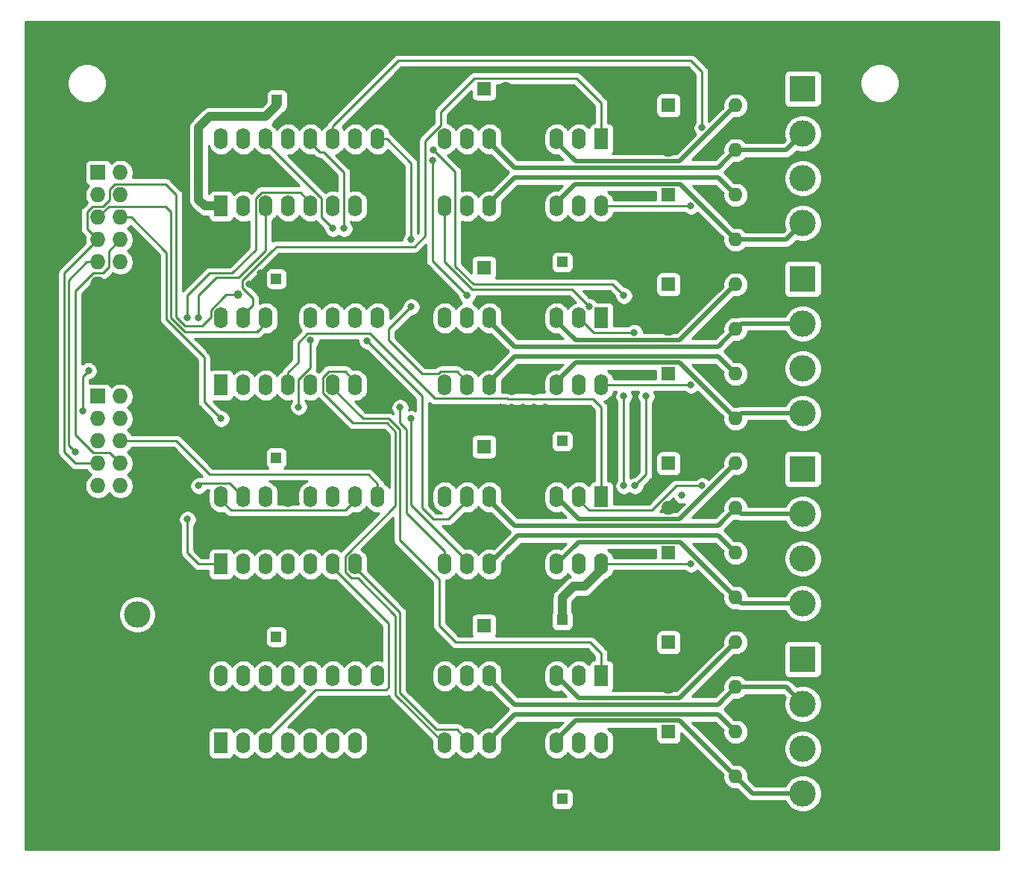
<source format=gbr>
G04 #@! TF.GenerationSoftware,KiCad,Pcbnew,(5.1.5)-3*
G04 #@! TF.CreationDate,2020-05-09T17:48:55+02:00*
G04 #@! TF.ProjectId,splitflap,73706c69-7466-46c6-9170-2e6b69636164,rev?*
G04 #@! TF.SameCoordinates,Original*
G04 #@! TF.FileFunction,Copper,L2,Bot*
G04 #@! TF.FilePolarity,Positive*
%FSLAX46Y46*%
G04 Gerber Fmt 4.6, Leading zero omitted, Abs format (unit mm)*
G04 Created by KiCad (PCBNEW (5.1.5)-3) date 2020-05-09 17:48:55*
%MOMM*%
%LPD*%
G04 APERTURE LIST*
%ADD10C,3.000000*%
%ADD11R,3.000000X3.000000*%
%ADD12O,1.727200X1.727200*%
%ADD13R,1.727200X1.727200*%
%ADD14O,1.600000X2.400000*%
%ADD15R,1.600000X2.400000*%
%ADD16C,1.200000*%
%ADD17R,1.200000X1.200000*%
%ADD18C,1.600000*%
%ADD19R,1.600000X1.600000*%
%ADD20O,1.600000X1.600000*%
%ADD21C,0.800000*%
%ADD22C,1.000000*%
%ADD23C,0.500000*%
%ADD24C,0.250000*%
%ADD25C,1.000000*%
%ADD26C,0.254000*%
G04 APERTURE END LIST*
D10*
X160655000Y-93345000D03*
D11*
X160655000Y-98425000D03*
D10*
X236220000Y-48895000D03*
D11*
X236220000Y-33655000D03*
D10*
X236220000Y-43815000D03*
X236220000Y-38735000D03*
D12*
X158750000Y-81280000D03*
X156210000Y-81280000D03*
X158750000Y-78740000D03*
X156210000Y-78740000D03*
X158750000Y-76200000D03*
X156210000Y-76200000D03*
X158750000Y-73660000D03*
X156210000Y-73660000D03*
X158750000Y-71120000D03*
X156210000Y-71120000D03*
X158750000Y-68580000D03*
D13*
X156210000Y-68580000D03*
X156210000Y-43180000D03*
D12*
X158750000Y-43180000D03*
X156210000Y-45720000D03*
X158750000Y-45720000D03*
X156210000Y-48260000D03*
X158750000Y-48260000D03*
X156210000Y-50800000D03*
X158750000Y-50800000D03*
X156210000Y-53340000D03*
X158750000Y-53340000D03*
X156210000Y-55880000D03*
X158750000Y-55880000D03*
D10*
X236220000Y-113665000D03*
D11*
X236220000Y-98425000D03*
D10*
X236220000Y-108585000D03*
X236220000Y-103505000D03*
X236220000Y-92075000D03*
D11*
X236220000Y-76835000D03*
D10*
X236220000Y-86995000D03*
X236220000Y-81915000D03*
X236220000Y-70485000D03*
D11*
X236220000Y-55245000D03*
D10*
X236220000Y-65405000D03*
X236220000Y-60325000D03*
D14*
X213360000Y-87630000D03*
X195580000Y-80010000D03*
X210820000Y-87630000D03*
X198120000Y-80010000D03*
X208280000Y-87630000D03*
X200660000Y-80010000D03*
X205740000Y-87630000D03*
X203200000Y-80010000D03*
X203200000Y-87630000D03*
X205740000Y-80010000D03*
X200660000Y-87630000D03*
X208280000Y-80010000D03*
X198120000Y-87630000D03*
X210820000Y-80010000D03*
X195580000Y-87630000D03*
D15*
X213360000Y-80010000D03*
D16*
X210915000Y-93980000D03*
D17*
X208915000Y-93980000D03*
D16*
X178530000Y-34925000D03*
D17*
X176530000Y-34925000D03*
D16*
X178435000Y-75565000D03*
D17*
X176435000Y-75565000D03*
D16*
X210915000Y-114300000D03*
D17*
X208915000Y-114300000D03*
D16*
X210915000Y-73660000D03*
D17*
X208915000Y-73660000D03*
D16*
X178435000Y-55245000D03*
D17*
X176435000Y-55245000D03*
D16*
X178435000Y-95885000D03*
D17*
X176435000Y-95885000D03*
D16*
X210915000Y-53340000D03*
D17*
X208915000Y-53340000D03*
D18*
X202525000Y-94615000D03*
D19*
X200025000Y-94615000D03*
D18*
X202525000Y-33655000D03*
D19*
X200025000Y-33655000D03*
D18*
X202525000Y-74295000D03*
D19*
X200025000Y-74295000D03*
D18*
X202525000Y-53975000D03*
D19*
X200025000Y-53975000D03*
D14*
X213360000Y-46990000D03*
X195580000Y-39370000D03*
X210820000Y-46990000D03*
X198120000Y-39370000D03*
X208280000Y-46990000D03*
X200660000Y-39370000D03*
X205740000Y-46990000D03*
X203200000Y-39370000D03*
X203200000Y-46990000D03*
X205740000Y-39370000D03*
X200660000Y-46990000D03*
X208280000Y-39370000D03*
X198120000Y-46990000D03*
X210820000Y-39370000D03*
X195580000Y-46990000D03*
D15*
X213360000Y-39370000D03*
D14*
X213360000Y-107950000D03*
X195580000Y-100330000D03*
X210820000Y-107950000D03*
X198120000Y-100330000D03*
X208280000Y-107950000D03*
X200660000Y-100330000D03*
X205740000Y-107950000D03*
X203200000Y-100330000D03*
X203200000Y-107950000D03*
X205740000Y-100330000D03*
X200660000Y-107950000D03*
X208280000Y-100330000D03*
X198120000Y-107950000D03*
X210820000Y-100330000D03*
X195580000Y-107950000D03*
D15*
X213360000Y-100330000D03*
D19*
X220980000Y-106680000D03*
D20*
X228600000Y-111760000D03*
X220980000Y-111760000D03*
X228600000Y-106680000D03*
D14*
X213360000Y-67310000D03*
X195580000Y-59690000D03*
X210820000Y-67310000D03*
X198120000Y-59690000D03*
X208280000Y-67310000D03*
X200660000Y-59690000D03*
X205740000Y-67310000D03*
X203200000Y-59690000D03*
X203200000Y-67310000D03*
X205740000Y-59690000D03*
X200660000Y-67310000D03*
X208280000Y-59690000D03*
X198120000Y-67310000D03*
X210820000Y-59690000D03*
X195580000Y-67310000D03*
D15*
X213360000Y-59690000D03*
D14*
X170180000Y-80010000D03*
X187960000Y-87630000D03*
X172720000Y-80010000D03*
X185420000Y-87630000D03*
X175260000Y-80010000D03*
X182880000Y-87630000D03*
X177800000Y-80010000D03*
X180340000Y-87630000D03*
X180340000Y-80010000D03*
X177800000Y-87630000D03*
X182880000Y-80010000D03*
X175260000Y-87630000D03*
X185420000Y-80010000D03*
X172720000Y-87630000D03*
X187960000Y-80010000D03*
D15*
X170180000Y-87630000D03*
D14*
X170180000Y-59690000D03*
X187960000Y-67310000D03*
X172720000Y-59690000D03*
X185420000Y-67310000D03*
X175260000Y-59690000D03*
X182880000Y-67310000D03*
X177800000Y-59690000D03*
X180340000Y-67310000D03*
X180340000Y-59690000D03*
X177800000Y-67310000D03*
X182880000Y-59690000D03*
X175260000Y-67310000D03*
X185420000Y-59690000D03*
X172720000Y-67310000D03*
X187960000Y-59690000D03*
D15*
X170180000Y-67310000D03*
D19*
X220980000Y-96520000D03*
D20*
X228600000Y-101600000D03*
X220980000Y-101600000D03*
X228600000Y-96520000D03*
D19*
X220980000Y-86360000D03*
D20*
X228600000Y-91440000D03*
X220980000Y-91440000D03*
X228600000Y-86360000D03*
D19*
X220980000Y-76200000D03*
D20*
X228600000Y-81280000D03*
X220980000Y-81280000D03*
X228600000Y-76200000D03*
D19*
X220980000Y-66040000D03*
D20*
X228600000Y-71120000D03*
X220980000Y-71120000D03*
X228600000Y-66040000D03*
D14*
X170180000Y-39370000D03*
X187960000Y-46990000D03*
X172720000Y-39370000D03*
X185420000Y-46990000D03*
X175260000Y-39370000D03*
X182880000Y-46990000D03*
X177800000Y-39370000D03*
X180340000Y-46990000D03*
X180340000Y-39370000D03*
X177800000Y-46990000D03*
X182880000Y-39370000D03*
X175260000Y-46990000D03*
X185420000Y-39370000D03*
X172720000Y-46990000D03*
X187960000Y-39370000D03*
D15*
X170180000Y-46990000D03*
D19*
X220980000Y-55880000D03*
D20*
X228600000Y-60960000D03*
X220980000Y-60960000D03*
X228600000Y-55880000D03*
D19*
X220980000Y-45720000D03*
D20*
X228600000Y-50800000D03*
X220980000Y-50800000D03*
X228600000Y-45720000D03*
D19*
X220980000Y-35560000D03*
D20*
X228600000Y-40640000D03*
X220980000Y-40640000D03*
X228600000Y-35560000D03*
D14*
X170180000Y-100330000D03*
X187960000Y-107950000D03*
X172720000Y-100330000D03*
X185420000Y-107950000D03*
X175260000Y-100330000D03*
X182880000Y-107950000D03*
X177800000Y-100330000D03*
X180340000Y-107950000D03*
X180340000Y-100330000D03*
X177800000Y-107950000D03*
X182880000Y-100330000D03*
X175260000Y-107950000D03*
X185420000Y-100330000D03*
X172720000Y-107950000D03*
X187960000Y-100330000D03*
D15*
X170180000Y-107950000D03*
D21*
X222480001Y-79779999D03*
X191770000Y-62230000D03*
X168910000Y-63500000D03*
X177800000Y-62230000D03*
X176530000Y-62230000D03*
X172720000Y-49530000D03*
X172720000Y-50800000D03*
X173355000Y-55880000D03*
X174625000Y-55880000D03*
X174625000Y-54610000D03*
X175260000Y-41910000D03*
X173990000Y-41910000D03*
X172720000Y-41910000D03*
X186690000Y-41910000D03*
X187960000Y-41910000D03*
X203200000Y-35560000D03*
X204470000Y-36830000D03*
X205740000Y-35560000D03*
X204470000Y-45720000D03*
X179070000Y-41910000D03*
X217170000Y-45720000D03*
X217170000Y-39370000D03*
X200660000Y-62230000D03*
X199390000Y-62230000D03*
X198120000Y-62230000D03*
X194310000Y-62230000D03*
X217170000Y-69850000D03*
X217170000Y-71120000D03*
X217170000Y-66040000D03*
X185420000Y-55880000D03*
X184150000Y-55880000D03*
X171450000Y-85090000D03*
X172720000Y-85090000D03*
X173990000Y-85090000D03*
X198120000Y-83820000D03*
X199390000Y-83820000D03*
X207010000Y-90170000D03*
X205740000Y-90170000D03*
X204470000Y-90170000D03*
X203200000Y-90170000D03*
X201930000Y-90170000D03*
X215900000Y-86360000D03*
X186690000Y-49530000D03*
X187960000Y-49530000D03*
X189230000Y-49530000D03*
X191770000Y-60960000D03*
X223520000Y-36830000D03*
X223520000Y-35560000D03*
X223520000Y-34290000D03*
X223520000Y-33020000D03*
X222250000Y-31750000D03*
X196850000Y-31750000D03*
X195580000Y-33020000D03*
X194310000Y-34290000D03*
X195580000Y-31750000D03*
X194310000Y-33020000D03*
X199390000Y-41910000D03*
X226060000Y-35560000D03*
X226060000Y-34290000D03*
X226060000Y-33020000D03*
X204470000Y-60960000D03*
X204470000Y-58420000D03*
X204470000Y-58420000D03*
X207010000Y-69850000D03*
X205740000Y-69850000D03*
X204470000Y-69850000D03*
X203200000Y-69850000D03*
X201930000Y-69850000D03*
X203200000Y-36830000D03*
X205740000Y-36830000D03*
X204470000Y-35560000D03*
X207010000Y-36830000D03*
X201930000Y-36830000D03*
X205740000Y-40640000D03*
X204470000Y-40640000D03*
X201930000Y-49530000D03*
X203200000Y-49530000D03*
X204470000Y-49530000D03*
X205740000Y-49530000D03*
X207010000Y-49530000D03*
X205740000Y-50800000D03*
X204470000Y-50800000D03*
X203200000Y-50800000D03*
X203200000Y-71120000D03*
X204470000Y-71120000D03*
X205740000Y-71120000D03*
X205740000Y-77470000D03*
X204470000Y-77470000D03*
X203200000Y-77470000D03*
X207010000Y-77470000D03*
X201930000Y-77470000D03*
X204470000Y-81280000D03*
X205740000Y-81280000D03*
X205740000Y-91440000D03*
X204470000Y-91440000D03*
X203200000Y-91440000D03*
X205740000Y-97790000D03*
X204470000Y-97790000D03*
X203200000Y-97790000D03*
X201930000Y-97790000D03*
X207010000Y-97790000D03*
X207010000Y-110490000D03*
X205740000Y-110490000D03*
X204470000Y-110490000D03*
X203200000Y-110490000D03*
X201930000Y-110490000D03*
X203200000Y-111760000D03*
X204470000Y-111760000D03*
X205740000Y-111760000D03*
X187960000Y-74930000D03*
X187960000Y-76200000D03*
D22*
X165100000Y-78740000D03*
X163830000Y-78740000D03*
X163830000Y-77470000D03*
X165100000Y-77470000D03*
X162560000Y-77470000D03*
X165100000Y-76200000D03*
X163830000Y-76200000D03*
X162560000Y-76200000D03*
X164465000Y-71755000D03*
X163195000Y-71755000D03*
X161925000Y-71755000D03*
X161925000Y-70485000D03*
X163195000Y-70485000D03*
X164465000Y-70485000D03*
X215900000Y-50800000D03*
X215900000Y-49530000D03*
X217170000Y-49530000D03*
X217170000Y-50800000D03*
D21*
X215900000Y-78740000D03*
X215900000Y-68580000D03*
X215900000Y-57150000D03*
X194310000Y-40640000D03*
X217091554Y-61330000D03*
X218440000Y-68580000D03*
X217170000Y-78740000D03*
X191770000Y-71120000D03*
X182880000Y-49530000D03*
X180340000Y-62230000D03*
X178992347Y-69772347D03*
X166370000Y-59690000D03*
X166370000Y-82550000D03*
X186767653Y-62307653D03*
X184150000Y-49530000D03*
X224790000Y-78740000D03*
X224790000Y-38100000D03*
X167640000Y-59690000D03*
X167640000Y-78740000D03*
X198120000Y-57150000D03*
X194157849Y-41757849D03*
X191770000Y-58420000D03*
X191770000Y-50800000D03*
X223520000Y-46990000D03*
X223520000Y-67310000D03*
X223520000Y-87630000D03*
X190500000Y-69850000D03*
X211966544Y-58401613D03*
X155118173Y-65679990D03*
X154445000Y-70230000D03*
X153670000Y-74930000D03*
D22*
X172085000Y-57050001D03*
D21*
X170180000Y-71120000D03*
D23*
X200660000Y-39770000D02*
X200660000Y-39370000D01*
X228600000Y-40640000D02*
X226629990Y-42610010D01*
X226629990Y-42610010D02*
X203500010Y-42610010D01*
X203500010Y-42610010D02*
X200660000Y-39770000D01*
X234315000Y-40640000D02*
X228600000Y-40640000D01*
X236220000Y-38735000D02*
X234315000Y-40640000D01*
X228600000Y-35560000D02*
X222250000Y-41910000D01*
X222250000Y-41910000D02*
X210420000Y-41910000D01*
X210420000Y-41910000D02*
X208280000Y-39770000D01*
X208280000Y-39770000D02*
X208280000Y-39370000D01*
X208280000Y-46590000D02*
X208280000Y-46990000D01*
X228600000Y-50800000D02*
X222269999Y-44469999D01*
X222269999Y-44469999D02*
X210400001Y-44469999D01*
X210400001Y-44469999D02*
X208280000Y-46590000D01*
X234315000Y-50800000D02*
X228600000Y-50800000D01*
X236220000Y-48895000D02*
X234315000Y-50800000D01*
X200660000Y-46590000D02*
X200660000Y-46990000D01*
X228600000Y-45720000D02*
X226649989Y-43769989D01*
X226649989Y-43769989D02*
X203480011Y-43769989D01*
X203480011Y-43769989D02*
X200660000Y-46590000D01*
X228600000Y-60960000D02*
X226629990Y-62930010D01*
X200660000Y-60090000D02*
X200660000Y-59690000D01*
X203500010Y-62930010D02*
X200660000Y-60090000D01*
X226629990Y-62930010D02*
X203500010Y-62930010D01*
X229235000Y-60325000D02*
X228600000Y-60960000D01*
X236220000Y-60325000D02*
X229235000Y-60325000D01*
X208280000Y-60090000D02*
X208280000Y-59690000D01*
X228600000Y-55880000D02*
X222250000Y-62230000D01*
X222250000Y-62230000D02*
X210420000Y-62230000D01*
X210420000Y-62230000D02*
X208280000Y-60090000D01*
X228600000Y-71120000D02*
X222250000Y-64770000D01*
X208280000Y-66910000D02*
X208280000Y-67310000D01*
X210420000Y-64770000D02*
X208280000Y-66910000D01*
X222250000Y-64770000D02*
X210420000Y-64770000D01*
X229235000Y-70485000D02*
X228600000Y-71120000D01*
X236220000Y-70485000D02*
X229235000Y-70485000D01*
X200660000Y-66910000D02*
X200660000Y-67310000D01*
X228600000Y-66040000D02*
X226629990Y-64069990D01*
X226629990Y-64069990D02*
X203500010Y-64069990D01*
X203500010Y-64069990D02*
X200660000Y-66910000D01*
X200660000Y-80410000D02*
X200660000Y-80010000D01*
X228600000Y-81280000D02*
X226629990Y-83250010D01*
X226629990Y-83250010D02*
X203500010Y-83250010D01*
X203500010Y-83250010D02*
X200660000Y-80410000D01*
X229235000Y-81915000D02*
X228600000Y-81280000D01*
X236220000Y-81915000D02*
X229235000Y-81915000D01*
X228600000Y-76200000D02*
X222250000Y-82550000D01*
X210820000Y-82550000D02*
X208280000Y-80010000D01*
X222250000Y-82550000D02*
X210820000Y-82550000D01*
X210800001Y-85109999D02*
X208280000Y-87630000D01*
X228600000Y-91440000D02*
X222269999Y-85109999D01*
X222269999Y-85109999D02*
X210800001Y-85109999D01*
X229235000Y-92075000D02*
X228600000Y-91440000D01*
X236220000Y-92075000D02*
X229235000Y-92075000D01*
X203880011Y-84409989D02*
X200660000Y-87630000D01*
X226649989Y-84409989D02*
X203880011Y-84409989D01*
X228600000Y-86360000D02*
X226649989Y-84409989D01*
X200660000Y-100730000D02*
X200660000Y-100330000D01*
X203500010Y-103570010D02*
X200660000Y-100730000D01*
X226629990Y-103570010D02*
X203500010Y-103570010D01*
X228600000Y-101600000D02*
X226629990Y-103570010D01*
X234315000Y-101600000D02*
X228600000Y-101600000D01*
X236220000Y-103505000D02*
X234315000Y-101600000D01*
X228600000Y-96520000D02*
X222250000Y-102870000D01*
X222250000Y-102870000D02*
X210820000Y-102870000D01*
X210820000Y-102870000D02*
X208280000Y-100330000D01*
X228600000Y-111760000D02*
X222250000Y-105410000D01*
X222250000Y-105410000D02*
X210420000Y-105410000D01*
X210420000Y-105410000D02*
X208280000Y-107550000D01*
X208280000Y-107550000D02*
X208280000Y-107950000D01*
X230505000Y-113665000D02*
X228600000Y-111760000D01*
X236220000Y-113665000D02*
X230505000Y-113665000D01*
X200660000Y-107550000D02*
X200660000Y-107950000D01*
X203500010Y-104709990D02*
X200660000Y-107550000D01*
X226629990Y-104709990D02*
X203500010Y-104709990D01*
X228600000Y-106680000D02*
X226629990Y-104709990D01*
D24*
X210820000Y-87630000D02*
X210820000Y-88030000D01*
X215900000Y-78740000D02*
X215900000Y-68580000D01*
X194709999Y-41039999D02*
X194310000Y-40640000D01*
X214630000Y-55880000D02*
X198827120Y-55880000D01*
X198827120Y-55880000D02*
X196755010Y-53807890D01*
X215900000Y-57150000D02*
X214630000Y-55880000D01*
X196755010Y-43085010D02*
X194709999Y-41039999D01*
X196755010Y-53807890D02*
X196755010Y-43085010D01*
X172720000Y-87630000D02*
X172720000Y-88030000D01*
X218440000Y-68580000D02*
X218440000Y-77470000D01*
X218440000Y-77470000D02*
X217170000Y-78740000D01*
X217091554Y-61330000D02*
X212460000Y-61330000D01*
X212460000Y-61330000D02*
X210820000Y-59690000D01*
X182880000Y-49530000D02*
X181610000Y-48260000D01*
X181610000Y-48260000D02*
X181610000Y-46120000D01*
X181610000Y-46120000D02*
X175260000Y-39770000D01*
X175260000Y-39770000D02*
X175260000Y-39370000D01*
X178992347Y-66666649D02*
X180340000Y-65318996D01*
X178992347Y-69772347D02*
X178992347Y-66666649D01*
X180340000Y-65318996D02*
X180340000Y-62230000D01*
X198120000Y-87230000D02*
X191770000Y-80880000D01*
X198120000Y-87630000D02*
X198120000Y-87230000D01*
X191770000Y-80880000D02*
X191770000Y-71120000D01*
X180340000Y-46590000D02*
X179164990Y-45414990D01*
X180340000Y-46990000D02*
X180340000Y-46590000D01*
X179164990Y-45414990D02*
X174773295Y-45414990D01*
X174773295Y-45414990D02*
X174084990Y-46103295D01*
X174084990Y-46103295D02*
X174084990Y-51975010D01*
X166370000Y-59690000D02*
X166370000Y-57150000D01*
X166370000Y-57150000D02*
X168910000Y-54610000D01*
X171450000Y-54610000D02*
X174084990Y-51975010D01*
X168910000Y-54610000D02*
X171450000Y-54610000D01*
X170180000Y-87630000D02*
X167640000Y-87630000D01*
X167640000Y-87630000D02*
X166370000Y-86360000D01*
X166370000Y-86360000D02*
X166370000Y-82550000D01*
X198120000Y-80010000D02*
X198120000Y-79610000D01*
X180340000Y-39770000D02*
X180340000Y-39370000D01*
X181390000Y-40820000D02*
X180340000Y-39770000D01*
X181790000Y-40820000D02*
X181390000Y-40820000D01*
X184150000Y-43180000D02*
X181790000Y-40820000D01*
X184150000Y-49530000D02*
X184150000Y-43180000D01*
X193040000Y-68580000D02*
X186767653Y-62307653D01*
X198120000Y-80410000D02*
X195980000Y-82550000D01*
X198120000Y-80010000D02*
X198120000Y-80410000D01*
X193040000Y-81280000D02*
X193040000Y-68580000D01*
X195980000Y-82550000D02*
X194310000Y-82550000D01*
X194310000Y-82550000D02*
X193040000Y-81280000D01*
X221854998Y-78740000D02*
X224790000Y-78740000D01*
X219059997Y-81535001D02*
X221854998Y-78740000D01*
X211945001Y-81535001D02*
X219059997Y-81535001D01*
X210820000Y-80010000D02*
X210820000Y-80410000D01*
X210820000Y-80410000D02*
X211945001Y-81535001D01*
X224790000Y-37534315D02*
X224790000Y-38100000D01*
X182880000Y-39370000D02*
X182880000Y-38970000D01*
X224790000Y-37094998D02*
X224790000Y-37534315D01*
X182880000Y-37920000D02*
X190320000Y-30480000D01*
X182880000Y-39370000D02*
X182880000Y-37920000D01*
X190320000Y-30480000D02*
X223520000Y-30480000D01*
X224790000Y-31750000D02*
X224790000Y-38100000D01*
X223520000Y-30480000D02*
X224790000Y-31750000D01*
X175260000Y-46990000D02*
X175260000Y-52070000D01*
X172720000Y-79610000D02*
X172720000Y-80010000D01*
X175260000Y-52070000D02*
X172219990Y-55110010D01*
X172219990Y-55110010D02*
X169679990Y-55110010D01*
X167640000Y-57150000D02*
X167640000Y-59690000D01*
X169679990Y-55110010D02*
X167640000Y-57150000D01*
X167945010Y-78434990D02*
X167640000Y-78740000D01*
X171144990Y-78434990D02*
X167945010Y-78434990D01*
X172720000Y-80010000D02*
X171144990Y-78434990D01*
X194157849Y-53187849D02*
X194157849Y-41757849D01*
X198120000Y-57150000D02*
X194157849Y-53187849D01*
X189010000Y-39370000D02*
X187960000Y-39370000D01*
X191770000Y-42130000D02*
X189010000Y-39370000D01*
X191770000Y-50800000D02*
X191770000Y-42130000D01*
X191770000Y-58420000D02*
X189230000Y-60960000D01*
X189230000Y-60960000D02*
X189230000Y-62230000D01*
X189230000Y-62230000D02*
X193040000Y-66040000D01*
X198120000Y-66910000D02*
X198120000Y-67310000D01*
X196994990Y-65784990D02*
X198120000Y-66910000D01*
X195114006Y-65784990D02*
X196994990Y-65784990D01*
X194858996Y-66040000D02*
X195114006Y-65784990D01*
X193040000Y-66040000D02*
X194858996Y-66040000D01*
X175260000Y-100330000D02*
X175260000Y-99930000D01*
X213360000Y-87630000D02*
X213360000Y-88030000D01*
X223520000Y-46990000D02*
X213360000Y-46990000D01*
X223520000Y-87630000D02*
X213360000Y-87630000D01*
X220064998Y-67310000D02*
X213360000Y-67310000D01*
X223520000Y-67310000D02*
X220064998Y-67310000D01*
X170180000Y-80410000D02*
X170180000Y-80010000D01*
X171305010Y-81535010D02*
X170180000Y-80410000D01*
X184294990Y-81535010D02*
X171305010Y-81535010D01*
X185420000Y-80410000D02*
X184294990Y-81535010D01*
X185420000Y-80010000D02*
X185420000Y-80410000D01*
X213360000Y-46990000D02*
X213360000Y-47390000D01*
D25*
X168380000Y-46990000D02*
X170180000Y-46990000D01*
X167640000Y-46250000D02*
X168380000Y-46990000D01*
X176530000Y-34925000D02*
X176530000Y-35560000D01*
X176530000Y-35560000D02*
X175260000Y-36830000D01*
X175260000Y-36830000D02*
X168910000Y-36830000D01*
X168910000Y-36830000D02*
X167640000Y-38100000D01*
X167640000Y-38100000D02*
X167640000Y-46250000D01*
X213360000Y-88265000D02*
X213360000Y-87630000D01*
X210185000Y-90170000D02*
X211455000Y-90170000D01*
X208915000Y-93980000D02*
X208915000Y-91440000D01*
X211455000Y-90170000D02*
X213360000Y-88265000D01*
X208915000Y-91440000D02*
X210185000Y-90170000D01*
D24*
X196944990Y-106374990D02*
X194615010Y-106374990D01*
X198120000Y-107950000D02*
X198120000Y-107550000D01*
X198120000Y-107550000D02*
X196944990Y-106374990D01*
X194615010Y-106374990D02*
X190500000Y-102259980D01*
X185420000Y-88030000D02*
X185420000Y-87630000D01*
X190500000Y-93110000D02*
X185420000Y-88030000D01*
X190500000Y-102259980D02*
X190500000Y-93110000D01*
X180904990Y-101905010D02*
X188924990Y-101905010D01*
X175260000Y-107950000D02*
X175260000Y-107550000D01*
X175260000Y-107550000D02*
X180904990Y-101905010D01*
X188924990Y-101905010D02*
X189230000Y-101600000D01*
X182880000Y-88030000D02*
X182880000Y-87630000D01*
X189230000Y-94380000D02*
X182880000Y-88030000D01*
X189230000Y-101600000D02*
X189230000Y-94380000D01*
X187960000Y-78560000D02*
X187960000Y-80010000D01*
X186870000Y-77470000D02*
X187960000Y-78560000D01*
X168910000Y-77470000D02*
X186870000Y-77470000D01*
X165100000Y-73660000D02*
X168910000Y-77470000D01*
X158750000Y-73660000D02*
X165100000Y-73660000D01*
X213360000Y-39370000D02*
X213360000Y-38970000D01*
X172720000Y-59290000D02*
X172720000Y-59690000D01*
X172579999Y-55457121D02*
X175895000Y-52142120D01*
X172579999Y-56252001D02*
X172579999Y-55457121D01*
X172720000Y-59290000D02*
X173770000Y-58240000D01*
X173770000Y-57442002D02*
X172579999Y-56252001D01*
X173770000Y-58240000D02*
X173770000Y-57442002D01*
X175895000Y-52142120D02*
X175895000Y-52070000D01*
X193382848Y-50334154D02*
X192142001Y-51575001D01*
X193382848Y-39576148D02*
X193382848Y-50334154D01*
X195114006Y-37844990D02*
X193382848Y-39576148D01*
X176462119Y-51575001D02*
X175895000Y-52142120D01*
X213360000Y-39370000D02*
X213360000Y-35291998D01*
X213360000Y-35291998D02*
X210548001Y-32479999D01*
X210548001Y-32479999D02*
X198924999Y-32479999D01*
X198924999Y-32479999D02*
X195114006Y-36290992D01*
X192142001Y-51575001D02*
X176462119Y-51575001D01*
X195114006Y-36290992D02*
X195114006Y-37844990D01*
X185420000Y-67310000D02*
X185420000Y-67710000D01*
X185420000Y-66910000D02*
X185420000Y-67310000D01*
X195580000Y-107950000D02*
X195482900Y-107950000D01*
X185128295Y-71620010D02*
X181704990Y-68196705D01*
X184244990Y-65734990D02*
X185420000Y-66910000D01*
X195482900Y-107950000D02*
X189999990Y-102467090D01*
X189999990Y-102467090D02*
X189999990Y-93479990D01*
X189999990Y-93479990D02*
X185725010Y-89205010D01*
X184933295Y-89205010D02*
X184244990Y-88516705D01*
X185725010Y-89205010D02*
X184933295Y-89205010D01*
X184244990Y-88516705D02*
X184244990Y-86743295D01*
X184244990Y-86743295D02*
X189999990Y-80988295D01*
X189999990Y-80988295D02*
X189999990Y-72597110D01*
X189999990Y-72597110D02*
X189022890Y-71620010D01*
X189022890Y-71620010D02*
X185128295Y-71620010D01*
X181704990Y-68196705D02*
X181704990Y-66423295D01*
X181704990Y-66423295D02*
X182393295Y-65734990D01*
X182393295Y-65734990D02*
X184244990Y-65734990D01*
X182880000Y-67710000D02*
X186290000Y-71120000D01*
X182880000Y-67310000D02*
X182880000Y-67710000D01*
X189230000Y-71120000D02*
X190500000Y-72390000D01*
X186290000Y-71120000D02*
X189230000Y-71120000D01*
X213360000Y-100330000D02*
X213360000Y-99930000D01*
X190500000Y-72390000D02*
X190500000Y-83820000D01*
X190500000Y-83820000D02*
X190500000Y-84611715D01*
X194945000Y-89353305D02*
X190500000Y-84908305D01*
X213360000Y-97790000D02*
X212090000Y-96520000D01*
X190500000Y-84908305D02*
X190500000Y-83820000D01*
X213360000Y-100330000D02*
X213360000Y-97790000D01*
X212090000Y-96520000D02*
X196850000Y-96520000D01*
X196850000Y-96520000D02*
X194945000Y-94615000D01*
X194945000Y-94615000D02*
X194945000Y-89353305D01*
X190500000Y-69850000D02*
X190500000Y-71620010D01*
X190500000Y-71620010D02*
X191269990Y-72390000D01*
X195580000Y-86180000D02*
X195580000Y-87630000D01*
X191269990Y-81869990D02*
X195580000Y-86180000D01*
X191269990Y-72390000D02*
X191269990Y-81869990D01*
X213360000Y-80010000D02*
X213360000Y-80410000D01*
X213360000Y-80010000D02*
X213360000Y-79610000D01*
X177800000Y-65860000D02*
X177800000Y-67310000D01*
X178925010Y-64734990D02*
X177800000Y-65860000D01*
X178925010Y-62497988D02*
X178925010Y-64734990D01*
X179967999Y-61454999D02*
X178925010Y-62497988D01*
X187062001Y-61454999D02*
X179967999Y-61454999D01*
X194442012Y-68835010D02*
X187062001Y-61454999D01*
X213360000Y-80010000D02*
X213360000Y-69850000D01*
X213360000Y-69850000D02*
X212395010Y-68885010D01*
X202713295Y-68885010D02*
X202663295Y-68835010D01*
X212395010Y-68885010D02*
X202713295Y-68885010D01*
X202663295Y-68835010D02*
X194442012Y-68835010D01*
X195580000Y-46990000D02*
X195580000Y-46590000D01*
X195580000Y-46990000D02*
X195580000Y-47390000D01*
X209989930Y-56424999D02*
X198664999Y-56424999D01*
X211966544Y-58401613D02*
X209989930Y-56424999D01*
X195580000Y-53340000D02*
X195580000Y-46990000D01*
X198664999Y-56424999D02*
X195580000Y-53340000D01*
X155118173Y-65679990D02*
X154445000Y-66353163D01*
X154445000Y-66353163D02*
X154445000Y-70230000D01*
X156210000Y-53340000D02*
X154940000Y-53340000D01*
X154940000Y-53340000D02*
X152900010Y-55379990D01*
X152900010Y-55379990D02*
X152900010Y-74160010D01*
X152900010Y-74160010D02*
X153670000Y-74930000D01*
X155646870Y-54610000D02*
X153670000Y-56586870D01*
X156773130Y-54610000D02*
X155646870Y-54610000D01*
X157448601Y-53934529D02*
X156773130Y-54610000D01*
X158750000Y-50800000D02*
X157448601Y-52101399D01*
X157448601Y-52101399D02*
X157448601Y-53934529D01*
X157886401Y-75336401D02*
X158750000Y-76200000D01*
X155678269Y-74961399D02*
X157511399Y-74961399D01*
X157511399Y-74961399D02*
X157886401Y-75336401D01*
X153670000Y-72953130D02*
X155678269Y-74961399D01*
X153670000Y-56586870D02*
X153670000Y-72953130D01*
X153670000Y-76200000D02*
X156210000Y-76200000D01*
X152400000Y-74930000D02*
X153670000Y-76200000D01*
X152400000Y-54610000D02*
X152400000Y-74930000D01*
X156210000Y-50800000D02*
X152400000Y-54610000D01*
X168023295Y-60576705D02*
X166130945Y-60576705D01*
X169004990Y-59595010D02*
X168023295Y-60576705D01*
X169004990Y-58803295D02*
X169004990Y-59595010D01*
X166109703Y-60576705D02*
X168023295Y-60576705D01*
X156741481Y-47021399D02*
X157511399Y-46251481D01*
X165100000Y-45720000D02*
X165100000Y-59567002D01*
X154971399Y-47665471D02*
X155615471Y-47021399D01*
X165100000Y-59567002D02*
X166109703Y-60576705D01*
X155615471Y-47021399D02*
X156741481Y-47021399D01*
X156210000Y-50800000D02*
X154971399Y-49561399D01*
X157511399Y-46251481D02*
X157511399Y-45125471D01*
X157511399Y-45125471D02*
X158155471Y-44481399D01*
X158155471Y-44481399D02*
X163861399Y-44481399D01*
X154971399Y-49561399D02*
X154971399Y-47665471D01*
X163861399Y-44481399D02*
X165100000Y-45720000D01*
X172085000Y-57050001D02*
X170758283Y-57050001D01*
X170758283Y-57050001D02*
X170419142Y-57389142D01*
X169004990Y-58803295D02*
X170419142Y-57389142D01*
X170419142Y-57389142D02*
X170658285Y-57150000D01*
X163964990Y-59846232D02*
X168253758Y-64135000D01*
X158750000Y-48260000D02*
X159971314Y-48260000D01*
X163964990Y-52253676D02*
X163964990Y-59846232D01*
X159971314Y-48260000D02*
X163964990Y-52253676D01*
X168253758Y-69193758D02*
X170180000Y-71120000D01*
X168253758Y-64135000D02*
X168253758Y-69193758D01*
X174084990Y-61265010D02*
X166112130Y-61265010D01*
X175260000Y-59690000D02*
X175260000Y-60090000D01*
X174319990Y-61265010D02*
X174625000Y-60960000D01*
X164465000Y-59639122D02*
X166090888Y-61265010D01*
X174625000Y-60960000D02*
X174084990Y-61265010D01*
X157448601Y-47021399D02*
X163861399Y-47021399D01*
X164465000Y-47625000D02*
X164465000Y-59639122D01*
X175260000Y-60090000D02*
X174625000Y-60960000D01*
X166090888Y-61265010D02*
X174319990Y-61265010D01*
X163861399Y-47021399D02*
X164465000Y-47625000D01*
X156210000Y-48260000D02*
X157448601Y-47021399D01*
D26*
G36*
X258420001Y-39337572D02*
G01*
X258420000Y-39337582D01*
X258420001Y-119990000D01*
X147980000Y-119990000D01*
X147980000Y-113700000D01*
X207676928Y-113700000D01*
X207676928Y-114900000D01*
X207689188Y-115024482D01*
X207725498Y-115144180D01*
X207784463Y-115254494D01*
X207863815Y-115351185D01*
X207960506Y-115430537D01*
X208070820Y-115489502D01*
X208190518Y-115525812D01*
X208315000Y-115538072D01*
X209515000Y-115538072D01*
X209639482Y-115525812D01*
X209759180Y-115489502D01*
X209869494Y-115430537D01*
X209966185Y-115351185D01*
X210045537Y-115254494D01*
X210104502Y-115144180D01*
X210140812Y-115024482D01*
X210153072Y-114900000D01*
X210153072Y-113700000D01*
X210140812Y-113575518D01*
X210104502Y-113455820D01*
X210045537Y-113345506D01*
X209966185Y-113248815D01*
X209869494Y-113169463D01*
X209759180Y-113110498D01*
X209639482Y-113074188D01*
X209515000Y-113061928D01*
X208315000Y-113061928D01*
X208190518Y-113074188D01*
X208070820Y-113110498D01*
X207960506Y-113169463D01*
X207863815Y-113248815D01*
X207784463Y-113345506D01*
X207725498Y-113455820D01*
X207689188Y-113575518D01*
X207676928Y-113700000D01*
X147980000Y-113700000D01*
X147980000Y-93134721D01*
X158520000Y-93134721D01*
X158520000Y-93555279D01*
X158602047Y-93967756D01*
X158762988Y-94356302D01*
X158996637Y-94705983D01*
X159294017Y-95003363D01*
X159643698Y-95237012D01*
X160032244Y-95397953D01*
X160444721Y-95480000D01*
X160865279Y-95480000D01*
X161277756Y-95397953D01*
X161550448Y-95285000D01*
X175196928Y-95285000D01*
X175196928Y-96485000D01*
X175209188Y-96609482D01*
X175245498Y-96729180D01*
X175304463Y-96839494D01*
X175383815Y-96936185D01*
X175480506Y-97015537D01*
X175590820Y-97074502D01*
X175710518Y-97110812D01*
X175835000Y-97123072D01*
X177035000Y-97123072D01*
X177159482Y-97110812D01*
X177279180Y-97074502D01*
X177389494Y-97015537D01*
X177486185Y-96936185D01*
X177565537Y-96839494D01*
X177624502Y-96729180D01*
X177660812Y-96609482D01*
X177673072Y-96485000D01*
X177673072Y-95285000D01*
X177660812Y-95160518D01*
X177624502Y-95040820D01*
X177565537Y-94930506D01*
X177486185Y-94833815D01*
X177389494Y-94754463D01*
X177279180Y-94695498D01*
X177159482Y-94659188D01*
X177035000Y-94646928D01*
X175835000Y-94646928D01*
X175710518Y-94659188D01*
X175590820Y-94695498D01*
X175480506Y-94754463D01*
X175383815Y-94833815D01*
X175304463Y-94930506D01*
X175245498Y-95040820D01*
X175209188Y-95160518D01*
X175196928Y-95285000D01*
X161550448Y-95285000D01*
X161666302Y-95237012D01*
X162015983Y-95003363D01*
X162313363Y-94705983D01*
X162547012Y-94356302D01*
X162707953Y-93967756D01*
X162790000Y-93555279D01*
X162790000Y-93134721D01*
X162707953Y-92722244D01*
X162547012Y-92333698D01*
X162313363Y-91984017D01*
X162015983Y-91686637D01*
X161666302Y-91452988D01*
X161277756Y-91292047D01*
X160865279Y-91210000D01*
X160444721Y-91210000D01*
X160032244Y-91292047D01*
X159643698Y-91452988D01*
X159294017Y-91686637D01*
X158996637Y-91984017D01*
X158762988Y-92333698D01*
X158602047Y-92722244D01*
X158520000Y-93134721D01*
X147980000Y-93134721D01*
X147980000Y-54610000D01*
X151636324Y-54610000D01*
X151640000Y-54647322D01*
X151640001Y-74892667D01*
X151636324Y-74930000D01*
X151640001Y-74967333D01*
X151650998Y-75078986D01*
X151654588Y-75090820D01*
X151694454Y-75222246D01*
X151765026Y-75354276D01*
X151819175Y-75420256D01*
X151860000Y-75470001D01*
X151888998Y-75493799D01*
X153106201Y-76711003D01*
X153129999Y-76740001D01*
X153245724Y-76834974D01*
X153377753Y-76905546D01*
X153521014Y-76949003D01*
X153632667Y-76960000D01*
X153632676Y-76960000D01*
X153669999Y-76963676D01*
X153707322Y-76960000D01*
X154915465Y-76960000D01*
X155045961Y-77155302D01*
X155254698Y-77364039D01*
X155413281Y-77470000D01*
X155254698Y-77575961D01*
X155045961Y-77784698D01*
X154881958Y-78030147D01*
X154768990Y-78302875D01*
X154711400Y-78592401D01*
X154711400Y-78887599D01*
X154768990Y-79177125D01*
X154881958Y-79449853D01*
X155045961Y-79695302D01*
X155254698Y-79904039D01*
X155500147Y-80068042D01*
X155772875Y-80181010D01*
X156062401Y-80238600D01*
X156357599Y-80238600D01*
X156647125Y-80181010D01*
X156919853Y-80068042D01*
X157165302Y-79904039D01*
X157374039Y-79695302D01*
X157480000Y-79536719D01*
X157585961Y-79695302D01*
X157794698Y-79904039D01*
X158040147Y-80068042D01*
X158312875Y-80181010D01*
X158602401Y-80238600D01*
X158897599Y-80238600D01*
X159187125Y-80181010D01*
X159459853Y-80068042D01*
X159705302Y-79904039D01*
X159914039Y-79695302D01*
X160078042Y-79449853D01*
X160191010Y-79177125D01*
X160248600Y-78887599D01*
X160248600Y-78592401D01*
X160191010Y-78302875D01*
X160078042Y-78030147D01*
X159914039Y-77784698D01*
X159705302Y-77575961D01*
X159546719Y-77470000D01*
X159705302Y-77364039D01*
X159914039Y-77155302D01*
X160078042Y-76909853D01*
X160191010Y-76637125D01*
X160248600Y-76347599D01*
X160248600Y-76052401D01*
X160191010Y-75762875D01*
X160078042Y-75490147D01*
X159914039Y-75244698D01*
X159705302Y-75035961D01*
X159546719Y-74930000D01*
X159705302Y-74824039D01*
X159914039Y-74615302D01*
X160044535Y-74420000D01*
X164785199Y-74420000D01*
X168040188Y-77674990D01*
X167982332Y-77674990D01*
X167945009Y-77671314D01*
X167907686Y-77674990D01*
X167907677Y-77674990D01*
X167796024Y-77685987D01*
X167733345Y-77705000D01*
X167538061Y-77705000D01*
X167338102Y-77744774D01*
X167149744Y-77822795D01*
X166980226Y-77936063D01*
X166836063Y-78080226D01*
X166722795Y-78249744D01*
X166644774Y-78438102D01*
X166605000Y-78638061D01*
X166605000Y-78841939D01*
X166644774Y-79041898D01*
X166722795Y-79230256D01*
X166836063Y-79399774D01*
X166980226Y-79543937D01*
X167149744Y-79657205D01*
X167338102Y-79735226D01*
X167538061Y-79775000D01*
X167741939Y-79775000D01*
X167941898Y-79735226D01*
X168130256Y-79657205D01*
X168299774Y-79543937D01*
X168443937Y-79399774D01*
X168557205Y-79230256D01*
X168571813Y-79194990D01*
X168806322Y-79194990D01*
X168765764Y-79328692D01*
X168745000Y-79539509D01*
X168745000Y-80480492D01*
X168765764Y-80691309D01*
X168847818Y-80961808D01*
X168981068Y-81211101D01*
X169160393Y-81429608D01*
X169378900Y-81608932D01*
X169628193Y-81742182D01*
X169898692Y-81824236D01*
X170180000Y-81851943D01*
X170461309Y-81824236D01*
X170505905Y-81810708D01*
X170741215Y-82046018D01*
X170765009Y-82075011D01*
X170794002Y-82098805D01*
X170794006Y-82098809D01*
X170864695Y-82156821D01*
X170880734Y-82169984D01*
X171012763Y-82240556D01*
X171156024Y-82284013D01*
X171267677Y-82295010D01*
X171267686Y-82295010D01*
X171305009Y-82298686D01*
X171342332Y-82295010D01*
X184257668Y-82295010D01*
X184294990Y-82298686D01*
X184332312Y-82295010D01*
X184332323Y-82295010D01*
X184443976Y-82284013D01*
X184587237Y-82240556D01*
X184719266Y-82169984D01*
X184834991Y-82075011D01*
X184858793Y-82046008D01*
X185094094Y-81810708D01*
X185138692Y-81824236D01*
X185420000Y-81851943D01*
X185701309Y-81824236D01*
X185971808Y-81742182D01*
X186221101Y-81608932D01*
X186439608Y-81429608D01*
X186618932Y-81211101D01*
X186690000Y-81078142D01*
X186761068Y-81211101D01*
X186940393Y-81429608D01*
X187158900Y-81608932D01*
X187408193Y-81742182D01*
X187678692Y-81824236D01*
X187960000Y-81851943D01*
X188072634Y-81840849D01*
X183791672Y-86121812D01*
X183681100Y-86031068D01*
X183431807Y-85897818D01*
X183161308Y-85815764D01*
X182880000Y-85788057D01*
X182598691Y-85815764D01*
X182328192Y-85897818D01*
X182078899Y-86031068D01*
X181860392Y-86210393D01*
X181681068Y-86428900D01*
X181610000Y-86561858D01*
X181538932Y-86428899D01*
X181359607Y-86210392D01*
X181141100Y-86031068D01*
X180891807Y-85897818D01*
X180621308Y-85815764D01*
X180340000Y-85788057D01*
X180058691Y-85815764D01*
X179788192Y-85897818D01*
X179538899Y-86031068D01*
X179320392Y-86210393D01*
X179141068Y-86428900D01*
X179070000Y-86561858D01*
X178998932Y-86428899D01*
X178819607Y-86210392D01*
X178601100Y-86031068D01*
X178351807Y-85897818D01*
X178081308Y-85815764D01*
X177800000Y-85788057D01*
X177518691Y-85815764D01*
X177248192Y-85897818D01*
X176998899Y-86031068D01*
X176780392Y-86210393D01*
X176601068Y-86428900D01*
X176530000Y-86561858D01*
X176458932Y-86428899D01*
X176279607Y-86210392D01*
X176061100Y-86031068D01*
X175811807Y-85897818D01*
X175541308Y-85815764D01*
X175260000Y-85788057D01*
X174978691Y-85815764D01*
X174708192Y-85897818D01*
X174458899Y-86031068D01*
X174240392Y-86210393D01*
X174061068Y-86428900D01*
X173990000Y-86561858D01*
X173918932Y-86428899D01*
X173739607Y-86210392D01*
X173521100Y-86031068D01*
X173271807Y-85897818D01*
X173001308Y-85815764D01*
X172720000Y-85788057D01*
X172438691Y-85815764D01*
X172168192Y-85897818D01*
X171918899Y-86031068D01*
X171700392Y-86210393D01*
X171607581Y-86323483D01*
X171605812Y-86305518D01*
X171569502Y-86185820D01*
X171510537Y-86075506D01*
X171431185Y-85978815D01*
X171334494Y-85899463D01*
X171224180Y-85840498D01*
X171104482Y-85804188D01*
X170980000Y-85791928D01*
X169380000Y-85791928D01*
X169255518Y-85804188D01*
X169135820Y-85840498D01*
X169025506Y-85899463D01*
X168928815Y-85978815D01*
X168849463Y-86075506D01*
X168790498Y-86185820D01*
X168754188Y-86305518D01*
X168741928Y-86430000D01*
X168741928Y-86870000D01*
X167954802Y-86870000D01*
X167130000Y-86045199D01*
X167130000Y-83253711D01*
X167173937Y-83209774D01*
X167287205Y-83040256D01*
X167365226Y-82851898D01*
X167405000Y-82651939D01*
X167405000Y-82448061D01*
X167365226Y-82248102D01*
X167287205Y-82059744D01*
X167173937Y-81890226D01*
X167029774Y-81746063D01*
X166860256Y-81632795D01*
X166671898Y-81554774D01*
X166471939Y-81515000D01*
X166268061Y-81515000D01*
X166068102Y-81554774D01*
X165879744Y-81632795D01*
X165710226Y-81746063D01*
X165566063Y-81890226D01*
X165452795Y-82059744D01*
X165374774Y-82248102D01*
X165335000Y-82448061D01*
X165335000Y-82651939D01*
X165374774Y-82851898D01*
X165452795Y-83040256D01*
X165566063Y-83209774D01*
X165610001Y-83253712D01*
X165610000Y-86322677D01*
X165606324Y-86360000D01*
X165610000Y-86397322D01*
X165610000Y-86397332D01*
X165620997Y-86508985D01*
X165646880Y-86594310D01*
X165664454Y-86652246D01*
X165735026Y-86784276D01*
X165767259Y-86823551D01*
X165829999Y-86900001D01*
X165859003Y-86923804D01*
X167076201Y-88141003D01*
X167099999Y-88170001D01*
X167215724Y-88264974D01*
X167347753Y-88335546D01*
X167491014Y-88379003D01*
X167602667Y-88390000D01*
X167602676Y-88390000D01*
X167639999Y-88393676D01*
X167677322Y-88390000D01*
X168741928Y-88390000D01*
X168741928Y-88830000D01*
X168754188Y-88954482D01*
X168790498Y-89074180D01*
X168849463Y-89184494D01*
X168928815Y-89281185D01*
X169025506Y-89360537D01*
X169135820Y-89419502D01*
X169255518Y-89455812D01*
X169380000Y-89468072D01*
X170980000Y-89468072D01*
X171104482Y-89455812D01*
X171224180Y-89419502D01*
X171334494Y-89360537D01*
X171431185Y-89281185D01*
X171510537Y-89184494D01*
X171569502Y-89074180D01*
X171605812Y-88954482D01*
X171607581Y-88936517D01*
X171700393Y-89049608D01*
X171918900Y-89228932D01*
X172168193Y-89362182D01*
X172438692Y-89444236D01*
X172720000Y-89471943D01*
X173001309Y-89444236D01*
X173271808Y-89362182D01*
X173521101Y-89228932D01*
X173739608Y-89049608D01*
X173918932Y-88831101D01*
X173990000Y-88698142D01*
X174061068Y-88831101D01*
X174240393Y-89049608D01*
X174458900Y-89228932D01*
X174708193Y-89362182D01*
X174978692Y-89444236D01*
X175260000Y-89471943D01*
X175541309Y-89444236D01*
X175811808Y-89362182D01*
X176061101Y-89228932D01*
X176279608Y-89049608D01*
X176458932Y-88831101D01*
X176530000Y-88698142D01*
X176601068Y-88831101D01*
X176780393Y-89049608D01*
X176998900Y-89228932D01*
X177248193Y-89362182D01*
X177518692Y-89444236D01*
X177800000Y-89471943D01*
X178081309Y-89444236D01*
X178351808Y-89362182D01*
X178601101Y-89228932D01*
X178819608Y-89049608D01*
X178998932Y-88831101D01*
X179070000Y-88698142D01*
X179141068Y-88831101D01*
X179320393Y-89049608D01*
X179538900Y-89228932D01*
X179788193Y-89362182D01*
X180058692Y-89444236D01*
X180340000Y-89471943D01*
X180621309Y-89444236D01*
X180891808Y-89362182D01*
X181141101Y-89228932D01*
X181359608Y-89049608D01*
X181538932Y-88831101D01*
X181610000Y-88698142D01*
X181681068Y-88831101D01*
X181860393Y-89049608D01*
X182078900Y-89228932D01*
X182328193Y-89362182D01*
X182598692Y-89444236D01*
X182880000Y-89471943D01*
X183161309Y-89444236D01*
X183205907Y-89430708D01*
X188470001Y-94694803D01*
X188470000Y-98585136D01*
X188241308Y-98515764D01*
X187960000Y-98488057D01*
X187678691Y-98515764D01*
X187408192Y-98597818D01*
X187158899Y-98731068D01*
X186940392Y-98910393D01*
X186761068Y-99128900D01*
X186690000Y-99261858D01*
X186618932Y-99128899D01*
X186439607Y-98910392D01*
X186221100Y-98731068D01*
X185971807Y-98597818D01*
X185701308Y-98515764D01*
X185420000Y-98488057D01*
X185138691Y-98515764D01*
X184868192Y-98597818D01*
X184618899Y-98731068D01*
X184400392Y-98910393D01*
X184221068Y-99128900D01*
X184150000Y-99261858D01*
X184078932Y-99128899D01*
X183899607Y-98910392D01*
X183681100Y-98731068D01*
X183431807Y-98597818D01*
X183161308Y-98515764D01*
X182880000Y-98488057D01*
X182598691Y-98515764D01*
X182328192Y-98597818D01*
X182078899Y-98731068D01*
X181860392Y-98910393D01*
X181681068Y-99128900D01*
X181610000Y-99261858D01*
X181538932Y-99128899D01*
X181359607Y-98910392D01*
X181141100Y-98731068D01*
X180891807Y-98597818D01*
X180621308Y-98515764D01*
X180340000Y-98488057D01*
X180058691Y-98515764D01*
X179788192Y-98597818D01*
X179538899Y-98731068D01*
X179320392Y-98910393D01*
X179141068Y-99128900D01*
X179070000Y-99261858D01*
X178998932Y-99128899D01*
X178819607Y-98910392D01*
X178601100Y-98731068D01*
X178351807Y-98597818D01*
X178081308Y-98515764D01*
X177800000Y-98488057D01*
X177518691Y-98515764D01*
X177248192Y-98597818D01*
X176998899Y-98731068D01*
X176780392Y-98910393D01*
X176601068Y-99128900D01*
X176530000Y-99261858D01*
X176458932Y-99128899D01*
X176279607Y-98910392D01*
X176061100Y-98731068D01*
X175811807Y-98597818D01*
X175541308Y-98515764D01*
X175260000Y-98488057D01*
X174978691Y-98515764D01*
X174708192Y-98597818D01*
X174458899Y-98731068D01*
X174240392Y-98910393D01*
X174061068Y-99128900D01*
X173990000Y-99261858D01*
X173918932Y-99128899D01*
X173739607Y-98910392D01*
X173521100Y-98731068D01*
X173271807Y-98597818D01*
X173001308Y-98515764D01*
X172720000Y-98488057D01*
X172438691Y-98515764D01*
X172168192Y-98597818D01*
X171918899Y-98731068D01*
X171700392Y-98910393D01*
X171521068Y-99128900D01*
X171450000Y-99261858D01*
X171378932Y-99128899D01*
X171199607Y-98910392D01*
X170981100Y-98731068D01*
X170731807Y-98597818D01*
X170461308Y-98515764D01*
X170180000Y-98488057D01*
X169898691Y-98515764D01*
X169628192Y-98597818D01*
X169378899Y-98731068D01*
X169160392Y-98910393D01*
X168981068Y-99128900D01*
X168847818Y-99378193D01*
X168765764Y-99648692D01*
X168745000Y-99859509D01*
X168745000Y-100800492D01*
X168765764Y-101011309D01*
X168847818Y-101281808D01*
X168981068Y-101531101D01*
X169160393Y-101749608D01*
X169378900Y-101928932D01*
X169628193Y-102062182D01*
X169898692Y-102144236D01*
X170180000Y-102171943D01*
X170461309Y-102144236D01*
X170731808Y-102062182D01*
X170981101Y-101928932D01*
X171199608Y-101749608D01*
X171378932Y-101531101D01*
X171450000Y-101398142D01*
X171521068Y-101531101D01*
X171700393Y-101749608D01*
X171918900Y-101928932D01*
X172168193Y-102062182D01*
X172438692Y-102144236D01*
X172720000Y-102171943D01*
X173001309Y-102144236D01*
X173271808Y-102062182D01*
X173521101Y-101928932D01*
X173739608Y-101749608D01*
X173918932Y-101531101D01*
X173990000Y-101398142D01*
X174061068Y-101531101D01*
X174240393Y-101749608D01*
X174458900Y-101928932D01*
X174708193Y-102062182D01*
X174978692Y-102144236D01*
X175260000Y-102171943D01*
X175541309Y-102144236D01*
X175811808Y-102062182D01*
X176061101Y-101928932D01*
X176279608Y-101749608D01*
X176458932Y-101531101D01*
X176530000Y-101398142D01*
X176601068Y-101531101D01*
X176780393Y-101749608D01*
X176998900Y-101928932D01*
X177248193Y-102062182D01*
X177518692Y-102144236D01*
X177800000Y-102171943D01*
X178081309Y-102144236D01*
X178351808Y-102062182D01*
X178601101Y-101928932D01*
X178819608Y-101749608D01*
X178998932Y-101531101D01*
X179070000Y-101398142D01*
X179141068Y-101531101D01*
X179320393Y-101749608D01*
X179538900Y-101928932D01*
X179713135Y-102022062D01*
X175585906Y-106149293D01*
X175541308Y-106135764D01*
X175260000Y-106108057D01*
X174978691Y-106135764D01*
X174708192Y-106217818D01*
X174458899Y-106351068D01*
X174240392Y-106530393D01*
X174061068Y-106748900D01*
X173990000Y-106881858D01*
X173918932Y-106748899D01*
X173739607Y-106530392D01*
X173521100Y-106351068D01*
X173271807Y-106217818D01*
X173001308Y-106135764D01*
X172720000Y-106108057D01*
X172438691Y-106135764D01*
X172168192Y-106217818D01*
X171918899Y-106351068D01*
X171700392Y-106530393D01*
X171607581Y-106643483D01*
X171605812Y-106625518D01*
X171569502Y-106505820D01*
X171510537Y-106395506D01*
X171431185Y-106298815D01*
X171334494Y-106219463D01*
X171224180Y-106160498D01*
X171104482Y-106124188D01*
X170980000Y-106111928D01*
X169380000Y-106111928D01*
X169255518Y-106124188D01*
X169135820Y-106160498D01*
X169025506Y-106219463D01*
X168928815Y-106298815D01*
X168849463Y-106395506D01*
X168790498Y-106505820D01*
X168754188Y-106625518D01*
X168741928Y-106750000D01*
X168741928Y-109150000D01*
X168754188Y-109274482D01*
X168790498Y-109394180D01*
X168849463Y-109504494D01*
X168928815Y-109601185D01*
X169025506Y-109680537D01*
X169135820Y-109739502D01*
X169255518Y-109775812D01*
X169380000Y-109788072D01*
X170980000Y-109788072D01*
X171104482Y-109775812D01*
X171224180Y-109739502D01*
X171334494Y-109680537D01*
X171431185Y-109601185D01*
X171510537Y-109504494D01*
X171569502Y-109394180D01*
X171605812Y-109274482D01*
X171607581Y-109256517D01*
X171700393Y-109369608D01*
X171918900Y-109548932D01*
X172168193Y-109682182D01*
X172438692Y-109764236D01*
X172720000Y-109791943D01*
X173001309Y-109764236D01*
X173271808Y-109682182D01*
X173521101Y-109548932D01*
X173739608Y-109369608D01*
X173918932Y-109151101D01*
X173990000Y-109018142D01*
X174061068Y-109151101D01*
X174240393Y-109369608D01*
X174458900Y-109548932D01*
X174708193Y-109682182D01*
X174978692Y-109764236D01*
X175260000Y-109791943D01*
X175541309Y-109764236D01*
X175811808Y-109682182D01*
X176061101Y-109548932D01*
X176279608Y-109369608D01*
X176458932Y-109151101D01*
X176530000Y-109018142D01*
X176601068Y-109151101D01*
X176780393Y-109369608D01*
X176998900Y-109548932D01*
X177248193Y-109682182D01*
X177518692Y-109764236D01*
X177800000Y-109791943D01*
X178081309Y-109764236D01*
X178351808Y-109682182D01*
X178601101Y-109548932D01*
X178819608Y-109369608D01*
X178998932Y-109151101D01*
X179070000Y-109018142D01*
X179141068Y-109151101D01*
X179320393Y-109369608D01*
X179538900Y-109548932D01*
X179788193Y-109682182D01*
X180058692Y-109764236D01*
X180340000Y-109791943D01*
X180621309Y-109764236D01*
X180891808Y-109682182D01*
X181141101Y-109548932D01*
X181359608Y-109369608D01*
X181538932Y-109151101D01*
X181610000Y-109018142D01*
X181681068Y-109151101D01*
X181860393Y-109369608D01*
X182078900Y-109548932D01*
X182328193Y-109682182D01*
X182598692Y-109764236D01*
X182880000Y-109791943D01*
X183161309Y-109764236D01*
X183431808Y-109682182D01*
X183681101Y-109548932D01*
X183899608Y-109369608D01*
X184078932Y-109151101D01*
X184150000Y-109018142D01*
X184221068Y-109151101D01*
X184400393Y-109369608D01*
X184618900Y-109548932D01*
X184868193Y-109682182D01*
X185138692Y-109764236D01*
X185420000Y-109791943D01*
X185701309Y-109764236D01*
X185971808Y-109682182D01*
X186221101Y-109548932D01*
X186439608Y-109369608D01*
X186618932Y-109151101D01*
X186752182Y-108901808D01*
X186834236Y-108631309D01*
X186855000Y-108420491D01*
X186855000Y-107479508D01*
X186834236Y-107268691D01*
X186752182Y-106998192D01*
X186618932Y-106748899D01*
X186439607Y-106530392D01*
X186221100Y-106351068D01*
X185971807Y-106217818D01*
X185701308Y-106135764D01*
X185420000Y-106108057D01*
X185138691Y-106135764D01*
X184868192Y-106217818D01*
X184618899Y-106351068D01*
X184400392Y-106530393D01*
X184221068Y-106748900D01*
X184150000Y-106881858D01*
X184078932Y-106748899D01*
X183899607Y-106530392D01*
X183681100Y-106351068D01*
X183431807Y-106217818D01*
X183161308Y-106135764D01*
X182880000Y-106108057D01*
X182598691Y-106135764D01*
X182328192Y-106217818D01*
X182078899Y-106351068D01*
X181860392Y-106530393D01*
X181681068Y-106748900D01*
X181610000Y-106881858D01*
X181538932Y-106748899D01*
X181359607Y-106530392D01*
X181141100Y-106351068D01*
X180891807Y-106217818D01*
X180621308Y-106135764D01*
X180340000Y-106108057D01*
X180058691Y-106135764D01*
X179788192Y-106217818D01*
X179538899Y-106351068D01*
X179320392Y-106530393D01*
X179141068Y-106748900D01*
X179070000Y-106881858D01*
X178998932Y-106748899D01*
X178819607Y-106530392D01*
X178601100Y-106351068D01*
X178351807Y-106217818D01*
X178081308Y-106135764D01*
X177800000Y-106108057D01*
X177774204Y-106110598D01*
X181219793Y-102665010D01*
X188887668Y-102665010D01*
X188924990Y-102668686D01*
X188962312Y-102665010D01*
X188962323Y-102665010D01*
X189073976Y-102654013D01*
X189217237Y-102610556D01*
X189248783Y-102593694D01*
X189250987Y-102616075D01*
X189280885Y-102714637D01*
X189294444Y-102759336D01*
X189365016Y-102891366D01*
X189404861Y-102939916D01*
X189459989Y-103007091D01*
X189488993Y-103030894D01*
X194145000Y-107686902D01*
X194145000Y-108420491D01*
X194165764Y-108631308D01*
X194247818Y-108901807D01*
X194381068Y-109151100D01*
X194560392Y-109369607D01*
X194778899Y-109548932D01*
X195028192Y-109682182D01*
X195298691Y-109764236D01*
X195580000Y-109791943D01*
X195861308Y-109764236D01*
X196131807Y-109682182D01*
X196381100Y-109548932D01*
X196599607Y-109369608D01*
X196778932Y-109151101D01*
X196850000Y-109018142D01*
X196921068Y-109151100D01*
X197100392Y-109369607D01*
X197318899Y-109548932D01*
X197568192Y-109682182D01*
X197838691Y-109764236D01*
X198120000Y-109791943D01*
X198401308Y-109764236D01*
X198671807Y-109682182D01*
X198921100Y-109548932D01*
X199139607Y-109369608D01*
X199318932Y-109151101D01*
X199390000Y-109018142D01*
X199461068Y-109151100D01*
X199640392Y-109369607D01*
X199858899Y-109548932D01*
X200108192Y-109682182D01*
X200378691Y-109764236D01*
X200660000Y-109791943D01*
X200941308Y-109764236D01*
X201211807Y-109682182D01*
X201461100Y-109548932D01*
X201679607Y-109369608D01*
X201858932Y-109151101D01*
X201992182Y-108901808D01*
X202074236Y-108631309D01*
X202095000Y-108420492D01*
X202095000Y-107479509D01*
X202084874Y-107376704D01*
X203866589Y-105594990D01*
X208983431Y-105594990D01*
X208453296Y-106125125D01*
X208280000Y-106108057D01*
X207998692Y-106135764D01*
X207728193Y-106217818D01*
X207478900Y-106351068D01*
X207260393Y-106530392D01*
X207081068Y-106748899D01*
X206947818Y-106998192D01*
X206865764Y-107268691D01*
X206845000Y-107479508D01*
X206845000Y-108420491D01*
X206865764Y-108631308D01*
X206947818Y-108901807D01*
X207081068Y-109151100D01*
X207260392Y-109369607D01*
X207478899Y-109548932D01*
X207728192Y-109682182D01*
X207998691Y-109764236D01*
X208280000Y-109791943D01*
X208561308Y-109764236D01*
X208831807Y-109682182D01*
X209081100Y-109548932D01*
X209299607Y-109369608D01*
X209478932Y-109151101D01*
X209550000Y-109018142D01*
X209621068Y-109151100D01*
X209800392Y-109369607D01*
X210018899Y-109548932D01*
X210268192Y-109682182D01*
X210538691Y-109764236D01*
X210820000Y-109791943D01*
X211101308Y-109764236D01*
X211371807Y-109682182D01*
X211621100Y-109548932D01*
X211839607Y-109369608D01*
X212018932Y-109151101D01*
X212090000Y-109018142D01*
X212161068Y-109151100D01*
X212340392Y-109369607D01*
X212558899Y-109548932D01*
X212808192Y-109682182D01*
X213078691Y-109764236D01*
X213360000Y-109791943D01*
X213641308Y-109764236D01*
X213911807Y-109682182D01*
X214161100Y-109548932D01*
X214379607Y-109369608D01*
X214558932Y-109151101D01*
X214692182Y-108901808D01*
X214774236Y-108631309D01*
X214795000Y-108420492D01*
X214795000Y-107479509D01*
X214774236Y-107268691D01*
X214692182Y-106998192D01*
X214558932Y-106748899D01*
X214379608Y-106530392D01*
X214161101Y-106351068D01*
X214056205Y-106295000D01*
X219541928Y-106295000D01*
X219541928Y-107480000D01*
X219554188Y-107604482D01*
X219590498Y-107724180D01*
X219649463Y-107834494D01*
X219728815Y-107931185D01*
X219825506Y-108010537D01*
X219935820Y-108069502D01*
X220055518Y-108105812D01*
X220180000Y-108118072D01*
X221780000Y-108118072D01*
X221904482Y-108105812D01*
X222024180Y-108069502D01*
X222134494Y-108010537D01*
X222231185Y-107931185D01*
X222310537Y-107834494D01*
X222369502Y-107724180D01*
X222405812Y-107604482D01*
X222418072Y-107480000D01*
X222418072Y-106829650D01*
X227171983Y-111583561D01*
X227165000Y-111618665D01*
X227165000Y-111901335D01*
X227220147Y-112178574D01*
X227328320Y-112439727D01*
X227485363Y-112674759D01*
X227685241Y-112874637D01*
X227920273Y-113031680D01*
X228181426Y-113139853D01*
X228458665Y-113195000D01*
X228741335Y-113195000D01*
X228776439Y-113188017D01*
X229848470Y-114260049D01*
X229876183Y-114293817D01*
X229909951Y-114321530D01*
X229909953Y-114321532D01*
X230010941Y-114404411D01*
X230164687Y-114486589D01*
X230331510Y-114537195D01*
X230461523Y-114550000D01*
X230461531Y-114550000D01*
X230505000Y-114554281D01*
X230548469Y-114550000D01*
X234275672Y-114550000D01*
X234327988Y-114676302D01*
X234561637Y-115025983D01*
X234859017Y-115323363D01*
X235208698Y-115557012D01*
X235597244Y-115717953D01*
X236009721Y-115800000D01*
X236430279Y-115800000D01*
X236842756Y-115717953D01*
X237231302Y-115557012D01*
X237580983Y-115323363D01*
X237878363Y-115025983D01*
X238112012Y-114676302D01*
X238272953Y-114287756D01*
X238355000Y-113875279D01*
X238355000Y-113454721D01*
X238272953Y-113042244D01*
X238112012Y-112653698D01*
X237878363Y-112304017D01*
X237580983Y-112006637D01*
X237231302Y-111772988D01*
X236842756Y-111612047D01*
X236430279Y-111530000D01*
X236009721Y-111530000D01*
X235597244Y-111612047D01*
X235208698Y-111772988D01*
X234859017Y-112006637D01*
X234561637Y-112304017D01*
X234327988Y-112653698D01*
X234275672Y-112780000D01*
X230871579Y-112780000D01*
X230028017Y-111936439D01*
X230035000Y-111901335D01*
X230035000Y-111618665D01*
X229979853Y-111341426D01*
X229871680Y-111080273D01*
X229714637Y-110845241D01*
X229514759Y-110645363D01*
X229279727Y-110488320D01*
X229018574Y-110380147D01*
X228741335Y-110325000D01*
X228458665Y-110325000D01*
X228423561Y-110331983D01*
X226466299Y-108374721D01*
X234085000Y-108374721D01*
X234085000Y-108795279D01*
X234167047Y-109207756D01*
X234327988Y-109596302D01*
X234561637Y-109945983D01*
X234859017Y-110243363D01*
X235208698Y-110477012D01*
X235597244Y-110637953D01*
X236009721Y-110720000D01*
X236430279Y-110720000D01*
X236842756Y-110637953D01*
X237231302Y-110477012D01*
X237580983Y-110243363D01*
X237878363Y-109945983D01*
X238112012Y-109596302D01*
X238272953Y-109207756D01*
X238355000Y-108795279D01*
X238355000Y-108374721D01*
X238272953Y-107962244D01*
X238112012Y-107573698D01*
X237878363Y-107224017D01*
X237580983Y-106926637D01*
X237231302Y-106692988D01*
X236842756Y-106532047D01*
X236430279Y-106450000D01*
X236009721Y-106450000D01*
X235597244Y-106532047D01*
X235208698Y-106692988D01*
X234859017Y-106926637D01*
X234561637Y-107224017D01*
X234327988Y-107573698D01*
X234167047Y-107962244D01*
X234085000Y-108374721D01*
X226466299Y-108374721D01*
X223686568Y-105594990D01*
X226263412Y-105594990D01*
X227171983Y-106503561D01*
X227165000Y-106538665D01*
X227165000Y-106821335D01*
X227220147Y-107098574D01*
X227328320Y-107359727D01*
X227485363Y-107594759D01*
X227685241Y-107794637D01*
X227920273Y-107951680D01*
X228181426Y-108059853D01*
X228458665Y-108115000D01*
X228741335Y-108115000D01*
X229018574Y-108059853D01*
X229279727Y-107951680D01*
X229514759Y-107794637D01*
X229714637Y-107594759D01*
X229871680Y-107359727D01*
X229979853Y-107098574D01*
X230035000Y-106821335D01*
X230035000Y-106538665D01*
X229979853Y-106261426D01*
X229871680Y-106000273D01*
X229714637Y-105765241D01*
X229514759Y-105565363D01*
X229279727Y-105408320D01*
X229018574Y-105300147D01*
X228741335Y-105245000D01*
X228458665Y-105245000D01*
X228423561Y-105251983D01*
X227311578Y-104140000D01*
X228423561Y-103028017D01*
X228458665Y-103035000D01*
X228741335Y-103035000D01*
X229018574Y-102979853D01*
X229279727Y-102871680D01*
X229514759Y-102714637D01*
X229714637Y-102514759D01*
X229734521Y-102485000D01*
X233948422Y-102485000D01*
X234219363Y-102755941D01*
X234167047Y-102882244D01*
X234085000Y-103294721D01*
X234085000Y-103715279D01*
X234167047Y-104127756D01*
X234327988Y-104516302D01*
X234561637Y-104865983D01*
X234859017Y-105163363D01*
X235208698Y-105397012D01*
X235597244Y-105557953D01*
X236009721Y-105640000D01*
X236430279Y-105640000D01*
X236842756Y-105557953D01*
X237231302Y-105397012D01*
X237580983Y-105163363D01*
X237878363Y-104865983D01*
X238112012Y-104516302D01*
X238272953Y-104127756D01*
X238355000Y-103715279D01*
X238355000Y-103294721D01*
X238272953Y-102882244D01*
X238112012Y-102493698D01*
X237878363Y-102144017D01*
X237580983Y-101846637D01*
X237231302Y-101612988D01*
X236842756Y-101452047D01*
X236430279Y-101370000D01*
X236009721Y-101370000D01*
X235597244Y-101452047D01*
X235470941Y-101504363D01*
X234971534Y-101004956D01*
X234943817Y-100971183D01*
X234809059Y-100860589D01*
X234655313Y-100778411D01*
X234488490Y-100727805D01*
X234358477Y-100715000D01*
X234358469Y-100715000D01*
X234315000Y-100710719D01*
X234271531Y-100715000D01*
X229734521Y-100715000D01*
X229714637Y-100685241D01*
X229514759Y-100485363D01*
X229279727Y-100328320D01*
X229018574Y-100220147D01*
X228741335Y-100165000D01*
X228458665Y-100165000D01*
X228181426Y-100220147D01*
X227920273Y-100328320D01*
X227685241Y-100485363D01*
X227485363Y-100685241D01*
X227328320Y-100920273D01*
X227220147Y-101181426D01*
X227165000Y-101458665D01*
X227165000Y-101741335D01*
X227171983Y-101776439D01*
X226263412Y-102685010D01*
X223686568Y-102685010D01*
X228423561Y-97948017D01*
X228458665Y-97955000D01*
X228741335Y-97955000D01*
X229018574Y-97899853D01*
X229279727Y-97791680D01*
X229514759Y-97634637D01*
X229714637Y-97434759D01*
X229871680Y-97199727D01*
X229979853Y-96938574D01*
X229982553Y-96925000D01*
X234081928Y-96925000D01*
X234081928Y-99925000D01*
X234094188Y-100049482D01*
X234130498Y-100169180D01*
X234189463Y-100279494D01*
X234268815Y-100376185D01*
X234365506Y-100455537D01*
X234475820Y-100514502D01*
X234595518Y-100550812D01*
X234720000Y-100563072D01*
X237720000Y-100563072D01*
X237844482Y-100550812D01*
X237964180Y-100514502D01*
X238074494Y-100455537D01*
X238171185Y-100376185D01*
X238250537Y-100279494D01*
X238309502Y-100169180D01*
X238345812Y-100049482D01*
X238358072Y-99925000D01*
X238358072Y-96925000D01*
X238345812Y-96800518D01*
X238309502Y-96680820D01*
X238250537Y-96570506D01*
X238171185Y-96473815D01*
X238074494Y-96394463D01*
X237964180Y-96335498D01*
X237844482Y-96299188D01*
X237720000Y-96286928D01*
X234720000Y-96286928D01*
X234595518Y-96299188D01*
X234475820Y-96335498D01*
X234365506Y-96394463D01*
X234268815Y-96473815D01*
X234189463Y-96570506D01*
X234130498Y-96680820D01*
X234094188Y-96800518D01*
X234081928Y-96925000D01*
X229982553Y-96925000D01*
X230035000Y-96661335D01*
X230035000Y-96378665D01*
X229979853Y-96101426D01*
X229871680Y-95840273D01*
X229714637Y-95605241D01*
X229514759Y-95405363D01*
X229279727Y-95248320D01*
X229018574Y-95140147D01*
X228741335Y-95085000D01*
X228458665Y-95085000D01*
X228181426Y-95140147D01*
X227920273Y-95248320D01*
X227685241Y-95405363D01*
X227485363Y-95605241D01*
X227328320Y-95840273D01*
X227220147Y-96101426D01*
X227165000Y-96378665D01*
X227165000Y-96661335D01*
X227171983Y-96696439D01*
X221883422Y-101985000D01*
X214606536Y-101985000D01*
X214611185Y-101981185D01*
X214690537Y-101884494D01*
X214749502Y-101774180D01*
X214785812Y-101654482D01*
X214798072Y-101530000D01*
X214798072Y-99130000D01*
X214785812Y-99005518D01*
X214749502Y-98885820D01*
X214690537Y-98775506D01*
X214611185Y-98678815D01*
X214514494Y-98599463D01*
X214404180Y-98540498D01*
X214284482Y-98504188D01*
X214160000Y-98491928D01*
X214120000Y-98491928D01*
X214120000Y-97827322D01*
X214123676Y-97789999D01*
X214120000Y-97752676D01*
X214120000Y-97752667D01*
X214109003Y-97641014D01*
X214065546Y-97497753D01*
X213994974Y-97365724D01*
X213900001Y-97249999D01*
X213871003Y-97226201D01*
X212653804Y-96009003D01*
X212630001Y-95979999D01*
X212514276Y-95885026D01*
X212382247Y-95814454D01*
X212238986Y-95770997D01*
X212127333Y-95760000D01*
X212127322Y-95760000D01*
X212090000Y-95756324D01*
X212052678Y-95760000D01*
X201360612Y-95760000D01*
X201381992Y-95720000D01*
X219541928Y-95720000D01*
X219541928Y-97320000D01*
X219554188Y-97444482D01*
X219590498Y-97564180D01*
X219649463Y-97674494D01*
X219728815Y-97771185D01*
X219825506Y-97850537D01*
X219935820Y-97909502D01*
X220055518Y-97945812D01*
X220180000Y-97958072D01*
X221780000Y-97958072D01*
X221904482Y-97945812D01*
X222024180Y-97909502D01*
X222134494Y-97850537D01*
X222231185Y-97771185D01*
X222310537Y-97674494D01*
X222369502Y-97564180D01*
X222405812Y-97444482D01*
X222418072Y-97320000D01*
X222418072Y-95720000D01*
X222405812Y-95595518D01*
X222369502Y-95475820D01*
X222310537Y-95365506D01*
X222231185Y-95268815D01*
X222134494Y-95189463D01*
X222024180Y-95130498D01*
X221904482Y-95094188D01*
X221780000Y-95081928D01*
X220180000Y-95081928D01*
X220055518Y-95094188D01*
X219935820Y-95130498D01*
X219825506Y-95189463D01*
X219728815Y-95268815D01*
X219649463Y-95365506D01*
X219590498Y-95475820D01*
X219554188Y-95595518D01*
X219541928Y-95720000D01*
X201381992Y-95720000D01*
X201414502Y-95659180D01*
X201450812Y-95539482D01*
X201463072Y-95415000D01*
X201463072Y-93815000D01*
X201450812Y-93690518D01*
X201414502Y-93570820D01*
X201355537Y-93460506D01*
X201276185Y-93363815D01*
X201179494Y-93284463D01*
X201069180Y-93225498D01*
X200949482Y-93189188D01*
X200825000Y-93176928D01*
X199225000Y-93176928D01*
X199100518Y-93189188D01*
X198980820Y-93225498D01*
X198870506Y-93284463D01*
X198773815Y-93363815D01*
X198694463Y-93460506D01*
X198635498Y-93570820D01*
X198599188Y-93690518D01*
X198586928Y-93815000D01*
X198586928Y-95415000D01*
X198599188Y-95539482D01*
X198635498Y-95659180D01*
X198689388Y-95760000D01*
X197164802Y-95760000D01*
X195705000Y-94300199D01*
X195705000Y-89459631D01*
X195861308Y-89444236D01*
X196131807Y-89362182D01*
X196381100Y-89228932D01*
X196599607Y-89049608D01*
X196778932Y-88831101D01*
X196850000Y-88698142D01*
X196921068Y-88831100D01*
X197100392Y-89049607D01*
X197318899Y-89228932D01*
X197568192Y-89362182D01*
X197838691Y-89444236D01*
X198120000Y-89471943D01*
X198401308Y-89444236D01*
X198671807Y-89362182D01*
X198921100Y-89228932D01*
X199139607Y-89049608D01*
X199318932Y-88831101D01*
X199390000Y-88698142D01*
X199461068Y-88831100D01*
X199640392Y-89049607D01*
X199858899Y-89228932D01*
X200108192Y-89362182D01*
X200378691Y-89444236D01*
X200660000Y-89471943D01*
X200941308Y-89444236D01*
X201211807Y-89362182D01*
X201461100Y-89228932D01*
X201679607Y-89049608D01*
X201858932Y-88831101D01*
X201992182Y-88581808D01*
X202074236Y-88311309D01*
X202095000Y-88100492D01*
X202095000Y-87446578D01*
X204246590Y-85294989D01*
X209363432Y-85294989D01*
X208777176Y-85881246D01*
X208561309Y-85815764D01*
X208280000Y-85788057D01*
X207998692Y-85815764D01*
X207728193Y-85897818D01*
X207478900Y-86031068D01*
X207260393Y-86210392D01*
X207081068Y-86428899D01*
X206947818Y-86678192D01*
X206865764Y-86948691D01*
X206845000Y-87159508D01*
X206845000Y-88100491D01*
X206865764Y-88311308D01*
X206947818Y-88581807D01*
X207081068Y-88831100D01*
X207260392Y-89049607D01*
X207478899Y-89228932D01*
X207728192Y-89362182D01*
X207998691Y-89444236D01*
X208280000Y-89471943D01*
X208561308Y-89444236D01*
X208831807Y-89362182D01*
X209081100Y-89228932D01*
X209299607Y-89049608D01*
X209478932Y-88831101D01*
X209550000Y-88698142D01*
X209621068Y-88831100D01*
X209800392Y-89049607D01*
X209845757Y-89086837D01*
X209748553Y-89116324D01*
X209551377Y-89221716D01*
X209378551Y-89363551D01*
X209343011Y-89406857D01*
X208151860Y-90598009D01*
X208108552Y-90633551D01*
X207966717Y-90806377D01*
X207946098Y-90844953D01*
X207861324Y-91003554D01*
X207796423Y-91217502D01*
X207774509Y-91440000D01*
X207780001Y-91495761D01*
X207780000Y-93033855D01*
X207725498Y-93135820D01*
X207689188Y-93255518D01*
X207676928Y-93380000D01*
X207676928Y-94580000D01*
X207689188Y-94704482D01*
X207725498Y-94824180D01*
X207784463Y-94934494D01*
X207863815Y-95031185D01*
X207960506Y-95110537D01*
X208070820Y-95169502D01*
X208190518Y-95205812D01*
X208315000Y-95218072D01*
X209515000Y-95218072D01*
X209639482Y-95205812D01*
X209759180Y-95169502D01*
X209869494Y-95110537D01*
X209966185Y-95031185D01*
X210045537Y-94934494D01*
X210104502Y-94824180D01*
X210140812Y-94704482D01*
X210153072Y-94580000D01*
X210153072Y-93380000D01*
X210140812Y-93255518D01*
X210104502Y-93135820D01*
X210050000Y-93033856D01*
X210050000Y-91910131D01*
X210655132Y-91305000D01*
X211399249Y-91305000D01*
X211455000Y-91310491D01*
X211510751Y-91305000D01*
X211510752Y-91305000D01*
X211677499Y-91288577D01*
X211891447Y-91223676D01*
X212088623Y-91118284D01*
X212261449Y-90976449D01*
X212296996Y-90933135D01*
X213848853Y-89381279D01*
X213911807Y-89362182D01*
X214161100Y-89228932D01*
X214379607Y-89049608D01*
X214558932Y-88831101D01*
X214692182Y-88581808D01*
X214750366Y-88390000D01*
X222816289Y-88390000D01*
X222860226Y-88433937D01*
X223029744Y-88547205D01*
X223218102Y-88625226D01*
X223418061Y-88665000D01*
X223621939Y-88665000D01*
X223821898Y-88625226D01*
X224010256Y-88547205D01*
X224179774Y-88433937D01*
X224261066Y-88352645D01*
X227171983Y-91263561D01*
X227165000Y-91298665D01*
X227165000Y-91581335D01*
X227220147Y-91858574D01*
X227328320Y-92119727D01*
X227485363Y-92354759D01*
X227685241Y-92554637D01*
X227920273Y-92711680D01*
X228181426Y-92819853D01*
X228458665Y-92875000D01*
X228741335Y-92875000D01*
X228823659Y-92858625D01*
X228894686Y-92896589D01*
X229000920Y-92928815D01*
X229061510Y-92947195D01*
X229191523Y-92960000D01*
X229191531Y-92960000D01*
X229235000Y-92964281D01*
X229278469Y-92960000D01*
X234275672Y-92960000D01*
X234327988Y-93086302D01*
X234561637Y-93435983D01*
X234859017Y-93733363D01*
X235208698Y-93967012D01*
X235597244Y-94127953D01*
X236009721Y-94210000D01*
X236430279Y-94210000D01*
X236842756Y-94127953D01*
X237231302Y-93967012D01*
X237580983Y-93733363D01*
X237878363Y-93435983D01*
X238112012Y-93086302D01*
X238272953Y-92697756D01*
X238355000Y-92285279D01*
X238355000Y-91864721D01*
X238272953Y-91452244D01*
X238112012Y-91063698D01*
X237878363Y-90714017D01*
X237580983Y-90416637D01*
X237231302Y-90182988D01*
X236842756Y-90022047D01*
X236430279Y-89940000D01*
X236009721Y-89940000D01*
X235597244Y-90022047D01*
X235208698Y-90182988D01*
X234859017Y-90416637D01*
X234561637Y-90714017D01*
X234327988Y-91063698D01*
X234275672Y-91190000D01*
X230013385Y-91190000D01*
X229979853Y-91021426D01*
X229871680Y-90760273D01*
X229714637Y-90525241D01*
X229514759Y-90325363D01*
X229279727Y-90168320D01*
X229018574Y-90060147D01*
X228741335Y-90005000D01*
X228458665Y-90005000D01*
X228423561Y-90011983D01*
X223706567Y-85294989D01*
X226283411Y-85294989D01*
X227171983Y-86183561D01*
X227165000Y-86218665D01*
X227165000Y-86501335D01*
X227220147Y-86778574D01*
X227328320Y-87039727D01*
X227485363Y-87274759D01*
X227685241Y-87474637D01*
X227920273Y-87631680D01*
X228181426Y-87739853D01*
X228458665Y-87795000D01*
X228741335Y-87795000D01*
X229018574Y-87739853D01*
X229279727Y-87631680D01*
X229514759Y-87474637D01*
X229714637Y-87274759D01*
X229871680Y-87039727D01*
X229977306Y-86784721D01*
X234085000Y-86784721D01*
X234085000Y-87205279D01*
X234167047Y-87617756D01*
X234327988Y-88006302D01*
X234561637Y-88355983D01*
X234859017Y-88653363D01*
X235208698Y-88887012D01*
X235597244Y-89047953D01*
X236009721Y-89130000D01*
X236430279Y-89130000D01*
X236842756Y-89047953D01*
X237231302Y-88887012D01*
X237580983Y-88653363D01*
X237878363Y-88355983D01*
X238112012Y-88006302D01*
X238272953Y-87617756D01*
X238355000Y-87205279D01*
X238355000Y-86784721D01*
X238272953Y-86372244D01*
X238112012Y-85983698D01*
X237878363Y-85634017D01*
X237580983Y-85336637D01*
X237231302Y-85102988D01*
X236842756Y-84942047D01*
X236430279Y-84860000D01*
X236009721Y-84860000D01*
X235597244Y-84942047D01*
X235208698Y-85102988D01*
X234859017Y-85336637D01*
X234561637Y-85634017D01*
X234327988Y-85983698D01*
X234167047Y-86372244D01*
X234085000Y-86784721D01*
X229977306Y-86784721D01*
X229979853Y-86778574D01*
X230035000Y-86501335D01*
X230035000Y-86218665D01*
X229979853Y-85941426D01*
X229871680Y-85680273D01*
X229714637Y-85445241D01*
X229514759Y-85245363D01*
X229279727Y-85088320D01*
X229018574Y-84980147D01*
X228741335Y-84925000D01*
X228458665Y-84925000D01*
X228423561Y-84931983D01*
X227311578Y-83820000D01*
X228423561Y-82708017D01*
X228458665Y-82715000D01*
X228741335Y-82715000D01*
X228823659Y-82698625D01*
X228894686Y-82736589D01*
X229061510Y-82787195D01*
X229191523Y-82800000D01*
X229191531Y-82800000D01*
X229235000Y-82804281D01*
X229278469Y-82800000D01*
X234275672Y-82800000D01*
X234327988Y-82926302D01*
X234561637Y-83275983D01*
X234859017Y-83573363D01*
X235208698Y-83807012D01*
X235597244Y-83967953D01*
X236009721Y-84050000D01*
X236430279Y-84050000D01*
X236842756Y-83967953D01*
X237231302Y-83807012D01*
X237580983Y-83573363D01*
X237878363Y-83275983D01*
X238112012Y-82926302D01*
X238272953Y-82537756D01*
X238355000Y-82125279D01*
X238355000Y-81704721D01*
X238272953Y-81292244D01*
X238112012Y-80903698D01*
X237878363Y-80554017D01*
X237580983Y-80256637D01*
X237231302Y-80022988D01*
X236842756Y-79862047D01*
X236430279Y-79780000D01*
X236009721Y-79780000D01*
X235597244Y-79862047D01*
X235208698Y-80022988D01*
X234859017Y-80256637D01*
X234561637Y-80554017D01*
X234327988Y-80903698D01*
X234275672Y-81030000D01*
X230013385Y-81030000D01*
X229979853Y-80861426D01*
X229871680Y-80600273D01*
X229714637Y-80365241D01*
X229514759Y-80165363D01*
X229279727Y-80008320D01*
X229018574Y-79900147D01*
X228741335Y-79845000D01*
X228458665Y-79845000D01*
X228181426Y-79900147D01*
X227920273Y-80008320D01*
X227685241Y-80165363D01*
X227485363Y-80365241D01*
X227328320Y-80600273D01*
X227220147Y-80861426D01*
X227165000Y-81138665D01*
X227165000Y-81421335D01*
X227171983Y-81456439D01*
X226263412Y-82365010D01*
X223686568Y-82365010D01*
X228423561Y-77628017D01*
X228458665Y-77635000D01*
X228741335Y-77635000D01*
X229018574Y-77579853D01*
X229279727Y-77471680D01*
X229514759Y-77314637D01*
X229714637Y-77114759D01*
X229871680Y-76879727D01*
X229979853Y-76618574D01*
X230035000Y-76341335D01*
X230035000Y-76058665D01*
X229979853Y-75781426D01*
X229871680Y-75520273D01*
X229747885Y-75335000D01*
X234081928Y-75335000D01*
X234081928Y-78335000D01*
X234094188Y-78459482D01*
X234130498Y-78579180D01*
X234189463Y-78689494D01*
X234268815Y-78786185D01*
X234365506Y-78865537D01*
X234475820Y-78924502D01*
X234595518Y-78960812D01*
X234720000Y-78973072D01*
X237720000Y-78973072D01*
X237844482Y-78960812D01*
X237964180Y-78924502D01*
X238074494Y-78865537D01*
X238171185Y-78786185D01*
X238250537Y-78689494D01*
X238309502Y-78579180D01*
X238345812Y-78459482D01*
X238358072Y-78335000D01*
X238358072Y-75335000D01*
X238345812Y-75210518D01*
X238309502Y-75090820D01*
X238250537Y-74980506D01*
X238171185Y-74883815D01*
X238074494Y-74804463D01*
X237964180Y-74745498D01*
X237844482Y-74709188D01*
X237720000Y-74696928D01*
X234720000Y-74696928D01*
X234595518Y-74709188D01*
X234475820Y-74745498D01*
X234365506Y-74804463D01*
X234268815Y-74883815D01*
X234189463Y-74980506D01*
X234130498Y-75090820D01*
X234094188Y-75210518D01*
X234081928Y-75335000D01*
X229747885Y-75335000D01*
X229714637Y-75285241D01*
X229514759Y-75085363D01*
X229279727Y-74928320D01*
X229018574Y-74820147D01*
X228741335Y-74765000D01*
X228458665Y-74765000D01*
X228181426Y-74820147D01*
X227920273Y-74928320D01*
X227685241Y-75085363D01*
X227485363Y-75285241D01*
X227328320Y-75520273D01*
X227220147Y-75781426D01*
X227165000Y-76058665D01*
X227165000Y-76341335D01*
X227171983Y-76376439D01*
X225531066Y-78017355D01*
X225449774Y-77936063D01*
X225280256Y-77822795D01*
X225091898Y-77744774D01*
X224891939Y-77705000D01*
X224688061Y-77705000D01*
X224488102Y-77744774D01*
X224299744Y-77822795D01*
X224130226Y-77936063D01*
X224086289Y-77980000D01*
X221892320Y-77980000D01*
X221854997Y-77976324D01*
X221817674Y-77980000D01*
X221817665Y-77980000D01*
X221706012Y-77990997D01*
X221562751Y-78034454D01*
X221430722Y-78105026D01*
X221314997Y-78199999D01*
X221291199Y-78228997D01*
X218745196Y-80775001D01*
X214798072Y-80775001D01*
X214798072Y-78810000D01*
X214785812Y-78685518D01*
X214749502Y-78565820D01*
X214690537Y-78455506D01*
X214611185Y-78358815D01*
X214514494Y-78279463D01*
X214404180Y-78220498D01*
X214284482Y-78184188D01*
X214160000Y-78171928D01*
X214120000Y-78171928D01*
X214120000Y-69887323D01*
X214123676Y-69850000D01*
X214120000Y-69812677D01*
X214120000Y-69812667D01*
X214109003Y-69701014D01*
X214065546Y-69557753D01*
X214033182Y-69497205D01*
X213994974Y-69425723D01*
X213923799Y-69338997D01*
X213900001Y-69309999D01*
X213871003Y-69286201D01*
X213693274Y-69108472D01*
X213911807Y-69042182D01*
X214161100Y-68908932D01*
X214379607Y-68729608D01*
X214558932Y-68511101D01*
X214692182Y-68261808D01*
X214750366Y-68070000D01*
X214995987Y-68070000D01*
X214982795Y-68089744D01*
X214904774Y-68278102D01*
X214865000Y-68478061D01*
X214865000Y-68681939D01*
X214904774Y-68881898D01*
X214982795Y-69070256D01*
X215096063Y-69239774D01*
X215140001Y-69283712D01*
X215140000Y-78036289D01*
X215096063Y-78080226D01*
X214982795Y-78249744D01*
X214904774Y-78438102D01*
X214865000Y-78638061D01*
X214865000Y-78841939D01*
X214904774Y-79041898D01*
X214982795Y-79230256D01*
X215096063Y-79399774D01*
X215240226Y-79543937D01*
X215409744Y-79657205D01*
X215598102Y-79735226D01*
X215798061Y-79775000D01*
X216001939Y-79775000D01*
X216201898Y-79735226D01*
X216390256Y-79657205D01*
X216535000Y-79560490D01*
X216679744Y-79657205D01*
X216868102Y-79735226D01*
X217068061Y-79775000D01*
X217271939Y-79775000D01*
X217471898Y-79735226D01*
X217660256Y-79657205D01*
X217829774Y-79543937D01*
X217973937Y-79399774D01*
X218087205Y-79230256D01*
X218165226Y-79041898D01*
X218205000Y-78841939D01*
X218205000Y-78779801D01*
X218951003Y-78033799D01*
X218980001Y-78010001D01*
X219074974Y-77894276D01*
X219145546Y-77762247D01*
X219189003Y-77618986D01*
X219200000Y-77507333D01*
X219200000Y-77507324D01*
X219203676Y-77470001D01*
X219200000Y-77432678D01*
X219200000Y-75400000D01*
X219541928Y-75400000D01*
X219541928Y-77000000D01*
X219554188Y-77124482D01*
X219590498Y-77244180D01*
X219649463Y-77354494D01*
X219728815Y-77451185D01*
X219825506Y-77530537D01*
X219935820Y-77589502D01*
X220055518Y-77625812D01*
X220180000Y-77638072D01*
X221780000Y-77638072D01*
X221904482Y-77625812D01*
X222024180Y-77589502D01*
X222134494Y-77530537D01*
X222231185Y-77451185D01*
X222310537Y-77354494D01*
X222369502Y-77244180D01*
X222405812Y-77124482D01*
X222418072Y-77000000D01*
X222418072Y-75400000D01*
X222405812Y-75275518D01*
X222369502Y-75155820D01*
X222310537Y-75045506D01*
X222231185Y-74948815D01*
X222134494Y-74869463D01*
X222024180Y-74810498D01*
X221904482Y-74774188D01*
X221780000Y-74761928D01*
X220180000Y-74761928D01*
X220055518Y-74774188D01*
X219935820Y-74810498D01*
X219825506Y-74869463D01*
X219728815Y-74948815D01*
X219649463Y-75045506D01*
X219590498Y-75155820D01*
X219554188Y-75275518D01*
X219541928Y-75400000D01*
X219200000Y-75400000D01*
X219200000Y-69283711D01*
X219243937Y-69239774D01*
X219357205Y-69070256D01*
X219435226Y-68881898D01*
X219475000Y-68681939D01*
X219475000Y-68478061D01*
X219435226Y-68278102D01*
X219357205Y-68089744D01*
X219344013Y-68070000D01*
X222816289Y-68070000D01*
X222860226Y-68113937D01*
X223029744Y-68227205D01*
X223218102Y-68305226D01*
X223418061Y-68345000D01*
X223621939Y-68345000D01*
X223821898Y-68305226D01*
X224010256Y-68227205D01*
X224179774Y-68113937D01*
X224261066Y-68032645D01*
X227171983Y-70943561D01*
X227165000Y-70978665D01*
X227165000Y-71261335D01*
X227220147Y-71538574D01*
X227328320Y-71799727D01*
X227485363Y-72034759D01*
X227685241Y-72234637D01*
X227920273Y-72391680D01*
X228181426Y-72499853D01*
X228458665Y-72555000D01*
X228741335Y-72555000D01*
X229018574Y-72499853D01*
X229279727Y-72391680D01*
X229514759Y-72234637D01*
X229714637Y-72034759D01*
X229871680Y-71799727D01*
X229979853Y-71538574D01*
X230013385Y-71370000D01*
X234275672Y-71370000D01*
X234327988Y-71496302D01*
X234561637Y-71845983D01*
X234859017Y-72143363D01*
X235208698Y-72377012D01*
X235597244Y-72537953D01*
X236009721Y-72620000D01*
X236430279Y-72620000D01*
X236842756Y-72537953D01*
X237231302Y-72377012D01*
X237580983Y-72143363D01*
X237878363Y-71845983D01*
X238112012Y-71496302D01*
X238272953Y-71107756D01*
X238355000Y-70695279D01*
X238355000Y-70274721D01*
X238272953Y-69862244D01*
X238112012Y-69473698D01*
X237878363Y-69124017D01*
X237580983Y-68826637D01*
X237231302Y-68592988D01*
X236842756Y-68432047D01*
X236430279Y-68350000D01*
X236009721Y-68350000D01*
X235597244Y-68432047D01*
X235208698Y-68592988D01*
X234859017Y-68826637D01*
X234561637Y-69124017D01*
X234327988Y-69473698D01*
X234275672Y-69600000D01*
X229278469Y-69600000D01*
X229235000Y-69595719D01*
X229191531Y-69600000D01*
X229191523Y-69600000D01*
X229061510Y-69612805D01*
X228894686Y-69663411D01*
X228823659Y-69701375D01*
X228741335Y-69685000D01*
X228458665Y-69685000D01*
X228423561Y-69691983D01*
X223686568Y-64954990D01*
X226263412Y-64954990D01*
X227171983Y-65863561D01*
X227165000Y-65898665D01*
X227165000Y-66181335D01*
X227220147Y-66458574D01*
X227328320Y-66719727D01*
X227485363Y-66954759D01*
X227685241Y-67154637D01*
X227920273Y-67311680D01*
X228181426Y-67419853D01*
X228458665Y-67475000D01*
X228741335Y-67475000D01*
X229018574Y-67419853D01*
X229279727Y-67311680D01*
X229514759Y-67154637D01*
X229714637Y-66954759D01*
X229871680Y-66719727D01*
X229979853Y-66458574D01*
X230035000Y-66181335D01*
X230035000Y-65898665D01*
X229979853Y-65621426D01*
X229871680Y-65360273D01*
X229761062Y-65194721D01*
X234085000Y-65194721D01*
X234085000Y-65615279D01*
X234167047Y-66027756D01*
X234327988Y-66416302D01*
X234561637Y-66765983D01*
X234859017Y-67063363D01*
X235208698Y-67297012D01*
X235597244Y-67457953D01*
X236009721Y-67540000D01*
X236430279Y-67540000D01*
X236842756Y-67457953D01*
X237231302Y-67297012D01*
X237580983Y-67063363D01*
X237878363Y-66765983D01*
X238112012Y-66416302D01*
X238272953Y-66027756D01*
X238355000Y-65615279D01*
X238355000Y-65194721D01*
X238272953Y-64782244D01*
X238112012Y-64393698D01*
X237878363Y-64044017D01*
X237580983Y-63746637D01*
X237231302Y-63512988D01*
X236842756Y-63352047D01*
X236430279Y-63270000D01*
X236009721Y-63270000D01*
X235597244Y-63352047D01*
X235208698Y-63512988D01*
X234859017Y-63746637D01*
X234561637Y-64044017D01*
X234327988Y-64393698D01*
X234167047Y-64782244D01*
X234085000Y-65194721D01*
X229761062Y-65194721D01*
X229714637Y-65125241D01*
X229514759Y-64925363D01*
X229279727Y-64768320D01*
X229018574Y-64660147D01*
X228741335Y-64605000D01*
X228458665Y-64605000D01*
X228423561Y-64611983D01*
X227311578Y-63500000D01*
X228423561Y-62388017D01*
X228458665Y-62395000D01*
X228741335Y-62395000D01*
X229018574Y-62339853D01*
X229279727Y-62231680D01*
X229514759Y-62074637D01*
X229714637Y-61874759D01*
X229871680Y-61639727D01*
X229979853Y-61378574D01*
X230013385Y-61210000D01*
X234275672Y-61210000D01*
X234327988Y-61336302D01*
X234561637Y-61685983D01*
X234859017Y-61983363D01*
X235208698Y-62217012D01*
X235597244Y-62377953D01*
X236009721Y-62460000D01*
X236430279Y-62460000D01*
X236842756Y-62377953D01*
X237231302Y-62217012D01*
X237580983Y-61983363D01*
X237878363Y-61685983D01*
X238112012Y-61336302D01*
X238272953Y-60947756D01*
X238355000Y-60535279D01*
X238355000Y-60114721D01*
X238272953Y-59702244D01*
X238112012Y-59313698D01*
X237878363Y-58964017D01*
X237580983Y-58666637D01*
X237231302Y-58432988D01*
X236842756Y-58272047D01*
X236430279Y-58190000D01*
X236009721Y-58190000D01*
X235597244Y-58272047D01*
X235208698Y-58432988D01*
X234859017Y-58666637D01*
X234561637Y-58964017D01*
X234327988Y-59313698D01*
X234275672Y-59440000D01*
X229278469Y-59440000D01*
X229235000Y-59435719D01*
X229191531Y-59440000D01*
X229191523Y-59440000D01*
X229061510Y-59452805D01*
X228894686Y-59503411D01*
X228823659Y-59541375D01*
X228741335Y-59525000D01*
X228458665Y-59525000D01*
X228181426Y-59580147D01*
X227920273Y-59688320D01*
X227685241Y-59845363D01*
X227485363Y-60045241D01*
X227328320Y-60280273D01*
X227220147Y-60541426D01*
X227165000Y-60818665D01*
X227165000Y-61101335D01*
X227171983Y-61136439D01*
X226263412Y-62045010D01*
X223686568Y-62045010D01*
X228423561Y-57308017D01*
X228458665Y-57315000D01*
X228741335Y-57315000D01*
X229018574Y-57259853D01*
X229279727Y-57151680D01*
X229514759Y-56994637D01*
X229714637Y-56794759D01*
X229871680Y-56559727D01*
X229979853Y-56298574D01*
X230035000Y-56021335D01*
X230035000Y-55738665D01*
X229979853Y-55461426D01*
X229871680Y-55200273D01*
X229714637Y-54965241D01*
X229514759Y-54765363D01*
X229279727Y-54608320D01*
X229018574Y-54500147D01*
X228741335Y-54445000D01*
X228458665Y-54445000D01*
X228181426Y-54500147D01*
X227920273Y-54608320D01*
X227685241Y-54765363D01*
X227485363Y-54965241D01*
X227328320Y-55200273D01*
X227220147Y-55461426D01*
X227165000Y-55738665D01*
X227165000Y-56021335D01*
X227171983Y-56056439D01*
X221883422Y-61345000D01*
X218126554Y-61345000D01*
X218126554Y-61228061D01*
X218086780Y-61028102D01*
X218008759Y-60839744D01*
X217895491Y-60670226D01*
X217751328Y-60526063D01*
X217581810Y-60412795D01*
X217393452Y-60334774D01*
X217193493Y-60295000D01*
X216989615Y-60295000D01*
X216789656Y-60334774D01*
X216601298Y-60412795D01*
X216431780Y-60526063D01*
X216387843Y-60570000D01*
X214798072Y-60570000D01*
X214798072Y-58490000D01*
X214785812Y-58365518D01*
X214749502Y-58245820D01*
X214690537Y-58135506D01*
X214611185Y-58038815D01*
X214514494Y-57959463D01*
X214404180Y-57900498D01*
X214284482Y-57864188D01*
X214160000Y-57851928D01*
X212844040Y-57851928D01*
X212770481Y-57741839D01*
X212626318Y-57597676D01*
X212456800Y-57484408D01*
X212268442Y-57406387D01*
X212068483Y-57366613D01*
X212006346Y-57366613D01*
X211279732Y-56640000D01*
X214315199Y-56640000D01*
X214865000Y-57189802D01*
X214865000Y-57251939D01*
X214904774Y-57451898D01*
X214982795Y-57640256D01*
X215096063Y-57809774D01*
X215240226Y-57953937D01*
X215409744Y-58067205D01*
X215598102Y-58145226D01*
X215798061Y-58185000D01*
X216001939Y-58185000D01*
X216201898Y-58145226D01*
X216390256Y-58067205D01*
X216559774Y-57953937D01*
X216703937Y-57809774D01*
X216817205Y-57640256D01*
X216895226Y-57451898D01*
X216935000Y-57251939D01*
X216935000Y-57048061D01*
X216895226Y-56848102D01*
X216817205Y-56659744D01*
X216703937Y-56490226D01*
X216559774Y-56346063D01*
X216390256Y-56232795D01*
X216201898Y-56154774D01*
X216001939Y-56115000D01*
X215939802Y-56115000D01*
X215193804Y-55369003D01*
X215170001Y-55339999D01*
X215054276Y-55245026D01*
X214922247Y-55174454D01*
X214778986Y-55130997D01*
X214667333Y-55120000D01*
X214667322Y-55120000D01*
X214630000Y-55116324D01*
X214592678Y-55120000D01*
X201360612Y-55120000D01*
X201381992Y-55080000D01*
X219541928Y-55080000D01*
X219541928Y-56680000D01*
X219554188Y-56804482D01*
X219590498Y-56924180D01*
X219649463Y-57034494D01*
X219728815Y-57131185D01*
X219825506Y-57210537D01*
X219935820Y-57269502D01*
X220055518Y-57305812D01*
X220180000Y-57318072D01*
X221780000Y-57318072D01*
X221904482Y-57305812D01*
X222024180Y-57269502D01*
X222134494Y-57210537D01*
X222231185Y-57131185D01*
X222310537Y-57034494D01*
X222369502Y-56924180D01*
X222405812Y-56804482D01*
X222418072Y-56680000D01*
X222418072Y-55080000D01*
X222405812Y-54955518D01*
X222369502Y-54835820D01*
X222310537Y-54725506D01*
X222231185Y-54628815D01*
X222134494Y-54549463D01*
X222024180Y-54490498D01*
X221904482Y-54454188D01*
X221780000Y-54441928D01*
X220180000Y-54441928D01*
X220055518Y-54454188D01*
X219935820Y-54490498D01*
X219825506Y-54549463D01*
X219728815Y-54628815D01*
X219649463Y-54725506D01*
X219590498Y-54835820D01*
X219554188Y-54955518D01*
X219541928Y-55080000D01*
X201381992Y-55080000D01*
X201414502Y-55019180D01*
X201450812Y-54899482D01*
X201463072Y-54775000D01*
X201463072Y-53175000D01*
X201450812Y-53050518D01*
X201414502Y-52930820D01*
X201355537Y-52820506D01*
X201289468Y-52740000D01*
X207676928Y-52740000D01*
X207676928Y-53940000D01*
X207689188Y-54064482D01*
X207725498Y-54184180D01*
X207784463Y-54294494D01*
X207863815Y-54391185D01*
X207960506Y-54470537D01*
X208070820Y-54529502D01*
X208190518Y-54565812D01*
X208315000Y-54578072D01*
X209515000Y-54578072D01*
X209639482Y-54565812D01*
X209759180Y-54529502D01*
X209869494Y-54470537D01*
X209966185Y-54391185D01*
X210045537Y-54294494D01*
X210104502Y-54184180D01*
X210140812Y-54064482D01*
X210153072Y-53940000D01*
X210153072Y-53745000D01*
X234081928Y-53745000D01*
X234081928Y-56745000D01*
X234094188Y-56869482D01*
X234130498Y-56989180D01*
X234189463Y-57099494D01*
X234268815Y-57196185D01*
X234365506Y-57275537D01*
X234475820Y-57334502D01*
X234595518Y-57370812D01*
X234720000Y-57383072D01*
X237720000Y-57383072D01*
X237844482Y-57370812D01*
X237964180Y-57334502D01*
X238074494Y-57275537D01*
X238171185Y-57196185D01*
X238250537Y-57099494D01*
X238309502Y-56989180D01*
X238345812Y-56869482D01*
X238358072Y-56745000D01*
X238358072Y-53745000D01*
X238345812Y-53620518D01*
X238309502Y-53500820D01*
X238250537Y-53390506D01*
X238171185Y-53293815D01*
X238074494Y-53214463D01*
X237964180Y-53155498D01*
X237844482Y-53119188D01*
X237720000Y-53106928D01*
X234720000Y-53106928D01*
X234595518Y-53119188D01*
X234475820Y-53155498D01*
X234365506Y-53214463D01*
X234268815Y-53293815D01*
X234189463Y-53390506D01*
X234130498Y-53500820D01*
X234094188Y-53620518D01*
X234081928Y-53745000D01*
X210153072Y-53745000D01*
X210153072Y-52740000D01*
X210140812Y-52615518D01*
X210104502Y-52495820D01*
X210045537Y-52385506D01*
X209966185Y-52288815D01*
X209869494Y-52209463D01*
X209759180Y-52150498D01*
X209639482Y-52114188D01*
X209515000Y-52101928D01*
X208315000Y-52101928D01*
X208190518Y-52114188D01*
X208070820Y-52150498D01*
X207960506Y-52209463D01*
X207863815Y-52288815D01*
X207784463Y-52385506D01*
X207725498Y-52495820D01*
X207689188Y-52615518D01*
X207676928Y-52740000D01*
X201289468Y-52740000D01*
X201276185Y-52723815D01*
X201179494Y-52644463D01*
X201069180Y-52585498D01*
X200949482Y-52549188D01*
X200825000Y-52536928D01*
X199225000Y-52536928D01*
X199100518Y-52549188D01*
X198980820Y-52585498D01*
X198870506Y-52644463D01*
X198773815Y-52723815D01*
X198694463Y-52820506D01*
X198635498Y-52930820D01*
X198599188Y-53050518D01*
X198586928Y-53175000D01*
X198586928Y-54565006D01*
X197515010Y-53493089D01*
X197515010Y-48693756D01*
X197568192Y-48722182D01*
X197838691Y-48804236D01*
X198120000Y-48831943D01*
X198401308Y-48804236D01*
X198671807Y-48722182D01*
X198921100Y-48588932D01*
X199139607Y-48409608D01*
X199318932Y-48191101D01*
X199390000Y-48058142D01*
X199461068Y-48191100D01*
X199640392Y-48409607D01*
X199858899Y-48588932D01*
X200108192Y-48722182D01*
X200378691Y-48804236D01*
X200660000Y-48831943D01*
X200941308Y-48804236D01*
X201211807Y-48722182D01*
X201461100Y-48588932D01*
X201679607Y-48409608D01*
X201858932Y-48191101D01*
X201992182Y-47941808D01*
X202074236Y-47671309D01*
X202095000Y-47460492D01*
X202095000Y-46519509D01*
X202084874Y-46416704D01*
X203846590Y-44654989D01*
X208963432Y-44654989D01*
X208453296Y-45165125D01*
X208280000Y-45148057D01*
X207998692Y-45175764D01*
X207728193Y-45257818D01*
X207478900Y-45391068D01*
X207260393Y-45570392D01*
X207081068Y-45788899D01*
X206947818Y-46038192D01*
X206865764Y-46308691D01*
X206845000Y-46519508D01*
X206845000Y-47460491D01*
X206865764Y-47671308D01*
X206947818Y-47941807D01*
X207081068Y-48191100D01*
X207260392Y-48409607D01*
X207478899Y-48588932D01*
X207728192Y-48722182D01*
X207998691Y-48804236D01*
X208280000Y-48831943D01*
X208561308Y-48804236D01*
X208831807Y-48722182D01*
X209081100Y-48588932D01*
X209299607Y-48409608D01*
X209478932Y-48191101D01*
X209550000Y-48058142D01*
X209621068Y-48191100D01*
X209800392Y-48409607D01*
X210018899Y-48588932D01*
X210268192Y-48722182D01*
X210538691Y-48804236D01*
X210820000Y-48831943D01*
X211101308Y-48804236D01*
X211371807Y-48722182D01*
X211621100Y-48588932D01*
X211839607Y-48409608D01*
X212018932Y-48191101D01*
X212090000Y-48058142D01*
X212161068Y-48191100D01*
X212340392Y-48409607D01*
X212558899Y-48588932D01*
X212808192Y-48722182D01*
X213078691Y-48804236D01*
X213360000Y-48831943D01*
X213641308Y-48804236D01*
X213911807Y-48722182D01*
X214161100Y-48588932D01*
X214379607Y-48409608D01*
X214558932Y-48191101D01*
X214692182Y-47941808D01*
X214750366Y-47750000D01*
X222816289Y-47750000D01*
X222860226Y-47793937D01*
X223029744Y-47907205D01*
X223218102Y-47985226D01*
X223418061Y-48025000D01*
X223621939Y-48025000D01*
X223821898Y-47985226D01*
X224010256Y-47907205D01*
X224179774Y-47793937D01*
X224261066Y-47712645D01*
X227171983Y-50623561D01*
X227165000Y-50658665D01*
X227165000Y-50941335D01*
X227220147Y-51218574D01*
X227328320Y-51479727D01*
X227485363Y-51714759D01*
X227685241Y-51914637D01*
X227920273Y-52071680D01*
X228181426Y-52179853D01*
X228458665Y-52235000D01*
X228741335Y-52235000D01*
X229018574Y-52179853D01*
X229279727Y-52071680D01*
X229514759Y-51914637D01*
X229714637Y-51714759D01*
X229734521Y-51685000D01*
X234271531Y-51685000D01*
X234315000Y-51689281D01*
X234358469Y-51685000D01*
X234358477Y-51685000D01*
X234488490Y-51672195D01*
X234655313Y-51621589D01*
X234809059Y-51539411D01*
X234943817Y-51428817D01*
X234971534Y-51395044D01*
X235470941Y-50895637D01*
X235597244Y-50947953D01*
X236009721Y-51030000D01*
X236430279Y-51030000D01*
X236842756Y-50947953D01*
X237231302Y-50787012D01*
X237580983Y-50553363D01*
X237878363Y-50255983D01*
X238112012Y-49906302D01*
X238272953Y-49517756D01*
X238355000Y-49105279D01*
X238355000Y-48684721D01*
X238272953Y-48272244D01*
X238112012Y-47883698D01*
X237878363Y-47534017D01*
X237580983Y-47236637D01*
X237231302Y-47002988D01*
X236842756Y-46842047D01*
X236430279Y-46760000D01*
X236009721Y-46760000D01*
X235597244Y-46842047D01*
X235208698Y-47002988D01*
X234859017Y-47236637D01*
X234561637Y-47534017D01*
X234327988Y-47883698D01*
X234167047Y-48272244D01*
X234085000Y-48684721D01*
X234085000Y-49105279D01*
X234167047Y-49517756D01*
X234219363Y-49644059D01*
X233948422Y-49915000D01*
X229734521Y-49915000D01*
X229714637Y-49885241D01*
X229514759Y-49685363D01*
X229279727Y-49528320D01*
X229018574Y-49420147D01*
X228741335Y-49365000D01*
X228458665Y-49365000D01*
X228423561Y-49371983D01*
X223706567Y-44654989D01*
X226283411Y-44654989D01*
X227171983Y-45543561D01*
X227165000Y-45578665D01*
X227165000Y-45861335D01*
X227220147Y-46138574D01*
X227328320Y-46399727D01*
X227485363Y-46634759D01*
X227685241Y-46834637D01*
X227920273Y-46991680D01*
X228181426Y-47099853D01*
X228458665Y-47155000D01*
X228741335Y-47155000D01*
X229018574Y-47099853D01*
X229279727Y-46991680D01*
X229514759Y-46834637D01*
X229714637Y-46634759D01*
X229871680Y-46399727D01*
X229979853Y-46138574D01*
X230035000Y-45861335D01*
X230035000Y-45578665D01*
X229979853Y-45301426D01*
X229871680Y-45040273D01*
X229714637Y-44805241D01*
X229514759Y-44605363D01*
X229279727Y-44448320D01*
X229018574Y-44340147D01*
X228741335Y-44285000D01*
X228458665Y-44285000D01*
X228423561Y-44291983D01*
X227736299Y-43604721D01*
X234085000Y-43604721D01*
X234085000Y-44025279D01*
X234167047Y-44437756D01*
X234327988Y-44826302D01*
X234561637Y-45175983D01*
X234859017Y-45473363D01*
X235208698Y-45707012D01*
X235597244Y-45867953D01*
X236009721Y-45950000D01*
X236430279Y-45950000D01*
X236842756Y-45867953D01*
X237231302Y-45707012D01*
X237580983Y-45473363D01*
X237878363Y-45175983D01*
X238112012Y-44826302D01*
X238272953Y-44437756D01*
X238355000Y-44025279D01*
X238355000Y-43604721D01*
X238272953Y-43192244D01*
X238112012Y-42803698D01*
X237878363Y-42454017D01*
X237580983Y-42156637D01*
X237231302Y-41922988D01*
X236842756Y-41762047D01*
X236430279Y-41680000D01*
X236009721Y-41680000D01*
X235597244Y-41762047D01*
X235208698Y-41922988D01*
X234859017Y-42156637D01*
X234561637Y-42454017D01*
X234327988Y-42803698D01*
X234167047Y-43192244D01*
X234085000Y-43604721D01*
X227736299Y-43604721D01*
X227311578Y-43180000D01*
X228423561Y-42068017D01*
X228458665Y-42075000D01*
X228741335Y-42075000D01*
X229018574Y-42019853D01*
X229279727Y-41911680D01*
X229514759Y-41754637D01*
X229714637Y-41554759D01*
X229734521Y-41525000D01*
X234271531Y-41525000D01*
X234315000Y-41529281D01*
X234358469Y-41525000D01*
X234358477Y-41525000D01*
X234488490Y-41512195D01*
X234655313Y-41461589D01*
X234809059Y-41379411D01*
X234943817Y-41268817D01*
X234971534Y-41235044D01*
X235470941Y-40735637D01*
X235597244Y-40787953D01*
X236009721Y-40870000D01*
X236430279Y-40870000D01*
X236842756Y-40787953D01*
X237231302Y-40627012D01*
X237580983Y-40393363D01*
X237878363Y-40095983D01*
X238112012Y-39746302D01*
X238272953Y-39357756D01*
X238355000Y-38945279D01*
X238355000Y-38524721D01*
X238272953Y-38112244D01*
X238112012Y-37723698D01*
X237878363Y-37374017D01*
X237580983Y-37076637D01*
X237231302Y-36842988D01*
X236842756Y-36682047D01*
X236430279Y-36600000D01*
X236009721Y-36600000D01*
X235597244Y-36682047D01*
X235208698Y-36842988D01*
X234859017Y-37076637D01*
X234561637Y-37374017D01*
X234327988Y-37723698D01*
X234167047Y-38112244D01*
X234085000Y-38524721D01*
X234085000Y-38945279D01*
X234167047Y-39357756D01*
X234219363Y-39484059D01*
X233948422Y-39755000D01*
X229734521Y-39755000D01*
X229714637Y-39725241D01*
X229514759Y-39525363D01*
X229279727Y-39368320D01*
X229018574Y-39260147D01*
X228741335Y-39205000D01*
X228458665Y-39205000D01*
X228181426Y-39260147D01*
X227920273Y-39368320D01*
X227685241Y-39525363D01*
X227485363Y-39725241D01*
X227328320Y-39960273D01*
X227220147Y-40221426D01*
X227165000Y-40498665D01*
X227165000Y-40781335D01*
X227171983Y-40816439D01*
X226263412Y-41725010D01*
X223686568Y-41725010D01*
X228423561Y-36988017D01*
X228458665Y-36995000D01*
X228741335Y-36995000D01*
X229018574Y-36939853D01*
X229279727Y-36831680D01*
X229514759Y-36674637D01*
X229714637Y-36474759D01*
X229871680Y-36239727D01*
X229979853Y-35978574D01*
X230035000Y-35701335D01*
X230035000Y-35418665D01*
X229979853Y-35141426D01*
X229871680Y-34880273D01*
X229714637Y-34645241D01*
X229514759Y-34445363D01*
X229279727Y-34288320D01*
X229018574Y-34180147D01*
X228741335Y-34125000D01*
X228458665Y-34125000D01*
X228181426Y-34180147D01*
X227920273Y-34288320D01*
X227685241Y-34445363D01*
X227485363Y-34645241D01*
X227328320Y-34880273D01*
X227220147Y-35141426D01*
X227165000Y-35418665D01*
X227165000Y-35701335D01*
X227171983Y-35736439D01*
X225550000Y-37358421D01*
X225550000Y-32155000D01*
X234081928Y-32155000D01*
X234081928Y-35155000D01*
X234094188Y-35279482D01*
X234130498Y-35399180D01*
X234189463Y-35509494D01*
X234268815Y-35606185D01*
X234365506Y-35685537D01*
X234475820Y-35744502D01*
X234595518Y-35780812D01*
X234720000Y-35793072D01*
X237720000Y-35793072D01*
X237844482Y-35780812D01*
X237964180Y-35744502D01*
X238074494Y-35685537D01*
X238171185Y-35606185D01*
X238250537Y-35509494D01*
X238309502Y-35399180D01*
X238345812Y-35279482D01*
X238358072Y-35155000D01*
X238358072Y-32799872D01*
X242705000Y-32799872D01*
X242705000Y-33240128D01*
X242790890Y-33671925D01*
X242959369Y-34078669D01*
X243203962Y-34444729D01*
X243515271Y-34756038D01*
X243881331Y-35000631D01*
X244288075Y-35169110D01*
X244719872Y-35255000D01*
X245160128Y-35255000D01*
X245591925Y-35169110D01*
X245998669Y-35000631D01*
X246364729Y-34756038D01*
X246676038Y-34444729D01*
X246920631Y-34078669D01*
X247089110Y-33671925D01*
X247175000Y-33240128D01*
X247175000Y-32799872D01*
X247089110Y-32368075D01*
X246920631Y-31961331D01*
X246676038Y-31595271D01*
X246364729Y-31283962D01*
X245998669Y-31039369D01*
X245591925Y-30870890D01*
X245160128Y-30785000D01*
X244719872Y-30785000D01*
X244288075Y-30870890D01*
X243881331Y-31039369D01*
X243515271Y-31283962D01*
X243203962Y-31595271D01*
X242959369Y-31961331D01*
X242790890Y-32368075D01*
X242705000Y-32799872D01*
X238358072Y-32799872D01*
X238358072Y-32155000D01*
X238345812Y-32030518D01*
X238309502Y-31910820D01*
X238250537Y-31800506D01*
X238171185Y-31703815D01*
X238074494Y-31624463D01*
X237964180Y-31565498D01*
X237844482Y-31529188D01*
X237720000Y-31516928D01*
X234720000Y-31516928D01*
X234595518Y-31529188D01*
X234475820Y-31565498D01*
X234365506Y-31624463D01*
X234268815Y-31703815D01*
X234189463Y-31800506D01*
X234130498Y-31910820D01*
X234094188Y-32030518D01*
X234081928Y-32155000D01*
X225550000Y-32155000D01*
X225550000Y-31787322D01*
X225553676Y-31749999D01*
X225550000Y-31712676D01*
X225550000Y-31712667D01*
X225539003Y-31601014D01*
X225495546Y-31457753D01*
X225424974Y-31325724D01*
X225330001Y-31209999D01*
X225301004Y-31186202D01*
X224083804Y-29969003D01*
X224060001Y-29939999D01*
X223944276Y-29845026D01*
X223812247Y-29774454D01*
X223668986Y-29730997D01*
X223557333Y-29720000D01*
X223557322Y-29720000D01*
X223520000Y-29716324D01*
X223482678Y-29720000D01*
X190357323Y-29720000D01*
X190320000Y-29716324D01*
X190282677Y-29720000D01*
X190282667Y-29720000D01*
X190171014Y-29730997D01*
X190027753Y-29774454D01*
X189895723Y-29845026D01*
X189812083Y-29913668D01*
X189779999Y-29939999D01*
X189756201Y-29968997D01*
X182368998Y-37356201D01*
X182340000Y-37379999D01*
X182316202Y-37408997D01*
X182316201Y-37408998D01*
X182245026Y-37495724D01*
X182174454Y-37627754D01*
X182141061Y-37737842D01*
X182078899Y-37771068D01*
X181860392Y-37950393D01*
X181681068Y-38168900D01*
X181610000Y-38301858D01*
X181538932Y-38168899D01*
X181359607Y-37950392D01*
X181141100Y-37771068D01*
X180891807Y-37637818D01*
X180621308Y-37555764D01*
X180340000Y-37528057D01*
X180058691Y-37555764D01*
X179788192Y-37637818D01*
X179538899Y-37771068D01*
X179320392Y-37950393D01*
X179141068Y-38168900D01*
X179070000Y-38301858D01*
X178998932Y-38168899D01*
X178819607Y-37950392D01*
X178601100Y-37771068D01*
X178351807Y-37637818D01*
X178081308Y-37555764D01*
X177800000Y-37528057D01*
X177518691Y-37555764D01*
X177248192Y-37637818D01*
X176998899Y-37771068D01*
X176780392Y-37950393D01*
X176601068Y-38168900D01*
X176530000Y-38301858D01*
X176458932Y-38168899D01*
X176279607Y-37950392D01*
X176061100Y-37771068D01*
X175965004Y-37719703D01*
X176066449Y-37636449D01*
X176101996Y-37593135D01*
X177293140Y-36401992D01*
X177336449Y-36366449D01*
X177478284Y-36193623D01*
X177583676Y-35996447D01*
X177594887Y-35959489D01*
X177660537Y-35879494D01*
X177719502Y-35769180D01*
X177755812Y-35649482D01*
X177768072Y-35525000D01*
X177768072Y-34325000D01*
X177755812Y-34200518D01*
X177719502Y-34080820D01*
X177660537Y-33970506D01*
X177581185Y-33873815D01*
X177484494Y-33794463D01*
X177374180Y-33735498D01*
X177254482Y-33699188D01*
X177130000Y-33686928D01*
X175930000Y-33686928D01*
X175805518Y-33699188D01*
X175685820Y-33735498D01*
X175575506Y-33794463D01*
X175478815Y-33873815D01*
X175399463Y-33970506D01*
X175340498Y-34080820D01*
X175304188Y-34200518D01*
X175291928Y-34325000D01*
X175291928Y-35192940D01*
X174789869Y-35695000D01*
X168965743Y-35695000D01*
X168909999Y-35689510D01*
X168854255Y-35695000D01*
X168854248Y-35695000D01*
X168708493Y-35709356D01*
X168687500Y-35711423D01*
X168637705Y-35726529D01*
X168473553Y-35776324D01*
X168276377Y-35881716D01*
X168103551Y-36023551D01*
X168068011Y-36066857D01*
X166876865Y-37258004D01*
X166833551Y-37293551D01*
X166691716Y-37466377D01*
X166600812Y-37636448D01*
X166586324Y-37663554D01*
X166521423Y-37877502D01*
X166499509Y-38100000D01*
X166505000Y-38155752D01*
X166505001Y-46194239D01*
X166499509Y-46250000D01*
X166521423Y-46472498D01*
X166586324Y-46686446D01*
X166614024Y-46738269D01*
X166691717Y-46883623D01*
X166833552Y-47056449D01*
X166876860Y-47091991D01*
X167538004Y-47753135D01*
X167573551Y-47796449D01*
X167746377Y-47938284D01*
X167943553Y-48043676D01*
X168157501Y-48108577D01*
X168379999Y-48130491D01*
X168435751Y-48125000D01*
X168741928Y-48125000D01*
X168741928Y-48190000D01*
X168754188Y-48314482D01*
X168790498Y-48434180D01*
X168849463Y-48544494D01*
X168928815Y-48641185D01*
X169025506Y-48720537D01*
X169135820Y-48779502D01*
X169255518Y-48815812D01*
X169380000Y-48828072D01*
X170980000Y-48828072D01*
X171104482Y-48815812D01*
X171224180Y-48779502D01*
X171334494Y-48720537D01*
X171431185Y-48641185D01*
X171510537Y-48544494D01*
X171569502Y-48434180D01*
X171605812Y-48314482D01*
X171607581Y-48296517D01*
X171700393Y-48409608D01*
X171918900Y-48588932D01*
X172168193Y-48722182D01*
X172438692Y-48804236D01*
X172720000Y-48831943D01*
X173001309Y-48804236D01*
X173271808Y-48722182D01*
X173324990Y-48693755D01*
X173324991Y-51660207D01*
X171135199Y-53850000D01*
X168947322Y-53850000D01*
X168909999Y-53846324D01*
X168872676Y-53850000D01*
X168872667Y-53850000D01*
X168761014Y-53860997D01*
X168617753Y-53904454D01*
X168485724Y-53975026D01*
X168485722Y-53975027D01*
X168485723Y-53975027D01*
X168398996Y-54046201D01*
X168398992Y-54046205D01*
X168369999Y-54069999D01*
X168346205Y-54098992D01*
X165860000Y-56585199D01*
X165860000Y-45757322D01*
X165863676Y-45719999D01*
X165860000Y-45682676D01*
X165860000Y-45682667D01*
X165849003Y-45571014D01*
X165805546Y-45427753D01*
X165734974Y-45295724D01*
X165640001Y-45179999D01*
X165611004Y-45156202D01*
X164425203Y-43970402D01*
X164401400Y-43941398D01*
X164285675Y-43846425D01*
X164153646Y-43775853D01*
X164010385Y-43732396D01*
X163898732Y-43721399D01*
X163898721Y-43721399D01*
X163861399Y-43717723D01*
X163824077Y-43721399D01*
X160147818Y-43721399D01*
X160191010Y-43617125D01*
X160248600Y-43327599D01*
X160248600Y-43032401D01*
X160191010Y-42742875D01*
X160078042Y-42470147D01*
X159914039Y-42224698D01*
X159705302Y-42015961D01*
X159459853Y-41851958D01*
X159187125Y-41738990D01*
X158897599Y-41681400D01*
X158602401Y-41681400D01*
X158312875Y-41738990D01*
X158040147Y-41851958D01*
X157794698Y-42015961D01*
X157680636Y-42130023D01*
X157663102Y-42072220D01*
X157604137Y-41961906D01*
X157524785Y-41865215D01*
X157428094Y-41785863D01*
X157317780Y-41726898D01*
X157198082Y-41690588D01*
X157073600Y-41678328D01*
X155346400Y-41678328D01*
X155221918Y-41690588D01*
X155102220Y-41726898D01*
X154991906Y-41785863D01*
X154895215Y-41865215D01*
X154815863Y-41961906D01*
X154756898Y-42072220D01*
X154720588Y-42191918D01*
X154708328Y-42316400D01*
X154708328Y-44043600D01*
X154720588Y-44168082D01*
X154756898Y-44287780D01*
X154815863Y-44398094D01*
X154895215Y-44494785D01*
X154991906Y-44574137D01*
X155102220Y-44633102D01*
X155160023Y-44650636D01*
X155045961Y-44764698D01*
X154881958Y-45010147D01*
X154768990Y-45282875D01*
X154711400Y-45572401D01*
X154711400Y-45867599D01*
X154768990Y-46157125D01*
X154881958Y-46429853D01*
X154982197Y-46579871D01*
X154460397Y-47101672D01*
X154431399Y-47125470D01*
X154407601Y-47154468D01*
X154407600Y-47154469D01*
X154336425Y-47241195D01*
X154265853Y-47373225D01*
X154243876Y-47445676D01*
X154224062Y-47510998D01*
X154222397Y-47516486D01*
X154207723Y-47665471D01*
X154211400Y-47702803D01*
X154211399Y-49524076D01*
X154207723Y-49561399D01*
X154211399Y-49598721D01*
X154211399Y-49598731D01*
X154222396Y-49710384D01*
X154256329Y-49822247D01*
X154265853Y-49853645D01*
X154336425Y-49985675D01*
X154364805Y-50020256D01*
X154431398Y-50101400D01*
X154460402Y-50125203D01*
X154757224Y-50422026D01*
X154711400Y-50652401D01*
X154711400Y-50947599D01*
X154757224Y-51177974D01*
X151889003Y-54046196D01*
X151859999Y-54069999D01*
X151823509Y-54114463D01*
X151765026Y-54185724D01*
X151706887Y-54294494D01*
X151694454Y-54317754D01*
X151650997Y-54461015D01*
X151640000Y-54572668D01*
X151640000Y-54572678D01*
X151636324Y-54610000D01*
X147980000Y-54610000D01*
X147980000Y-32799872D01*
X152705000Y-32799872D01*
X152705000Y-33240128D01*
X152790890Y-33671925D01*
X152959369Y-34078669D01*
X153203962Y-34444729D01*
X153515271Y-34756038D01*
X153881331Y-35000631D01*
X154288075Y-35169110D01*
X154719872Y-35255000D01*
X155160128Y-35255000D01*
X155591925Y-35169110D01*
X155998669Y-35000631D01*
X156364729Y-34756038D01*
X156676038Y-34444729D01*
X156920631Y-34078669D01*
X157089110Y-33671925D01*
X157175000Y-33240128D01*
X157175000Y-32799872D01*
X157089110Y-32368075D01*
X156920631Y-31961331D01*
X156676038Y-31595271D01*
X156364729Y-31283962D01*
X155998669Y-31039369D01*
X155591925Y-30870890D01*
X155160128Y-30785000D01*
X154719872Y-30785000D01*
X154288075Y-30870890D01*
X153881331Y-31039369D01*
X153515271Y-31283962D01*
X153203962Y-31595271D01*
X152959369Y-31961331D01*
X152790890Y-32368075D01*
X152705000Y-32799872D01*
X147980000Y-32799872D01*
X147980000Y-26060000D01*
X258420000Y-26060000D01*
X258420001Y-39337572D01*
G37*
X258420001Y-39337572D02*
X258420000Y-39337582D01*
X258420001Y-119990000D01*
X147980000Y-119990000D01*
X147980000Y-113700000D01*
X207676928Y-113700000D01*
X207676928Y-114900000D01*
X207689188Y-115024482D01*
X207725498Y-115144180D01*
X207784463Y-115254494D01*
X207863815Y-115351185D01*
X207960506Y-115430537D01*
X208070820Y-115489502D01*
X208190518Y-115525812D01*
X208315000Y-115538072D01*
X209515000Y-115538072D01*
X209639482Y-115525812D01*
X209759180Y-115489502D01*
X209869494Y-115430537D01*
X209966185Y-115351185D01*
X210045537Y-115254494D01*
X210104502Y-115144180D01*
X210140812Y-115024482D01*
X210153072Y-114900000D01*
X210153072Y-113700000D01*
X210140812Y-113575518D01*
X210104502Y-113455820D01*
X210045537Y-113345506D01*
X209966185Y-113248815D01*
X209869494Y-113169463D01*
X209759180Y-113110498D01*
X209639482Y-113074188D01*
X209515000Y-113061928D01*
X208315000Y-113061928D01*
X208190518Y-113074188D01*
X208070820Y-113110498D01*
X207960506Y-113169463D01*
X207863815Y-113248815D01*
X207784463Y-113345506D01*
X207725498Y-113455820D01*
X207689188Y-113575518D01*
X207676928Y-113700000D01*
X147980000Y-113700000D01*
X147980000Y-93134721D01*
X158520000Y-93134721D01*
X158520000Y-93555279D01*
X158602047Y-93967756D01*
X158762988Y-94356302D01*
X158996637Y-94705983D01*
X159294017Y-95003363D01*
X159643698Y-95237012D01*
X160032244Y-95397953D01*
X160444721Y-95480000D01*
X160865279Y-95480000D01*
X161277756Y-95397953D01*
X161550448Y-95285000D01*
X175196928Y-95285000D01*
X175196928Y-96485000D01*
X175209188Y-96609482D01*
X175245498Y-96729180D01*
X175304463Y-96839494D01*
X175383815Y-96936185D01*
X175480506Y-97015537D01*
X175590820Y-97074502D01*
X175710518Y-97110812D01*
X175835000Y-97123072D01*
X177035000Y-97123072D01*
X177159482Y-97110812D01*
X177279180Y-97074502D01*
X177389494Y-97015537D01*
X177486185Y-96936185D01*
X177565537Y-96839494D01*
X177624502Y-96729180D01*
X177660812Y-96609482D01*
X177673072Y-96485000D01*
X177673072Y-95285000D01*
X177660812Y-95160518D01*
X177624502Y-95040820D01*
X177565537Y-94930506D01*
X177486185Y-94833815D01*
X177389494Y-94754463D01*
X177279180Y-94695498D01*
X177159482Y-94659188D01*
X177035000Y-94646928D01*
X175835000Y-94646928D01*
X175710518Y-94659188D01*
X175590820Y-94695498D01*
X175480506Y-94754463D01*
X175383815Y-94833815D01*
X175304463Y-94930506D01*
X175245498Y-95040820D01*
X175209188Y-95160518D01*
X175196928Y-95285000D01*
X161550448Y-95285000D01*
X161666302Y-95237012D01*
X162015983Y-95003363D01*
X162313363Y-94705983D01*
X162547012Y-94356302D01*
X162707953Y-93967756D01*
X162790000Y-93555279D01*
X162790000Y-93134721D01*
X162707953Y-92722244D01*
X162547012Y-92333698D01*
X162313363Y-91984017D01*
X162015983Y-91686637D01*
X161666302Y-91452988D01*
X161277756Y-91292047D01*
X160865279Y-91210000D01*
X160444721Y-91210000D01*
X160032244Y-91292047D01*
X159643698Y-91452988D01*
X159294017Y-91686637D01*
X158996637Y-91984017D01*
X158762988Y-92333698D01*
X158602047Y-92722244D01*
X158520000Y-93134721D01*
X147980000Y-93134721D01*
X147980000Y-54610000D01*
X151636324Y-54610000D01*
X151640000Y-54647322D01*
X151640001Y-74892667D01*
X151636324Y-74930000D01*
X151640001Y-74967333D01*
X151650998Y-75078986D01*
X151654588Y-75090820D01*
X151694454Y-75222246D01*
X151765026Y-75354276D01*
X151819175Y-75420256D01*
X151860000Y-75470001D01*
X151888998Y-75493799D01*
X153106201Y-76711003D01*
X153129999Y-76740001D01*
X153245724Y-76834974D01*
X153377753Y-76905546D01*
X153521014Y-76949003D01*
X153632667Y-76960000D01*
X153632676Y-76960000D01*
X153669999Y-76963676D01*
X153707322Y-76960000D01*
X154915465Y-76960000D01*
X155045961Y-77155302D01*
X155254698Y-77364039D01*
X155413281Y-77470000D01*
X155254698Y-77575961D01*
X155045961Y-77784698D01*
X154881958Y-78030147D01*
X154768990Y-78302875D01*
X154711400Y-78592401D01*
X154711400Y-78887599D01*
X154768990Y-79177125D01*
X154881958Y-79449853D01*
X155045961Y-79695302D01*
X155254698Y-79904039D01*
X155500147Y-80068042D01*
X155772875Y-80181010D01*
X156062401Y-80238600D01*
X156357599Y-80238600D01*
X156647125Y-80181010D01*
X156919853Y-80068042D01*
X157165302Y-79904039D01*
X157374039Y-79695302D01*
X157480000Y-79536719D01*
X157585961Y-79695302D01*
X157794698Y-79904039D01*
X158040147Y-80068042D01*
X158312875Y-80181010D01*
X158602401Y-80238600D01*
X158897599Y-80238600D01*
X159187125Y-80181010D01*
X159459853Y-80068042D01*
X159705302Y-79904039D01*
X159914039Y-79695302D01*
X160078042Y-79449853D01*
X160191010Y-79177125D01*
X160248600Y-78887599D01*
X160248600Y-78592401D01*
X160191010Y-78302875D01*
X160078042Y-78030147D01*
X159914039Y-77784698D01*
X159705302Y-77575961D01*
X159546719Y-77470000D01*
X159705302Y-77364039D01*
X159914039Y-77155302D01*
X160078042Y-76909853D01*
X160191010Y-76637125D01*
X160248600Y-76347599D01*
X160248600Y-76052401D01*
X160191010Y-75762875D01*
X160078042Y-75490147D01*
X159914039Y-75244698D01*
X159705302Y-75035961D01*
X159546719Y-74930000D01*
X159705302Y-74824039D01*
X159914039Y-74615302D01*
X160044535Y-74420000D01*
X164785199Y-74420000D01*
X168040188Y-77674990D01*
X167982332Y-77674990D01*
X167945009Y-77671314D01*
X167907686Y-77674990D01*
X167907677Y-77674990D01*
X167796024Y-77685987D01*
X167733345Y-77705000D01*
X167538061Y-77705000D01*
X167338102Y-77744774D01*
X167149744Y-77822795D01*
X166980226Y-77936063D01*
X166836063Y-78080226D01*
X166722795Y-78249744D01*
X166644774Y-78438102D01*
X166605000Y-78638061D01*
X166605000Y-78841939D01*
X166644774Y-79041898D01*
X166722795Y-79230256D01*
X166836063Y-79399774D01*
X166980226Y-79543937D01*
X167149744Y-79657205D01*
X167338102Y-79735226D01*
X167538061Y-79775000D01*
X167741939Y-79775000D01*
X167941898Y-79735226D01*
X168130256Y-79657205D01*
X168299774Y-79543937D01*
X168443937Y-79399774D01*
X168557205Y-79230256D01*
X168571813Y-79194990D01*
X168806322Y-79194990D01*
X168765764Y-79328692D01*
X168745000Y-79539509D01*
X168745000Y-80480492D01*
X168765764Y-80691309D01*
X168847818Y-80961808D01*
X168981068Y-81211101D01*
X169160393Y-81429608D01*
X169378900Y-81608932D01*
X169628193Y-81742182D01*
X169898692Y-81824236D01*
X170180000Y-81851943D01*
X170461309Y-81824236D01*
X170505905Y-81810708D01*
X170741215Y-82046018D01*
X170765009Y-82075011D01*
X170794002Y-82098805D01*
X170794006Y-82098809D01*
X170864695Y-82156821D01*
X170880734Y-82169984D01*
X171012763Y-82240556D01*
X171156024Y-82284013D01*
X171267677Y-82295010D01*
X171267686Y-82295010D01*
X171305009Y-82298686D01*
X171342332Y-82295010D01*
X184257668Y-82295010D01*
X184294990Y-82298686D01*
X184332312Y-82295010D01*
X184332323Y-82295010D01*
X184443976Y-82284013D01*
X184587237Y-82240556D01*
X184719266Y-82169984D01*
X184834991Y-82075011D01*
X184858793Y-82046008D01*
X185094094Y-81810708D01*
X185138692Y-81824236D01*
X185420000Y-81851943D01*
X185701309Y-81824236D01*
X185971808Y-81742182D01*
X186221101Y-81608932D01*
X186439608Y-81429608D01*
X186618932Y-81211101D01*
X186690000Y-81078142D01*
X186761068Y-81211101D01*
X186940393Y-81429608D01*
X187158900Y-81608932D01*
X187408193Y-81742182D01*
X187678692Y-81824236D01*
X187960000Y-81851943D01*
X188072634Y-81840849D01*
X183791672Y-86121812D01*
X183681100Y-86031068D01*
X183431807Y-85897818D01*
X183161308Y-85815764D01*
X182880000Y-85788057D01*
X182598691Y-85815764D01*
X182328192Y-85897818D01*
X182078899Y-86031068D01*
X181860392Y-86210393D01*
X181681068Y-86428900D01*
X181610000Y-86561858D01*
X181538932Y-86428899D01*
X181359607Y-86210392D01*
X181141100Y-86031068D01*
X180891807Y-85897818D01*
X180621308Y-85815764D01*
X180340000Y-85788057D01*
X180058691Y-85815764D01*
X179788192Y-85897818D01*
X179538899Y-86031068D01*
X179320392Y-86210393D01*
X179141068Y-86428900D01*
X179070000Y-86561858D01*
X178998932Y-86428899D01*
X178819607Y-86210392D01*
X178601100Y-86031068D01*
X178351807Y-85897818D01*
X178081308Y-85815764D01*
X177800000Y-85788057D01*
X177518691Y-85815764D01*
X177248192Y-85897818D01*
X176998899Y-86031068D01*
X176780392Y-86210393D01*
X176601068Y-86428900D01*
X176530000Y-86561858D01*
X176458932Y-86428899D01*
X176279607Y-86210392D01*
X176061100Y-86031068D01*
X175811807Y-85897818D01*
X175541308Y-85815764D01*
X175260000Y-85788057D01*
X174978691Y-85815764D01*
X174708192Y-85897818D01*
X174458899Y-86031068D01*
X174240392Y-86210393D01*
X174061068Y-86428900D01*
X173990000Y-86561858D01*
X173918932Y-86428899D01*
X173739607Y-86210392D01*
X173521100Y-86031068D01*
X173271807Y-85897818D01*
X173001308Y-85815764D01*
X172720000Y-85788057D01*
X172438691Y-85815764D01*
X172168192Y-85897818D01*
X171918899Y-86031068D01*
X171700392Y-86210393D01*
X171607581Y-86323483D01*
X171605812Y-86305518D01*
X171569502Y-86185820D01*
X171510537Y-86075506D01*
X171431185Y-85978815D01*
X171334494Y-85899463D01*
X171224180Y-85840498D01*
X171104482Y-85804188D01*
X170980000Y-85791928D01*
X169380000Y-85791928D01*
X169255518Y-85804188D01*
X169135820Y-85840498D01*
X169025506Y-85899463D01*
X168928815Y-85978815D01*
X168849463Y-86075506D01*
X168790498Y-86185820D01*
X168754188Y-86305518D01*
X168741928Y-86430000D01*
X168741928Y-86870000D01*
X167954802Y-86870000D01*
X167130000Y-86045199D01*
X167130000Y-83253711D01*
X167173937Y-83209774D01*
X167287205Y-83040256D01*
X167365226Y-82851898D01*
X167405000Y-82651939D01*
X167405000Y-82448061D01*
X167365226Y-82248102D01*
X167287205Y-82059744D01*
X167173937Y-81890226D01*
X167029774Y-81746063D01*
X166860256Y-81632795D01*
X166671898Y-81554774D01*
X166471939Y-81515000D01*
X166268061Y-81515000D01*
X166068102Y-81554774D01*
X165879744Y-81632795D01*
X165710226Y-81746063D01*
X165566063Y-81890226D01*
X165452795Y-82059744D01*
X165374774Y-82248102D01*
X165335000Y-82448061D01*
X165335000Y-82651939D01*
X165374774Y-82851898D01*
X165452795Y-83040256D01*
X165566063Y-83209774D01*
X165610001Y-83253712D01*
X165610000Y-86322677D01*
X165606324Y-86360000D01*
X165610000Y-86397322D01*
X165610000Y-86397332D01*
X165620997Y-86508985D01*
X165646880Y-86594310D01*
X165664454Y-86652246D01*
X165735026Y-86784276D01*
X165767259Y-86823551D01*
X165829999Y-86900001D01*
X165859003Y-86923804D01*
X167076201Y-88141003D01*
X167099999Y-88170001D01*
X167215724Y-88264974D01*
X167347753Y-88335546D01*
X167491014Y-88379003D01*
X167602667Y-88390000D01*
X167602676Y-88390000D01*
X167639999Y-88393676D01*
X167677322Y-88390000D01*
X168741928Y-88390000D01*
X168741928Y-88830000D01*
X168754188Y-88954482D01*
X168790498Y-89074180D01*
X168849463Y-89184494D01*
X168928815Y-89281185D01*
X169025506Y-89360537D01*
X169135820Y-89419502D01*
X169255518Y-89455812D01*
X169380000Y-89468072D01*
X170980000Y-89468072D01*
X171104482Y-89455812D01*
X171224180Y-89419502D01*
X171334494Y-89360537D01*
X171431185Y-89281185D01*
X171510537Y-89184494D01*
X171569502Y-89074180D01*
X171605812Y-88954482D01*
X171607581Y-88936517D01*
X171700393Y-89049608D01*
X171918900Y-89228932D01*
X172168193Y-89362182D01*
X172438692Y-89444236D01*
X172720000Y-89471943D01*
X173001309Y-89444236D01*
X173271808Y-89362182D01*
X173521101Y-89228932D01*
X173739608Y-89049608D01*
X173918932Y-88831101D01*
X173990000Y-88698142D01*
X174061068Y-88831101D01*
X174240393Y-89049608D01*
X174458900Y-89228932D01*
X174708193Y-89362182D01*
X174978692Y-89444236D01*
X175260000Y-89471943D01*
X175541309Y-89444236D01*
X175811808Y-89362182D01*
X176061101Y-89228932D01*
X176279608Y-89049608D01*
X176458932Y-88831101D01*
X176530000Y-88698142D01*
X176601068Y-88831101D01*
X176780393Y-89049608D01*
X176998900Y-89228932D01*
X177248193Y-89362182D01*
X177518692Y-89444236D01*
X177800000Y-89471943D01*
X178081309Y-89444236D01*
X178351808Y-89362182D01*
X178601101Y-89228932D01*
X178819608Y-89049608D01*
X178998932Y-88831101D01*
X179070000Y-88698142D01*
X179141068Y-88831101D01*
X179320393Y-89049608D01*
X179538900Y-89228932D01*
X179788193Y-89362182D01*
X180058692Y-89444236D01*
X180340000Y-89471943D01*
X180621309Y-89444236D01*
X180891808Y-89362182D01*
X181141101Y-89228932D01*
X181359608Y-89049608D01*
X181538932Y-88831101D01*
X181610000Y-88698142D01*
X181681068Y-88831101D01*
X181860393Y-89049608D01*
X182078900Y-89228932D01*
X182328193Y-89362182D01*
X182598692Y-89444236D01*
X182880000Y-89471943D01*
X183161309Y-89444236D01*
X183205907Y-89430708D01*
X188470001Y-94694803D01*
X188470000Y-98585136D01*
X188241308Y-98515764D01*
X187960000Y-98488057D01*
X187678691Y-98515764D01*
X187408192Y-98597818D01*
X187158899Y-98731068D01*
X186940392Y-98910393D01*
X186761068Y-99128900D01*
X186690000Y-99261858D01*
X186618932Y-99128899D01*
X186439607Y-98910392D01*
X186221100Y-98731068D01*
X185971807Y-98597818D01*
X185701308Y-98515764D01*
X185420000Y-98488057D01*
X185138691Y-98515764D01*
X184868192Y-98597818D01*
X184618899Y-98731068D01*
X184400392Y-98910393D01*
X184221068Y-99128900D01*
X184150000Y-99261858D01*
X184078932Y-99128899D01*
X183899607Y-98910392D01*
X183681100Y-98731068D01*
X183431807Y-98597818D01*
X183161308Y-98515764D01*
X182880000Y-98488057D01*
X182598691Y-98515764D01*
X182328192Y-98597818D01*
X182078899Y-98731068D01*
X181860392Y-98910393D01*
X181681068Y-99128900D01*
X181610000Y-99261858D01*
X181538932Y-99128899D01*
X181359607Y-98910392D01*
X181141100Y-98731068D01*
X180891807Y-98597818D01*
X180621308Y-98515764D01*
X180340000Y-98488057D01*
X180058691Y-98515764D01*
X179788192Y-98597818D01*
X179538899Y-98731068D01*
X179320392Y-98910393D01*
X179141068Y-99128900D01*
X179070000Y-99261858D01*
X178998932Y-99128899D01*
X178819607Y-98910392D01*
X178601100Y-98731068D01*
X178351807Y-98597818D01*
X178081308Y-98515764D01*
X177800000Y-98488057D01*
X177518691Y-98515764D01*
X177248192Y-98597818D01*
X176998899Y-98731068D01*
X176780392Y-98910393D01*
X176601068Y-99128900D01*
X176530000Y-99261858D01*
X176458932Y-99128899D01*
X176279607Y-98910392D01*
X176061100Y-98731068D01*
X175811807Y-98597818D01*
X175541308Y-98515764D01*
X175260000Y-98488057D01*
X174978691Y-98515764D01*
X174708192Y-98597818D01*
X174458899Y-98731068D01*
X174240392Y-98910393D01*
X174061068Y-99128900D01*
X173990000Y-99261858D01*
X173918932Y-99128899D01*
X173739607Y-98910392D01*
X173521100Y-98731068D01*
X173271807Y-98597818D01*
X173001308Y-98515764D01*
X172720000Y-98488057D01*
X172438691Y-98515764D01*
X172168192Y-98597818D01*
X171918899Y-98731068D01*
X171700392Y-98910393D01*
X171521068Y-99128900D01*
X171450000Y-99261858D01*
X171378932Y-99128899D01*
X171199607Y-98910392D01*
X170981100Y-98731068D01*
X170731807Y-98597818D01*
X170461308Y-98515764D01*
X170180000Y-98488057D01*
X169898691Y-98515764D01*
X169628192Y-98597818D01*
X169378899Y-98731068D01*
X169160392Y-98910393D01*
X168981068Y-99128900D01*
X168847818Y-99378193D01*
X168765764Y-99648692D01*
X168745000Y-99859509D01*
X168745000Y-100800492D01*
X168765764Y-101011309D01*
X168847818Y-101281808D01*
X168981068Y-101531101D01*
X169160393Y-101749608D01*
X169378900Y-101928932D01*
X169628193Y-102062182D01*
X169898692Y-102144236D01*
X170180000Y-102171943D01*
X170461309Y-102144236D01*
X170731808Y-102062182D01*
X170981101Y-101928932D01*
X171199608Y-101749608D01*
X171378932Y-101531101D01*
X171450000Y-101398142D01*
X171521068Y-101531101D01*
X171700393Y-101749608D01*
X171918900Y-101928932D01*
X172168193Y-102062182D01*
X172438692Y-102144236D01*
X172720000Y-102171943D01*
X173001309Y-102144236D01*
X173271808Y-102062182D01*
X173521101Y-101928932D01*
X173739608Y-101749608D01*
X173918932Y-101531101D01*
X173990000Y-101398142D01*
X174061068Y-101531101D01*
X174240393Y-101749608D01*
X174458900Y-101928932D01*
X174708193Y-102062182D01*
X174978692Y-102144236D01*
X175260000Y-102171943D01*
X175541309Y-102144236D01*
X175811808Y-102062182D01*
X176061101Y-101928932D01*
X176279608Y-101749608D01*
X176458932Y-101531101D01*
X176530000Y-101398142D01*
X176601068Y-101531101D01*
X176780393Y-101749608D01*
X176998900Y-101928932D01*
X177248193Y-102062182D01*
X177518692Y-102144236D01*
X177800000Y-102171943D01*
X178081309Y-102144236D01*
X178351808Y-102062182D01*
X178601101Y-101928932D01*
X178819608Y-101749608D01*
X178998932Y-101531101D01*
X179070000Y-101398142D01*
X179141068Y-101531101D01*
X179320393Y-101749608D01*
X179538900Y-101928932D01*
X179713135Y-102022062D01*
X175585906Y-106149293D01*
X175541308Y-106135764D01*
X175260000Y-106108057D01*
X174978691Y-106135764D01*
X174708192Y-106217818D01*
X174458899Y-106351068D01*
X174240392Y-106530393D01*
X174061068Y-106748900D01*
X173990000Y-106881858D01*
X173918932Y-106748899D01*
X173739607Y-106530392D01*
X173521100Y-106351068D01*
X173271807Y-106217818D01*
X173001308Y-106135764D01*
X172720000Y-106108057D01*
X172438691Y-106135764D01*
X172168192Y-106217818D01*
X171918899Y-106351068D01*
X171700392Y-106530393D01*
X171607581Y-106643483D01*
X171605812Y-106625518D01*
X171569502Y-106505820D01*
X171510537Y-106395506D01*
X171431185Y-106298815D01*
X171334494Y-106219463D01*
X171224180Y-106160498D01*
X171104482Y-106124188D01*
X170980000Y-106111928D01*
X169380000Y-106111928D01*
X169255518Y-106124188D01*
X169135820Y-106160498D01*
X169025506Y-106219463D01*
X168928815Y-106298815D01*
X168849463Y-106395506D01*
X168790498Y-106505820D01*
X168754188Y-106625518D01*
X168741928Y-106750000D01*
X168741928Y-109150000D01*
X168754188Y-109274482D01*
X168790498Y-109394180D01*
X168849463Y-109504494D01*
X168928815Y-109601185D01*
X169025506Y-109680537D01*
X169135820Y-109739502D01*
X169255518Y-109775812D01*
X169380000Y-109788072D01*
X170980000Y-109788072D01*
X171104482Y-109775812D01*
X171224180Y-109739502D01*
X171334494Y-109680537D01*
X171431185Y-109601185D01*
X171510537Y-109504494D01*
X171569502Y-109394180D01*
X171605812Y-109274482D01*
X171607581Y-109256517D01*
X171700393Y-109369608D01*
X171918900Y-109548932D01*
X172168193Y-109682182D01*
X172438692Y-109764236D01*
X172720000Y-109791943D01*
X173001309Y-109764236D01*
X173271808Y-109682182D01*
X173521101Y-109548932D01*
X173739608Y-109369608D01*
X173918932Y-109151101D01*
X173990000Y-109018142D01*
X174061068Y-109151101D01*
X174240393Y-109369608D01*
X174458900Y-109548932D01*
X174708193Y-109682182D01*
X174978692Y-109764236D01*
X175260000Y-109791943D01*
X175541309Y-109764236D01*
X175811808Y-109682182D01*
X176061101Y-109548932D01*
X176279608Y-109369608D01*
X176458932Y-109151101D01*
X176530000Y-109018142D01*
X176601068Y-109151101D01*
X176780393Y-109369608D01*
X176998900Y-109548932D01*
X177248193Y-109682182D01*
X177518692Y-109764236D01*
X177800000Y-109791943D01*
X178081309Y-109764236D01*
X178351808Y-109682182D01*
X178601101Y-109548932D01*
X178819608Y-109369608D01*
X178998932Y-109151101D01*
X179070000Y-109018142D01*
X179141068Y-109151101D01*
X179320393Y-109369608D01*
X179538900Y-109548932D01*
X179788193Y-109682182D01*
X180058692Y-109764236D01*
X180340000Y-109791943D01*
X180621309Y-109764236D01*
X180891808Y-109682182D01*
X181141101Y-109548932D01*
X181359608Y-109369608D01*
X181538932Y-109151101D01*
X181610000Y-109018142D01*
X181681068Y-109151101D01*
X181860393Y-109369608D01*
X182078900Y-109548932D01*
X182328193Y-109682182D01*
X182598692Y-109764236D01*
X182880000Y-109791943D01*
X183161309Y-109764236D01*
X183431808Y-109682182D01*
X183681101Y-109548932D01*
X183899608Y-109369608D01*
X184078932Y-109151101D01*
X184150000Y-109018142D01*
X184221068Y-109151101D01*
X184400393Y-109369608D01*
X184618900Y-109548932D01*
X184868193Y-109682182D01*
X185138692Y-109764236D01*
X185420000Y-109791943D01*
X185701309Y-109764236D01*
X185971808Y-109682182D01*
X186221101Y-109548932D01*
X186439608Y-109369608D01*
X186618932Y-109151101D01*
X186752182Y-108901808D01*
X186834236Y-108631309D01*
X186855000Y-108420491D01*
X186855000Y-107479508D01*
X186834236Y-107268691D01*
X186752182Y-106998192D01*
X186618932Y-106748899D01*
X186439607Y-106530392D01*
X186221100Y-106351068D01*
X185971807Y-106217818D01*
X185701308Y-106135764D01*
X185420000Y-106108057D01*
X185138691Y-106135764D01*
X184868192Y-106217818D01*
X184618899Y-106351068D01*
X184400392Y-106530393D01*
X184221068Y-106748900D01*
X184150000Y-106881858D01*
X184078932Y-106748899D01*
X183899607Y-106530392D01*
X183681100Y-106351068D01*
X183431807Y-106217818D01*
X183161308Y-106135764D01*
X182880000Y-106108057D01*
X182598691Y-106135764D01*
X182328192Y-106217818D01*
X182078899Y-106351068D01*
X181860392Y-106530393D01*
X181681068Y-106748900D01*
X181610000Y-106881858D01*
X181538932Y-106748899D01*
X181359607Y-106530392D01*
X181141100Y-106351068D01*
X180891807Y-106217818D01*
X180621308Y-106135764D01*
X180340000Y-106108057D01*
X180058691Y-106135764D01*
X179788192Y-106217818D01*
X179538899Y-106351068D01*
X179320392Y-106530393D01*
X179141068Y-106748900D01*
X179070000Y-106881858D01*
X178998932Y-106748899D01*
X178819607Y-106530392D01*
X178601100Y-106351068D01*
X178351807Y-106217818D01*
X178081308Y-106135764D01*
X177800000Y-106108057D01*
X177774204Y-106110598D01*
X181219793Y-102665010D01*
X188887668Y-102665010D01*
X188924990Y-102668686D01*
X188962312Y-102665010D01*
X188962323Y-102665010D01*
X189073976Y-102654013D01*
X189217237Y-102610556D01*
X189248783Y-102593694D01*
X189250987Y-102616075D01*
X189280885Y-102714637D01*
X189294444Y-102759336D01*
X189365016Y-102891366D01*
X189404861Y-102939916D01*
X189459989Y-103007091D01*
X189488993Y-103030894D01*
X194145000Y-107686902D01*
X194145000Y-108420491D01*
X194165764Y-108631308D01*
X194247818Y-108901807D01*
X194381068Y-109151100D01*
X194560392Y-109369607D01*
X194778899Y-109548932D01*
X195028192Y-109682182D01*
X195298691Y-109764236D01*
X195580000Y-109791943D01*
X195861308Y-109764236D01*
X196131807Y-109682182D01*
X196381100Y-109548932D01*
X196599607Y-109369608D01*
X196778932Y-109151101D01*
X196850000Y-109018142D01*
X196921068Y-109151100D01*
X197100392Y-109369607D01*
X197318899Y-109548932D01*
X197568192Y-109682182D01*
X197838691Y-109764236D01*
X198120000Y-109791943D01*
X198401308Y-109764236D01*
X198671807Y-109682182D01*
X198921100Y-109548932D01*
X199139607Y-109369608D01*
X199318932Y-109151101D01*
X199390000Y-109018142D01*
X199461068Y-109151100D01*
X199640392Y-109369607D01*
X199858899Y-109548932D01*
X200108192Y-109682182D01*
X200378691Y-109764236D01*
X200660000Y-109791943D01*
X200941308Y-109764236D01*
X201211807Y-109682182D01*
X201461100Y-109548932D01*
X201679607Y-109369608D01*
X201858932Y-109151101D01*
X201992182Y-108901808D01*
X202074236Y-108631309D01*
X202095000Y-108420492D01*
X202095000Y-107479509D01*
X202084874Y-107376704D01*
X203866589Y-105594990D01*
X208983431Y-105594990D01*
X208453296Y-106125125D01*
X208280000Y-106108057D01*
X207998692Y-106135764D01*
X207728193Y-106217818D01*
X207478900Y-106351068D01*
X207260393Y-106530392D01*
X207081068Y-106748899D01*
X206947818Y-106998192D01*
X206865764Y-107268691D01*
X206845000Y-107479508D01*
X206845000Y-108420491D01*
X206865764Y-108631308D01*
X206947818Y-108901807D01*
X207081068Y-109151100D01*
X207260392Y-109369607D01*
X207478899Y-109548932D01*
X207728192Y-109682182D01*
X207998691Y-109764236D01*
X208280000Y-109791943D01*
X208561308Y-109764236D01*
X208831807Y-109682182D01*
X209081100Y-109548932D01*
X209299607Y-109369608D01*
X209478932Y-109151101D01*
X209550000Y-109018142D01*
X209621068Y-109151100D01*
X209800392Y-109369607D01*
X210018899Y-109548932D01*
X210268192Y-109682182D01*
X210538691Y-109764236D01*
X210820000Y-109791943D01*
X211101308Y-109764236D01*
X211371807Y-109682182D01*
X211621100Y-109548932D01*
X211839607Y-109369608D01*
X212018932Y-109151101D01*
X212090000Y-109018142D01*
X212161068Y-109151100D01*
X212340392Y-109369607D01*
X212558899Y-109548932D01*
X212808192Y-109682182D01*
X213078691Y-109764236D01*
X213360000Y-109791943D01*
X213641308Y-109764236D01*
X213911807Y-109682182D01*
X214161100Y-109548932D01*
X214379607Y-109369608D01*
X214558932Y-109151101D01*
X214692182Y-108901808D01*
X214774236Y-108631309D01*
X214795000Y-108420492D01*
X214795000Y-107479509D01*
X214774236Y-107268691D01*
X214692182Y-106998192D01*
X214558932Y-106748899D01*
X214379608Y-106530392D01*
X214161101Y-106351068D01*
X214056205Y-106295000D01*
X219541928Y-106295000D01*
X219541928Y-107480000D01*
X219554188Y-107604482D01*
X219590498Y-107724180D01*
X219649463Y-107834494D01*
X219728815Y-107931185D01*
X219825506Y-108010537D01*
X219935820Y-108069502D01*
X220055518Y-108105812D01*
X220180000Y-108118072D01*
X221780000Y-108118072D01*
X221904482Y-108105812D01*
X222024180Y-108069502D01*
X222134494Y-108010537D01*
X222231185Y-107931185D01*
X222310537Y-107834494D01*
X222369502Y-107724180D01*
X222405812Y-107604482D01*
X222418072Y-107480000D01*
X222418072Y-106829650D01*
X227171983Y-111583561D01*
X227165000Y-111618665D01*
X227165000Y-111901335D01*
X227220147Y-112178574D01*
X227328320Y-112439727D01*
X227485363Y-112674759D01*
X227685241Y-112874637D01*
X227920273Y-113031680D01*
X228181426Y-113139853D01*
X228458665Y-113195000D01*
X228741335Y-113195000D01*
X228776439Y-113188017D01*
X229848470Y-114260049D01*
X229876183Y-114293817D01*
X229909951Y-114321530D01*
X229909953Y-114321532D01*
X230010941Y-114404411D01*
X230164687Y-114486589D01*
X230331510Y-114537195D01*
X230461523Y-114550000D01*
X230461531Y-114550000D01*
X230505000Y-114554281D01*
X230548469Y-114550000D01*
X234275672Y-114550000D01*
X234327988Y-114676302D01*
X234561637Y-115025983D01*
X234859017Y-115323363D01*
X235208698Y-115557012D01*
X235597244Y-115717953D01*
X236009721Y-115800000D01*
X236430279Y-115800000D01*
X236842756Y-115717953D01*
X237231302Y-115557012D01*
X237580983Y-115323363D01*
X237878363Y-115025983D01*
X238112012Y-114676302D01*
X238272953Y-114287756D01*
X238355000Y-113875279D01*
X238355000Y-113454721D01*
X238272953Y-113042244D01*
X238112012Y-112653698D01*
X237878363Y-112304017D01*
X237580983Y-112006637D01*
X237231302Y-111772988D01*
X236842756Y-111612047D01*
X236430279Y-111530000D01*
X236009721Y-111530000D01*
X235597244Y-111612047D01*
X235208698Y-111772988D01*
X234859017Y-112006637D01*
X234561637Y-112304017D01*
X234327988Y-112653698D01*
X234275672Y-112780000D01*
X230871579Y-112780000D01*
X230028017Y-111936439D01*
X230035000Y-111901335D01*
X230035000Y-111618665D01*
X229979853Y-111341426D01*
X229871680Y-111080273D01*
X229714637Y-110845241D01*
X229514759Y-110645363D01*
X229279727Y-110488320D01*
X229018574Y-110380147D01*
X228741335Y-110325000D01*
X228458665Y-110325000D01*
X228423561Y-110331983D01*
X226466299Y-108374721D01*
X234085000Y-108374721D01*
X234085000Y-108795279D01*
X234167047Y-109207756D01*
X234327988Y-109596302D01*
X234561637Y-109945983D01*
X234859017Y-110243363D01*
X235208698Y-110477012D01*
X235597244Y-110637953D01*
X236009721Y-110720000D01*
X236430279Y-110720000D01*
X236842756Y-110637953D01*
X237231302Y-110477012D01*
X237580983Y-110243363D01*
X237878363Y-109945983D01*
X238112012Y-109596302D01*
X238272953Y-109207756D01*
X238355000Y-108795279D01*
X238355000Y-108374721D01*
X238272953Y-107962244D01*
X238112012Y-107573698D01*
X237878363Y-107224017D01*
X237580983Y-106926637D01*
X237231302Y-106692988D01*
X236842756Y-106532047D01*
X236430279Y-106450000D01*
X236009721Y-106450000D01*
X235597244Y-106532047D01*
X235208698Y-106692988D01*
X234859017Y-106926637D01*
X234561637Y-107224017D01*
X234327988Y-107573698D01*
X234167047Y-107962244D01*
X234085000Y-108374721D01*
X226466299Y-108374721D01*
X223686568Y-105594990D01*
X226263412Y-105594990D01*
X227171983Y-106503561D01*
X227165000Y-106538665D01*
X227165000Y-106821335D01*
X227220147Y-107098574D01*
X227328320Y-107359727D01*
X227485363Y-107594759D01*
X227685241Y-107794637D01*
X227920273Y-107951680D01*
X228181426Y-108059853D01*
X228458665Y-108115000D01*
X228741335Y-108115000D01*
X229018574Y-108059853D01*
X229279727Y-107951680D01*
X229514759Y-107794637D01*
X229714637Y-107594759D01*
X229871680Y-107359727D01*
X229979853Y-107098574D01*
X230035000Y-106821335D01*
X230035000Y-106538665D01*
X229979853Y-106261426D01*
X229871680Y-106000273D01*
X229714637Y-105765241D01*
X229514759Y-105565363D01*
X229279727Y-105408320D01*
X229018574Y-105300147D01*
X228741335Y-105245000D01*
X228458665Y-105245000D01*
X228423561Y-105251983D01*
X227311578Y-104140000D01*
X228423561Y-103028017D01*
X228458665Y-103035000D01*
X228741335Y-103035000D01*
X229018574Y-102979853D01*
X229279727Y-102871680D01*
X229514759Y-102714637D01*
X229714637Y-102514759D01*
X229734521Y-102485000D01*
X233948422Y-102485000D01*
X234219363Y-102755941D01*
X234167047Y-102882244D01*
X234085000Y-103294721D01*
X234085000Y-103715279D01*
X234167047Y-104127756D01*
X234327988Y-104516302D01*
X234561637Y-104865983D01*
X234859017Y-105163363D01*
X235208698Y-105397012D01*
X235597244Y-105557953D01*
X236009721Y-105640000D01*
X236430279Y-105640000D01*
X236842756Y-105557953D01*
X237231302Y-105397012D01*
X237580983Y-105163363D01*
X237878363Y-104865983D01*
X238112012Y-104516302D01*
X238272953Y-104127756D01*
X238355000Y-103715279D01*
X238355000Y-103294721D01*
X238272953Y-102882244D01*
X238112012Y-102493698D01*
X237878363Y-102144017D01*
X237580983Y-101846637D01*
X237231302Y-101612988D01*
X236842756Y-101452047D01*
X236430279Y-101370000D01*
X236009721Y-101370000D01*
X235597244Y-101452047D01*
X235470941Y-101504363D01*
X234971534Y-101004956D01*
X234943817Y-100971183D01*
X234809059Y-100860589D01*
X234655313Y-100778411D01*
X234488490Y-100727805D01*
X234358477Y-100715000D01*
X234358469Y-100715000D01*
X234315000Y-100710719D01*
X234271531Y-100715000D01*
X229734521Y-100715000D01*
X229714637Y-100685241D01*
X229514759Y-100485363D01*
X229279727Y-100328320D01*
X229018574Y-100220147D01*
X228741335Y-100165000D01*
X228458665Y-100165000D01*
X228181426Y-100220147D01*
X227920273Y-100328320D01*
X227685241Y-100485363D01*
X227485363Y-100685241D01*
X227328320Y-100920273D01*
X227220147Y-101181426D01*
X227165000Y-101458665D01*
X227165000Y-101741335D01*
X227171983Y-101776439D01*
X226263412Y-102685010D01*
X223686568Y-102685010D01*
X228423561Y-97948017D01*
X228458665Y-97955000D01*
X228741335Y-97955000D01*
X229018574Y-97899853D01*
X229279727Y-97791680D01*
X229514759Y-97634637D01*
X229714637Y-97434759D01*
X229871680Y-97199727D01*
X229979853Y-96938574D01*
X229982553Y-96925000D01*
X234081928Y-96925000D01*
X234081928Y-99925000D01*
X234094188Y-100049482D01*
X234130498Y-100169180D01*
X234189463Y-100279494D01*
X234268815Y-100376185D01*
X234365506Y-100455537D01*
X234475820Y-100514502D01*
X234595518Y-100550812D01*
X234720000Y-100563072D01*
X237720000Y-100563072D01*
X237844482Y-100550812D01*
X237964180Y-100514502D01*
X238074494Y-100455537D01*
X238171185Y-100376185D01*
X238250537Y-100279494D01*
X238309502Y-100169180D01*
X238345812Y-100049482D01*
X238358072Y-99925000D01*
X238358072Y-96925000D01*
X238345812Y-96800518D01*
X238309502Y-96680820D01*
X238250537Y-96570506D01*
X238171185Y-96473815D01*
X238074494Y-96394463D01*
X237964180Y-96335498D01*
X237844482Y-96299188D01*
X237720000Y-96286928D01*
X234720000Y-96286928D01*
X234595518Y-96299188D01*
X234475820Y-96335498D01*
X234365506Y-96394463D01*
X234268815Y-96473815D01*
X234189463Y-96570506D01*
X234130498Y-96680820D01*
X234094188Y-96800518D01*
X234081928Y-96925000D01*
X229982553Y-96925000D01*
X230035000Y-96661335D01*
X230035000Y-96378665D01*
X229979853Y-96101426D01*
X229871680Y-95840273D01*
X229714637Y-95605241D01*
X229514759Y-95405363D01*
X229279727Y-95248320D01*
X229018574Y-95140147D01*
X228741335Y-95085000D01*
X228458665Y-95085000D01*
X228181426Y-95140147D01*
X227920273Y-95248320D01*
X227685241Y-95405363D01*
X227485363Y-95605241D01*
X227328320Y-95840273D01*
X227220147Y-96101426D01*
X227165000Y-96378665D01*
X227165000Y-96661335D01*
X227171983Y-96696439D01*
X221883422Y-101985000D01*
X214606536Y-101985000D01*
X214611185Y-101981185D01*
X214690537Y-101884494D01*
X214749502Y-101774180D01*
X214785812Y-101654482D01*
X214798072Y-101530000D01*
X214798072Y-99130000D01*
X214785812Y-99005518D01*
X214749502Y-98885820D01*
X214690537Y-98775506D01*
X214611185Y-98678815D01*
X214514494Y-98599463D01*
X214404180Y-98540498D01*
X214284482Y-98504188D01*
X214160000Y-98491928D01*
X214120000Y-98491928D01*
X214120000Y-97827322D01*
X214123676Y-97789999D01*
X214120000Y-97752676D01*
X214120000Y-97752667D01*
X214109003Y-97641014D01*
X214065546Y-97497753D01*
X213994974Y-97365724D01*
X213900001Y-97249999D01*
X213871003Y-97226201D01*
X212653804Y-96009003D01*
X212630001Y-95979999D01*
X212514276Y-95885026D01*
X212382247Y-95814454D01*
X212238986Y-95770997D01*
X212127333Y-95760000D01*
X212127322Y-95760000D01*
X212090000Y-95756324D01*
X212052678Y-95760000D01*
X201360612Y-95760000D01*
X201381992Y-95720000D01*
X219541928Y-95720000D01*
X219541928Y-97320000D01*
X219554188Y-97444482D01*
X219590498Y-97564180D01*
X219649463Y-97674494D01*
X219728815Y-97771185D01*
X219825506Y-97850537D01*
X219935820Y-97909502D01*
X220055518Y-97945812D01*
X220180000Y-97958072D01*
X221780000Y-97958072D01*
X221904482Y-97945812D01*
X222024180Y-97909502D01*
X222134494Y-97850537D01*
X222231185Y-97771185D01*
X222310537Y-97674494D01*
X222369502Y-97564180D01*
X222405812Y-97444482D01*
X222418072Y-97320000D01*
X222418072Y-95720000D01*
X222405812Y-95595518D01*
X222369502Y-95475820D01*
X222310537Y-95365506D01*
X222231185Y-95268815D01*
X222134494Y-95189463D01*
X222024180Y-95130498D01*
X221904482Y-95094188D01*
X221780000Y-95081928D01*
X220180000Y-95081928D01*
X220055518Y-95094188D01*
X219935820Y-95130498D01*
X219825506Y-95189463D01*
X219728815Y-95268815D01*
X219649463Y-95365506D01*
X219590498Y-95475820D01*
X219554188Y-95595518D01*
X219541928Y-95720000D01*
X201381992Y-95720000D01*
X201414502Y-95659180D01*
X201450812Y-95539482D01*
X201463072Y-95415000D01*
X201463072Y-93815000D01*
X201450812Y-93690518D01*
X201414502Y-93570820D01*
X201355537Y-93460506D01*
X201276185Y-93363815D01*
X201179494Y-93284463D01*
X201069180Y-93225498D01*
X200949482Y-93189188D01*
X200825000Y-93176928D01*
X199225000Y-93176928D01*
X199100518Y-93189188D01*
X198980820Y-93225498D01*
X198870506Y-93284463D01*
X198773815Y-93363815D01*
X198694463Y-93460506D01*
X198635498Y-93570820D01*
X198599188Y-93690518D01*
X198586928Y-93815000D01*
X198586928Y-95415000D01*
X198599188Y-95539482D01*
X198635498Y-95659180D01*
X198689388Y-95760000D01*
X197164802Y-95760000D01*
X195705000Y-94300199D01*
X195705000Y-89459631D01*
X195861308Y-89444236D01*
X196131807Y-89362182D01*
X196381100Y-89228932D01*
X196599607Y-89049608D01*
X196778932Y-88831101D01*
X196850000Y-88698142D01*
X196921068Y-88831100D01*
X197100392Y-89049607D01*
X197318899Y-89228932D01*
X197568192Y-89362182D01*
X197838691Y-89444236D01*
X198120000Y-89471943D01*
X198401308Y-89444236D01*
X198671807Y-89362182D01*
X198921100Y-89228932D01*
X199139607Y-89049608D01*
X199318932Y-88831101D01*
X199390000Y-88698142D01*
X199461068Y-88831100D01*
X199640392Y-89049607D01*
X199858899Y-89228932D01*
X200108192Y-89362182D01*
X200378691Y-89444236D01*
X200660000Y-89471943D01*
X200941308Y-89444236D01*
X201211807Y-89362182D01*
X201461100Y-89228932D01*
X201679607Y-89049608D01*
X201858932Y-88831101D01*
X201992182Y-88581808D01*
X202074236Y-88311309D01*
X202095000Y-88100492D01*
X202095000Y-87446578D01*
X204246590Y-85294989D01*
X209363432Y-85294989D01*
X208777176Y-85881246D01*
X208561309Y-85815764D01*
X208280000Y-85788057D01*
X207998692Y-85815764D01*
X207728193Y-85897818D01*
X207478900Y-86031068D01*
X207260393Y-86210392D01*
X207081068Y-86428899D01*
X206947818Y-86678192D01*
X206865764Y-86948691D01*
X206845000Y-87159508D01*
X206845000Y-88100491D01*
X206865764Y-88311308D01*
X206947818Y-88581807D01*
X207081068Y-88831100D01*
X207260392Y-89049607D01*
X207478899Y-89228932D01*
X207728192Y-89362182D01*
X207998691Y-89444236D01*
X208280000Y-89471943D01*
X208561308Y-89444236D01*
X208831807Y-89362182D01*
X209081100Y-89228932D01*
X209299607Y-89049608D01*
X209478932Y-88831101D01*
X209550000Y-88698142D01*
X209621068Y-88831100D01*
X209800392Y-89049607D01*
X209845757Y-89086837D01*
X209748553Y-89116324D01*
X209551377Y-89221716D01*
X209378551Y-89363551D01*
X209343011Y-89406857D01*
X208151860Y-90598009D01*
X208108552Y-90633551D01*
X207966717Y-90806377D01*
X207946098Y-90844953D01*
X207861324Y-91003554D01*
X207796423Y-91217502D01*
X207774509Y-91440000D01*
X207780001Y-91495761D01*
X207780000Y-93033855D01*
X207725498Y-93135820D01*
X207689188Y-93255518D01*
X207676928Y-93380000D01*
X207676928Y-94580000D01*
X207689188Y-94704482D01*
X207725498Y-94824180D01*
X207784463Y-94934494D01*
X207863815Y-95031185D01*
X207960506Y-95110537D01*
X208070820Y-95169502D01*
X208190518Y-95205812D01*
X208315000Y-95218072D01*
X209515000Y-95218072D01*
X209639482Y-95205812D01*
X209759180Y-95169502D01*
X209869494Y-95110537D01*
X209966185Y-95031185D01*
X210045537Y-94934494D01*
X210104502Y-94824180D01*
X210140812Y-94704482D01*
X210153072Y-94580000D01*
X210153072Y-93380000D01*
X210140812Y-93255518D01*
X210104502Y-93135820D01*
X210050000Y-93033856D01*
X210050000Y-91910131D01*
X210655132Y-91305000D01*
X211399249Y-91305000D01*
X211455000Y-91310491D01*
X211510751Y-91305000D01*
X211510752Y-91305000D01*
X211677499Y-91288577D01*
X211891447Y-91223676D01*
X212088623Y-91118284D01*
X212261449Y-90976449D01*
X212296996Y-90933135D01*
X213848853Y-89381279D01*
X213911807Y-89362182D01*
X214161100Y-89228932D01*
X214379607Y-89049608D01*
X214558932Y-88831101D01*
X214692182Y-88581808D01*
X214750366Y-88390000D01*
X222816289Y-88390000D01*
X222860226Y-88433937D01*
X223029744Y-88547205D01*
X223218102Y-88625226D01*
X223418061Y-88665000D01*
X223621939Y-88665000D01*
X223821898Y-88625226D01*
X224010256Y-88547205D01*
X224179774Y-88433937D01*
X224261066Y-88352645D01*
X227171983Y-91263561D01*
X227165000Y-91298665D01*
X227165000Y-91581335D01*
X227220147Y-91858574D01*
X227328320Y-92119727D01*
X227485363Y-92354759D01*
X227685241Y-92554637D01*
X227920273Y-92711680D01*
X228181426Y-92819853D01*
X228458665Y-92875000D01*
X228741335Y-92875000D01*
X228823659Y-92858625D01*
X228894686Y-92896589D01*
X229000920Y-92928815D01*
X229061510Y-92947195D01*
X229191523Y-92960000D01*
X229191531Y-92960000D01*
X229235000Y-92964281D01*
X229278469Y-92960000D01*
X234275672Y-92960000D01*
X234327988Y-93086302D01*
X234561637Y-93435983D01*
X234859017Y-93733363D01*
X235208698Y-93967012D01*
X235597244Y-94127953D01*
X236009721Y-94210000D01*
X236430279Y-94210000D01*
X236842756Y-94127953D01*
X237231302Y-93967012D01*
X237580983Y-93733363D01*
X237878363Y-93435983D01*
X238112012Y-93086302D01*
X238272953Y-92697756D01*
X238355000Y-92285279D01*
X238355000Y-91864721D01*
X238272953Y-91452244D01*
X238112012Y-91063698D01*
X237878363Y-90714017D01*
X237580983Y-90416637D01*
X237231302Y-90182988D01*
X236842756Y-90022047D01*
X236430279Y-89940000D01*
X236009721Y-89940000D01*
X235597244Y-90022047D01*
X235208698Y-90182988D01*
X234859017Y-90416637D01*
X234561637Y-90714017D01*
X234327988Y-91063698D01*
X234275672Y-91190000D01*
X230013385Y-91190000D01*
X229979853Y-91021426D01*
X229871680Y-90760273D01*
X229714637Y-90525241D01*
X229514759Y-90325363D01*
X229279727Y-90168320D01*
X229018574Y-90060147D01*
X228741335Y-90005000D01*
X228458665Y-90005000D01*
X228423561Y-90011983D01*
X223706567Y-85294989D01*
X226283411Y-85294989D01*
X227171983Y-86183561D01*
X227165000Y-86218665D01*
X227165000Y-86501335D01*
X227220147Y-86778574D01*
X227328320Y-87039727D01*
X227485363Y-87274759D01*
X227685241Y-87474637D01*
X227920273Y-87631680D01*
X228181426Y-87739853D01*
X228458665Y-87795000D01*
X228741335Y-87795000D01*
X229018574Y-87739853D01*
X229279727Y-87631680D01*
X229514759Y-87474637D01*
X229714637Y-87274759D01*
X229871680Y-87039727D01*
X229977306Y-86784721D01*
X234085000Y-86784721D01*
X234085000Y-87205279D01*
X234167047Y-87617756D01*
X234327988Y-88006302D01*
X234561637Y-88355983D01*
X234859017Y-88653363D01*
X235208698Y-88887012D01*
X235597244Y-89047953D01*
X236009721Y-89130000D01*
X236430279Y-89130000D01*
X236842756Y-89047953D01*
X237231302Y-88887012D01*
X237580983Y-88653363D01*
X237878363Y-88355983D01*
X238112012Y-88006302D01*
X238272953Y-87617756D01*
X238355000Y-87205279D01*
X238355000Y-86784721D01*
X238272953Y-86372244D01*
X238112012Y-85983698D01*
X237878363Y-85634017D01*
X237580983Y-85336637D01*
X237231302Y-85102988D01*
X236842756Y-84942047D01*
X236430279Y-84860000D01*
X236009721Y-84860000D01*
X235597244Y-84942047D01*
X235208698Y-85102988D01*
X234859017Y-85336637D01*
X234561637Y-85634017D01*
X234327988Y-85983698D01*
X234167047Y-86372244D01*
X234085000Y-86784721D01*
X229977306Y-86784721D01*
X229979853Y-86778574D01*
X230035000Y-86501335D01*
X230035000Y-86218665D01*
X229979853Y-85941426D01*
X229871680Y-85680273D01*
X229714637Y-85445241D01*
X229514759Y-85245363D01*
X229279727Y-85088320D01*
X229018574Y-84980147D01*
X228741335Y-84925000D01*
X228458665Y-84925000D01*
X228423561Y-84931983D01*
X227311578Y-83820000D01*
X228423561Y-82708017D01*
X228458665Y-82715000D01*
X228741335Y-82715000D01*
X228823659Y-82698625D01*
X228894686Y-82736589D01*
X229061510Y-82787195D01*
X229191523Y-82800000D01*
X229191531Y-82800000D01*
X229235000Y-82804281D01*
X229278469Y-82800000D01*
X234275672Y-82800000D01*
X234327988Y-82926302D01*
X234561637Y-83275983D01*
X234859017Y-83573363D01*
X235208698Y-83807012D01*
X235597244Y-83967953D01*
X236009721Y-84050000D01*
X236430279Y-84050000D01*
X236842756Y-83967953D01*
X237231302Y-83807012D01*
X237580983Y-83573363D01*
X237878363Y-83275983D01*
X238112012Y-82926302D01*
X238272953Y-82537756D01*
X238355000Y-82125279D01*
X238355000Y-81704721D01*
X238272953Y-81292244D01*
X238112012Y-80903698D01*
X237878363Y-80554017D01*
X237580983Y-80256637D01*
X237231302Y-80022988D01*
X236842756Y-79862047D01*
X236430279Y-79780000D01*
X236009721Y-79780000D01*
X235597244Y-79862047D01*
X235208698Y-80022988D01*
X234859017Y-80256637D01*
X234561637Y-80554017D01*
X234327988Y-80903698D01*
X234275672Y-81030000D01*
X230013385Y-81030000D01*
X229979853Y-80861426D01*
X229871680Y-80600273D01*
X229714637Y-80365241D01*
X229514759Y-80165363D01*
X229279727Y-80008320D01*
X229018574Y-79900147D01*
X228741335Y-79845000D01*
X228458665Y-79845000D01*
X228181426Y-79900147D01*
X227920273Y-80008320D01*
X227685241Y-80165363D01*
X227485363Y-80365241D01*
X227328320Y-80600273D01*
X227220147Y-80861426D01*
X227165000Y-81138665D01*
X227165000Y-81421335D01*
X227171983Y-81456439D01*
X226263412Y-82365010D01*
X223686568Y-82365010D01*
X228423561Y-77628017D01*
X228458665Y-77635000D01*
X228741335Y-77635000D01*
X229018574Y-77579853D01*
X229279727Y-77471680D01*
X229514759Y-77314637D01*
X229714637Y-77114759D01*
X229871680Y-76879727D01*
X229979853Y-76618574D01*
X230035000Y-76341335D01*
X230035000Y-76058665D01*
X229979853Y-75781426D01*
X229871680Y-75520273D01*
X229747885Y-75335000D01*
X234081928Y-75335000D01*
X234081928Y-78335000D01*
X234094188Y-78459482D01*
X234130498Y-78579180D01*
X234189463Y-78689494D01*
X234268815Y-78786185D01*
X234365506Y-78865537D01*
X234475820Y-78924502D01*
X234595518Y-78960812D01*
X234720000Y-78973072D01*
X237720000Y-78973072D01*
X237844482Y-78960812D01*
X237964180Y-78924502D01*
X238074494Y-78865537D01*
X238171185Y-78786185D01*
X238250537Y-78689494D01*
X238309502Y-78579180D01*
X238345812Y-78459482D01*
X238358072Y-78335000D01*
X238358072Y-75335000D01*
X238345812Y-75210518D01*
X238309502Y-75090820D01*
X238250537Y-74980506D01*
X238171185Y-74883815D01*
X238074494Y-74804463D01*
X237964180Y-74745498D01*
X237844482Y-74709188D01*
X237720000Y-74696928D01*
X234720000Y-74696928D01*
X234595518Y-74709188D01*
X234475820Y-74745498D01*
X234365506Y-74804463D01*
X234268815Y-74883815D01*
X234189463Y-74980506D01*
X234130498Y-75090820D01*
X234094188Y-75210518D01*
X234081928Y-75335000D01*
X229747885Y-75335000D01*
X229714637Y-75285241D01*
X229514759Y-75085363D01*
X229279727Y-74928320D01*
X229018574Y-74820147D01*
X228741335Y-74765000D01*
X228458665Y-74765000D01*
X228181426Y-74820147D01*
X227920273Y-74928320D01*
X227685241Y-75085363D01*
X227485363Y-75285241D01*
X227328320Y-75520273D01*
X227220147Y-75781426D01*
X227165000Y-76058665D01*
X227165000Y-76341335D01*
X227171983Y-76376439D01*
X225531066Y-78017355D01*
X225449774Y-77936063D01*
X225280256Y-77822795D01*
X225091898Y-77744774D01*
X224891939Y-77705000D01*
X224688061Y-77705000D01*
X224488102Y-77744774D01*
X224299744Y-77822795D01*
X224130226Y-77936063D01*
X224086289Y-77980000D01*
X221892320Y-77980000D01*
X221854997Y-77976324D01*
X221817674Y-77980000D01*
X221817665Y-77980000D01*
X221706012Y-77990997D01*
X221562751Y-78034454D01*
X221430722Y-78105026D01*
X221314997Y-78199999D01*
X221291199Y-78228997D01*
X218745196Y-80775001D01*
X214798072Y-80775001D01*
X214798072Y-78810000D01*
X214785812Y-78685518D01*
X214749502Y-78565820D01*
X214690537Y-78455506D01*
X214611185Y-78358815D01*
X214514494Y-78279463D01*
X214404180Y-78220498D01*
X214284482Y-78184188D01*
X214160000Y-78171928D01*
X214120000Y-78171928D01*
X214120000Y-69887323D01*
X214123676Y-69850000D01*
X214120000Y-69812677D01*
X214120000Y-69812667D01*
X214109003Y-69701014D01*
X214065546Y-69557753D01*
X214033182Y-69497205D01*
X213994974Y-69425723D01*
X213923799Y-69338997D01*
X213900001Y-69309999D01*
X213871003Y-69286201D01*
X213693274Y-69108472D01*
X213911807Y-69042182D01*
X214161100Y-68908932D01*
X214379607Y-68729608D01*
X214558932Y-68511101D01*
X214692182Y-68261808D01*
X214750366Y-68070000D01*
X214995987Y-68070000D01*
X214982795Y-68089744D01*
X214904774Y-68278102D01*
X214865000Y-68478061D01*
X214865000Y-68681939D01*
X214904774Y-68881898D01*
X214982795Y-69070256D01*
X215096063Y-69239774D01*
X215140001Y-69283712D01*
X215140000Y-78036289D01*
X215096063Y-78080226D01*
X214982795Y-78249744D01*
X214904774Y-78438102D01*
X214865000Y-78638061D01*
X214865000Y-78841939D01*
X214904774Y-79041898D01*
X214982795Y-79230256D01*
X215096063Y-79399774D01*
X215240226Y-79543937D01*
X215409744Y-79657205D01*
X215598102Y-79735226D01*
X215798061Y-79775000D01*
X216001939Y-79775000D01*
X216201898Y-79735226D01*
X216390256Y-79657205D01*
X216535000Y-79560490D01*
X216679744Y-79657205D01*
X216868102Y-79735226D01*
X217068061Y-79775000D01*
X217271939Y-79775000D01*
X217471898Y-79735226D01*
X217660256Y-79657205D01*
X217829774Y-79543937D01*
X217973937Y-79399774D01*
X218087205Y-79230256D01*
X218165226Y-79041898D01*
X218205000Y-78841939D01*
X218205000Y-78779801D01*
X218951003Y-78033799D01*
X218980001Y-78010001D01*
X219074974Y-77894276D01*
X219145546Y-77762247D01*
X219189003Y-77618986D01*
X219200000Y-77507333D01*
X219200000Y-77507324D01*
X219203676Y-77470001D01*
X219200000Y-77432678D01*
X219200000Y-75400000D01*
X219541928Y-75400000D01*
X219541928Y-77000000D01*
X219554188Y-77124482D01*
X219590498Y-77244180D01*
X219649463Y-77354494D01*
X219728815Y-77451185D01*
X219825506Y-77530537D01*
X219935820Y-77589502D01*
X220055518Y-77625812D01*
X220180000Y-77638072D01*
X221780000Y-77638072D01*
X221904482Y-77625812D01*
X222024180Y-77589502D01*
X222134494Y-77530537D01*
X222231185Y-77451185D01*
X222310537Y-77354494D01*
X222369502Y-77244180D01*
X222405812Y-77124482D01*
X222418072Y-77000000D01*
X222418072Y-75400000D01*
X222405812Y-75275518D01*
X222369502Y-75155820D01*
X222310537Y-75045506D01*
X222231185Y-74948815D01*
X222134494Y-74869463D01*
X222024180Y-74810498D01*
X221904482Y-74774188D01*
X221780000Y-74761928D01*
X220180000Y-74761928D01*
X220055518Y-74774188D01*
X219935820Y-74810498D01*
X219825506Y-74869463D01*
X219728815Y-74948815D01*
X219649463Y-75045506D01*
X219590498Y-75155820D01*
X219554188Y-75275518D01*
X219541928Y-75400000D01*
X219200000Y-75400000D01*
X219200000Y-69283711D01*
X219243937Y-69239774D01*
X219357205Y-69070256D01*
X219435226Y-68881898D01*
X219475000Y-68681939D01*
X219475000Y-68478061D01*
X219435226Y-68278102D01*
X219357205Y-68089744D01*
X219344013Y-68070000D01*
X222816289Y-68070000D01*
X222860226Y-68113937D01*
X223029744Y-68227205D01*
X223218102Y-68305226D01*
X223418061Y-68345000D01*
X223621939Y-68345000D01*
X223821898Y-68305226D01*
X224010256Y-68227205D01*
X224179774Y-68113937D01*
X224261066Y-68032645D01*
X227171983Y-70943561D01*
X227165000Y-70978665D01*
X227165000Y-71261335D01*
X227220147Y-71538574D01*
X227328320Y-71799727D01*
X227485363Y-72034759D01*
X227685241Y-72234637D01*
X227920273Y-72391680D01*
X228181426Y-72499853D01*
X228458665Y-72555000D01*
X228741335Y-72555000D01*
X229018574Y-72499853D01*
X229279727Y-72391680D01*
X229514759Y-72234637D01*
X229714637Y-72034759D01*
X229871680Y-71799727D01*
X229979853Y-71538574D01*
X230013385Y-71370000D01*
X234275672Y-71370000D01*
X234327988Y-71496302D01*
X234561637Y-71845983D01*
X234859017Y-72143363D01*
X235208698Y-72377012D01*
X235597244Y-72537953D01*
X236009721Y-72620000D01*
X236430279Y-72620000D01*
X236842756Y-72537953D01*
X237231302Y-72377012D01*
X237580983Y-72143363D01*
X237878363Y-71845983D01*
X238112012Y-71496302D01*
X238272953Y-71107756D01*
X238355000Y-70695279D01*
X238355000Y-70274721D01*
X238272953Y-69862244D01*
X238112012Y-69473698D01*
X237878363Y-69124017D01*
X237580983Y-68826637D01*
X237231302Y-68592988D01*
X236842756Y-68432047D01*
X236430279Y-68350000D01*
X236009721Y-68350000D01*
X235597244Y-68432047D01*
X235208698Y-68592988D01*
X234859017Y-68826637D01*
X234561637Y-69124017D01*
X234327988Y-69473698D01*
X234275672Y-69600000D01*
X229278469Y-69600000D01*
X229235000Y-69595719D01*
X229191531Y-69600000D01*
X229191523Y-69600000D01*
X229061510Y-69612805D01*
X228894686Y-69663411D01*
X228823659Y-69701375D01*
X228741335Y-69685000D01*
X228458665Y-69685000D01*
X228423561Y-69691983D01*
X223686568Y-64954990D01*
X226263412Y-64954990D01*
X227171983Y-65863561D01*
X227165000Y-65898665D01*
X227165000Y-66181335D01*
X227220147Y-66458574D01*
X227328320Y-66719727D01*
X227485363Y-66954759D01*
X227685241Y-67154637D01*
X227920273Y-67311680D01*
X228181426Y-67419853D01*
X228458665Y-67475000D01*
X228741335Y-67475000D01*
X229018574Y-67419853D01*
X229279727Y-67311680D01*
X229514759Y-67154637D01*
X229714637Y-66954759D01*
X229871680Y-66719727D01*
X229979853Y-66458574D01*
X230035000Y-66181335D01*
X230035000Y-65898665D01*
X229979853Y-65621426D01*
X229871680Y-65360273D01*
X229761062Y-65194721D01*
X234085000Y-65194721D01*
X234085000Y-65615279D01*
X234167047Y-66027756D01*
X234327988Y-66416302D01*
X234561637Y-66765983D01*
X234859017Y-67063363D01*
X235208698Y-67297012D01*
X235597244Y-67457953D01*
X236009721Y-67540000D01*
X236430279Y-67540000D01*
X236842756Y-67457953D01*
X237231302Y-67297012D01*
X237580983Y-67063363D01*
X237878363Y-66765983D01*
X238112012Y-66416302D01*
X238272953Y-66027756D01*
X238355000Y-65615279D01*
X238355000Y-65194721D01*
X238272953Y-64782244D01*
X238112012Y-64393698D01*
X237878363Y-64044017D01*
X237580983Y-63746637D01*
X237231302Y-63512988D01*
X236842756Y-63352047D01*
X236430279Y-63270000D01*
X236009721Y-63270000D01*
X235597244Y-63352047D01*
X235208698Y-63512988D01*
X234859017Y-63746637D01*
X234561637Y-64044017D01*
X234327988Y-64393698D01*
X234167047Y-64782244D01*
X234085000Y-65194721D01*
X229761062Y-65194721D01*
X229714637Y-65125241D01*
X229514759Y-64925363D01*
X229279727Y-64768320D01*
X229018574Y-64660147D01*
X228741335Y-64605000D01*
X228458665Y-64605000D01*
X228423561Y-64611983D01*
X227311578Y-63500000D01*
X228423561Y-62388017D01*
X228458665Y-62395000D01*
X228741335Y-62395000D01*
X229018574Y-62339853D01*
X229279727Y-62231680D01*
X229514759Y-62074637D01*
X229714637Y-61874759D01*
X229871680Y-61639727D01*
X229979853Y-61378574D01*
X230013385Y-61210000D01*
X234275672Y-61210000D01*
X234327988Y-61336302D01*
X234561637Y-61685983D01*
X234859017Y-61983363D01*
X235208698Y-62217012D01*
X235597244Y-62377953D01*
X236009721Y-62460000D01*
X236430279Y-62460000D01*
X236842756Y-62377953D01*
X237231302Y-62217012D01*
X237580983Y-61983363D01*
X237878363Y-61685983D01*
X238112012Y-61336302D01*
X238272953Y-60947756D01*
X238355000Y-60535279D01*
X238355000Y-60114721D01*
X238272953Y-59702244D01*
X238112012Y-59313698D01*
X237878363Y-58964017D01*
X237580983Y-58666637D01*
X237231302Y-58432988D01*
X236842756Y-58272047D01*
X236430279Y-58190000D01*
X236009721Y-58190000D01*
X235597244Y-58272047D01*
X235208698Y-58432988D01*
X234859017Y-58666637D01*
X234561637Y-58964017D01*
X234327988Y-59313698D01*
X234275672Y-59440000D01*
X229278469Y-59440000D01*
X229235000Y-59435719D01*
X229191531Y-59440000D01*
X229191523Y-59440000D01*
X229061510Y-59452805D01*
X228894686Y-59503411D01*
X228823659Y-59541375D01*
X228741335Y-59525000D01*
X228458665Y-59525000D01*
X228181426Y-59580147D01*
X227920273Y-59688320D01*
X227685241Y-59845363D01*
X227485363Y-60045241D01*
X227328320Y-60280273D01*
X227220147Y-60541426D01*
X227165000Y-60818665D01*
X227165000Y-61101335D01*
X227171983Y-61136439D01*
X226263412Y-62045010D01*
X223686568Y-62045010D01*
X228423561Y-57308017D01*
X228458665Y-57315000D01*
X228741335Y-57315000D01*
X229018574Y-57259853D01*
X229279727Y-57151680D01*
X229514759Y-56994637D01*
X229714637Y-56794759D01*
X229871680Y-56559727D01*
X229979853Y-56298574D01*
X230035000Y-56021335D01*
X230035000Y-55738665D01*
X229979853Y-55461426D01*
X229871680Y-55200273D01*
X229714637Y-54965241D01*
X229514759Y-54765363D01*
X229279727Y-54608320D01*
X229018574Y-54500147D01*
X228741335Y-54445000D01*
X228458665Y-54445000D01*
X228181426Y-54500147D01*
X227920273Y-54608320D01*
X227685241Y-54765363D01*
X227485363Y-54965241D01*
X227328320Y-55200273D01*
X227220147Y-55461426D01*
X227165000Y-55738665D01*
X227165000Y-56021335D01*
X227171983Y-56056439D01*
X221883422Y-61345000D01*
X218126554Y-61345000D01*
X218126554Y-61228061D01*
X218086780Y-61028102D01*
X218008759Y-60839744D01*
X217895491Y-60670226D01*
X217751328Y-60526063D01*
X217581810Y-60412795D01*
X217393452Y-60334774D01*
X217193493Y-60295000D01*
X216989615Y-60295000D01*
X216789656Y-60334774D01*
X216601298Y-60412795D01*
X216431780Y-60526063D01*
X216387843Y-60570000D01*
X214798072Y-60570000D01*
X214798072Y-58490000D01*
X214785812Y-58365518D01*
X214749502Y-58245820D01*
X214690537Y-58135506D01*
X214611185Y-58038815D01*
X214514494Y-57959463D01*
X214404180Y-57900498D01*
X214284482Y-57864188D01*
X214160000Y-57851928D01*
X212844040Y-57851928D01*
X212770481Y-57741839D01*
X212626318Y-57597676D01*
X212456800Y-57484408D01*
X212268442Y-57406387D01*
X212068483Y-57366613D01*
X212006346Y-57366613D01*
X211279732Y-56640000D01*
X214315199Y-56640000D01*
X214865000Y-57189802D01*
X214865000Y-57251939D01*
X214904774Y-57451898D01*
X214982795Y-57640256D01*
X215096063Y-57809774D01*
X215240226Y-57953937D01*
X215409744Y-58067205D01*
X215598102Y-58145226D01*
X215798061Y-58185000D01*
X216001939Y-58185000D01*
X216201898Y-58145226D01*
X216390256Y-58067205D01*
X216559774Y-57953937D01*
X216703937Y-57809774D01*
X216817205Y-57640256D01*
X216895226Y-57451898D01*
X216935000Y-57251939D01*
X216935000Y-57048061D01*
X216895226Y-56848102D01*
X216817205Y-56659744D01*
X216703937Y-56490226D01*
X216559774Y-56346063D01*
X216390256Y-56232795D01*
X216201898Y-56154774D01*
X216001939Y-56115000D01*
X215939802Y-56115000D01*
X215193804Y-55369003D01*
X215170001Y-55339999D01*
X215054276Y-55245026D01*
X214922247Y-55174454D01*
X214778986Y-55130997D01*
X214667333Y-55120000D01*
X214667322Y-55120000D01*
X214630000Y-55116324D01*
X214592678Y-55120000D01*
X201360612Y-55120000D01*
X201381992Y-55080000D01*
X219541928Y-55080000D01*
X219541928Y-56680000D01*
X219554188Y-56804482D01*
X219590498Y-56924180D01*
X219649463Y-57034494D01*
X219728815Y-57131185D01*
X219825506Y-57210537D01*
X219935820Y-57269502D01*
X220055518Y-57305812D01*
X220180000Y-57318072D01*
X221780000Y-57318072D01*
X221904482Y-57305812D01*
X222024180Y-57269502D01*
X222134494Y-57210537D01*
X222231185Y-57131185D01*
X222310537Y-57034494D01*
X222369502Y-56924180D01*
X222405812Y-56804482D01*
X222418072Y-56680000D01*
X222418072Y-55080000D01*
X222405812Y-54955518D01*
X222369502Y-54835820D01*
X222310537Y-54725506D01*
X222231185Y-54628815D01*
X222134494Y-54549463D01*
X222024180Y-54490498D01*
X221904482Y-54454188D01*
X221780000Y-54441928D01*
X220180000Y-54441928D01*
X220055518Y-54454188D01*
X219935820Y-54490498D01*
X219825506Y-54549463D01*
X219728815Y-54628815D01*
X219649463Y-54725506D01*
X219590498Y-54835820D01*
X219554188Y-54955518D01*
X219541928Y-55080000D01*
X201381992Y-55080000D01*
X201414502Y-55019180D01*
X201450812Y-54899482D01*
X201463072Y-54775000D01*
X201463072Y-53175000D01*
X201450812Y-53050518D01*
X201414502Y-52930820D01*
X201355537Y-52820506D01*
X201289468Y-52740000D01*
X207676928Y-52740000D01*
X207676928Y-53940000D01*
X207689188Y-54064482D01*
X207725498Y-54184180D01*
X207784463Y-54294494D01*
X207863815Y-54391185D01*
X207960506Y-54470537D01*
X208070820Y-54529502D01*
X208190518Y-54565812D01*
X208315000Y-54578072D01*
X209515000Y-54578072D01*
X209639482Y-54565812D01*
X209759180Y-54529502D01*
X209869494Y-54470537D01*
X209966185Y-54391185D01*
X210045537Y-54294494D01*
X210104502Y-54184180D01*
X210140812Y-54064482D01*
X210153072Y-53940000D01*
X210153072Y-53745000D01*
X234081928Y-53745000D01*
X234081928Y-56745000D01*
X234094188Y-56869482D01*
X234130498Y-56989180D01*
X234189463Y-57099494D01*
X234268815Y-57196185D01*
X234365506Y-57275537D01*
X234475820Y-57334502D01*
X234595518Y-57370812D01*
X234720000Y-57383072D01*
X237720000Y-57383072D01*
X237844482Y-57370812D01*
X237964180Y-57334502D01*
X238074494Y-57275537D01*
X238171185Y-57196185D01*
X238250537Y-57099494D01*
X238309502Y-56989180D01*
X238345812Y-56869482D01*
X238358072Y-56745000D01*
X238358072Y-53745000D01*
X238345812Y-53620518D01*
X238309502Y-53500820D01*
X238250537Y-53390506D01*
X238171185Y-53293815D01*
X238074494Y-53214463D01*
X237964180Y-53155498D01*
X237844482Y-53119188D01*
X237720000Y-53106928D01*
X234720000Y-53106928D01*
X234595518Y-53119188D01*
X234475820Y-53155498D01*
X234365506Y-53214463D01*
X234268815Y-53293815D01*
X234189463Y-53390506D01*
X234130498Y-53500820D01*
X234094188Y-53620518D01*
X234081928Y-53745000D01*
X210153072Y-53745000D01*
X210153072Y-52740000D01*
X210140812Y-52615518D01*
X210104502Y-52495820D01*
X210045537Y-52385506D01*
X209966185Y-52288815D01*
X209869494Y-52209463D01*
X209759180Y-52150498D01*
X209639482Y-52114188D01*
X209515000Y-52101928D01*
X208315000Y-52101928D01*
X208190518Y-52114188D01*
X208070820Y-52150498D01*
X207960506Y-52209463D01*
X207863815Y-52288815D01*
X207784463Y-52385506D01*
X207725498Y-52495820D01*
X207689188Y-52615518D01*
X207676928Y-52740000D01*
X201289468Y-52740000D01*
X201276185Y-52723815D01*
X201179494Y-52644463D01*
X201069180Y-52585498D01*
X200949482Y-52549188D01*
X200825000Y-52536928D01*
X199225000Y-52536928D01*
X199100518Y-52549188D01*
X198980820Y-52585498D01*
X198870506Y-52644463D01*
X198773815Y-52723815D01*
X198694463Y-52820506D01*
X198635498Y-52930820D01*
X198599188Y-53050518D01*
X198586928Y-53175000D01*
X198586928Y-54565006D01*
X197515010Y-53493089D01*
X197515010Y-48693756D01*
X197568192Y-48722182D01*
X197838691Y-48804236D01*
X198120000Y-48831943D01*
X198401308Y-48804236D01*
X198671807Y-48722182D01*
X198921100Y-48588932D01*
X199139607Y-48409608D01*
X199318932Y-48191101D01*
X199390000Y-48058142D01*
X199461068Y-48191100D01*
X199640392Y-48409607D01*
X199858899Y-48588932D01*
X200108192Y-48722182D01*
X200378691Y-48804236D01*
X200660000Y-48831943D01*
X200941308Y-48804236D01*
X201211807Y-48722182D01*
X201461100Y-48588932D01*
X201679607Y-48409608D01*
X201858932Y-48191101D01*
X201992182Y-47941808D01*
X202074236Y-47671309D01*
X202095000Y-47460492D01*
X202095000Y-46519509D01*
X202084874Y-46416704D01*
X203846590Y-44654989D01*
X208963432Y-44654989D01*
X208453296Y-45165125D01*
X208280000Y-45148057D01*
X207998692Y-45175764D01*
X207728193Y-45257818D01*
X207478900Y-45391068D01*
X207260393Y-45570392D01*
X207081068Y-45788899D01*
X206947818Y-46038192D01*
X206865764Y-46308691D01*
X206845000Y-46519508D01*
X206845000Y-47460491D01*
X206865764Y-47671308D01*
X206947818Y-47941807D01*
X207081068Y-48191100D01*
X207260392Y-48409607D01*
X207478899Y-48588932D01*
X207728192Y-48722182D01*
X207998691Y-48804236D01*
X208280000Y-48831943D01*
X208561308Y-48804236D01*
X208831807Y-48722182D01*
X209081100Y-48588932D01*
X209299607Y-48409608D01*
X209478932Y-48191101D01*
X209550000Y-48058142D01*
X209621068Y-48191100D01*
X209800392Y-48409607D01*
X210018899Y-48588932D01*
X210268192Y-48722182D01*
X210538691Y-48804236D01*
X210820000Y-48831943D01*
X211101308Y-48804236D01*
X211371807Y-48722182D01*
X211621100Y-48588932D01*
X211839607Y-48409608D01*
X212018932Y-48191101D01*
X212090000Y-48058142D01*
X212161068Y-48191100D01*
X212340392Y-48409607D01*
X212558899Y-48588932D01*
X212808192Y-48722182D01*
X213078691Y-48804236D01*
X213360000Y-48831943D01*
X213641308Y-48804236D01*
X213911807Y-48722182D01*
X214161100Y-48588932D01*
X214379607Y-48409608D01*
X214558932Y-48191101D01*
X214692182Y-47941808D01*
X214750366Y-47750000D01*
X222816289Y-47750000D01*
X222860226Y-47793937D01*
X223029744Y-47907205D01*
X223218102Y-47985226D01*
X223418061Y-48025000D01*
X223621939Y-48025000D01*
X223821898Y-47985226D01*
X224010256Y-47907205D01*
X224179774Y-47793937D01*
X224261066Y-47712645D01*
X227171983Y-50623561D01*
X227165000Y-50658665D01*
X227165000Y-50941335D01*
X227220147Y-51218574D01*
X227328320Y-51479727D01*
X227485363Y-51714759D01*
X227685241Y-51914637D01*
X227920273Y-52071680D01*
X228181426Y-52179853D01*
X228458665Y-52235000D01*
X228741335Y-52235000D01*
X229018574Y-52179853D01*
X229279727Y-52071680D01*
X229514759Y-51914637D01*
X229714637Y-51714759D01*
X229734521Y-51685000D01*
X234271531Y-51685000D01*
X234315000Y-51689281D01*
X234358469Y-51685000D01*
X234358477Y-51685000D01*
X234488490Y-51672195D01*
X234655313Y-51621589D01*
X234809059Y-51539411D01*
X234943817Y-51428817D01*
X234971534Y-51395044D01*
X235470941Y-50895637D01*
X235597244Y-50947953D01*
X236009721Y-51030000D01*
X236430279Y-51030000D01*
X236842756Y-50947953D01*
X237231302Y-50787012D01*
X237580983Y-50553363D01*
X237878363Y-50255983D01*
X238112012Y-49906302D01*
X238272953Y-49517756D01*
X238355000Y-49105279D01*
X238355000Y-48684721D01*
X238272953Y-48272244D01*
X238112012Y-47883698D01*
X237878363Y-47534017D01*
X237580983Y-47236637D01*
X237231302Y-47002988D01*
X236842756Y-46842047D01*
X236430279Y-46760000D01*
X236009721Y-46760000D01*
X235597244Y-46842047D01*
X235208698Y-47002988D01*
X234859017Y-47236637D01*
X234561637Y-47534017D01*
X234327988Y-47883698D01*
X234167047Y-48272244D01*
X234085000Y-48684721D01*
X234085000Y-49105279D01*
X234167047Y-49517756D01*
X234219363Y-49644059D01*
X233948422Y-49915000D01*
X229734521Y-49915000D01*
X229714637Y-49885241D01*
X229514759Y-49685363D01*
X229279727Y-49528320D01*
X229018574Y-49420147D01*
X228741335Y-49365000D01*
X228458665Y-49365000D01*
X228423561Y-49371983D01*
X223706567Y-44654989D01*
X226283411Y-44654989D01*
X227171983Y-45543561D01*
X227165000Y-45578665D01*
X227165000Y-45861335D01*
X227220147Y-46138574D01*
X227328320Y-46399727D01*
X227485363Y-46634759D01*
X227685241Y-46834637D01*
X227920273Y-46991680D01*
X228181426Y-47099853D01*
X228458665Y-47155000D01*
X228741335Y-47155000D01*
X229018574Y-47099853D01*
X229279727Y-46991680D01*
X229514759Y-46834637D01*
X229714637Y-46634759D01*
X229871680Y-46399727D01*
X229979853Y-46138574D01*
X230035000Y-45861335D01*
X230035000Y-45578665D01*
X229979853Y-45301426D01*
X229871680Y-45040273D01*
X229714637Y-44805241D01*
X229514759Y-44605363D01*
X229279727Y-44448320D01*
X229018574Y-44340147D01*
X228741335Y-44285000D01*
X228458665Y-44285000D01*
X228423561Y-44291983D01*
X227736299Y-43604721D01*
X234085000Y-43604721D01*
X234085000Y-44025279D01*
X234167047Y-44437756D01*
X234327988Y-44826302D01*
X234561637Y-45175983D01*
X234859017Y-45473363D01*
X235208698Y-45707012D01*
X235597244Y-45867953D01*
X236009721Y-45950000D01*
X236430279Y-45950000D01*
X236842756Y-45867953D01*
X237231302Y-45707012D01*
X237580983Y-45473363D01*
X237878363Y-45175983D01*
X238112012Y-44826302D01*
X238272953Y-44437756D01*
X238355000Y-44025279D01*
X238355000Y-43604721D01*
X238272953Y-43192244D01*
X238112012Y-42803698D01*
X237878363Y-42454017D01*
X237580983Y-42156637D01*
X237231302Y-41922988D01*
X236842756Y-41762047D01*
X236430279Y-41680000D01*
X236009721Y-41680000D01*
X235597244Y-41762047D01*
X235208698Y-41922988D01*
X234859017Y-42156637D01*
X234561637Y-42454017D01*
X234327988Y-42803698D01*
X234167047Y-43192244D01*
X234085000Y-43604721D01*
X227736299Y-43604721D01*
X227311578Y-43180000D01*
X228423561Y-42068017D01*
X228458665Y-42075000D01*
X228741335Y-42075000D01*
X229018574Y-42019853D01*
X229279727Y-41911680D01*
X229514759Y-41754637D01*
X229714637Y-41554759D01*
X229734521Y-41525000D01*
X234271531Y-41525000D01*
X234315000Y-41529281D01*
X234358469Y-41525000D01*
X234358477Y-41525000D01*
X234488490Y-41512195D01*
X234655313Y-41461589D01*
X234809059Y-41379411D01*
X234943817Y-41268817D01*
X234971534Y-41235044D01*
X235470941Y-40735637D01*
X235597244Y-40787953D01*
X236009721Y-40870000D01*
X236430279Y-40870000D01*
X236842756Y-40787953D01*
X237231302Y-40627012D01*
X237580983Y-40393363D01*
X237878363Y-40095983D01*
X238112012Y-39746302D01*
X238272953Y-39357756D01*
X238355000Y-38945279D01*
X238355000Y-38524721D01*
X238272953Y-38112244D01*
X238112012Y-37723698D01*
X237878363Y-37374017D01*
X237580983Y-37076637D01*
X237231302Y-36842988D01*
X236842756Y-36682047D01*
X236430279Y-36600000D01*
X236009721Y-36600000D01*
X235597244Y-36682047D01*
X235208698Y-36842988D01*
X234859017Y-37076637D01*
X234561637Y-37374017D01*
X234327988Y-37723698D01*
X234167047Y-38112244D01*
X234085000Y-38524721D01*
X234085000Y-38945279D01*
X234167047Y-39357756D01*
X234219363Y-39484059D01*
X233948422Y-39755000D01*
X229734521Y-39755000D01*
X229714637Y-39725241D01*
X229514759Y-39525363D01*
X229279727Y-39368320D01*
X229018574Y-39260147D01*
X228741335Y-39205000D01*
X228458665Y-39205000D01*
X228181426Y-39260147D01*
X227920273Y-39368320D01*
X227685241Y-39525363D01*
X227485363Y-39725241D01*
X227328320Y-39960273D01*
X227220147Y-40221426D01*
X227165000Y-40498665D01*
X227165000Y-40781335D01*
X227171983Y-40816439D01*
X226263412Y-41725010D01*
X223686568Y-41725010D01*
X228423561Y-36988017D01*
X228458665Y-36995000D01*
X228741335Y-36995000D01*
X229018574Y-36939853D01*
X229279727Y-36831680D01*
X229514759Y-36674637D01*
X229714637Y-36474759D01*
X229871680Y-36239727D01*
X229979853Y-35978574D01*
X230035000Y-35701335D01*
X230035000Y-35418665D01*
X229979853Y-35141426D01*
X229871680Y-34880273D01*
X229714637Y-34645241D01*
X229514759Y-34445363D01*
X229279727Y-34288320D01*
X229018574Y-34180147D01*
X228741335Y-34125000D01*
X228458665Y-34125000D01*
X228181426Y-34180147D01*
X227920273Y-34288320D01*
X227685241Y-34445363D01*
X227485363Y-34645241D01*
X227328320Y-34880273D01*
X227220147Y-35141426D01*
X227165000Y-35418665D01*
X227165000Y-35701335D01*
X227171983Y-35736439D01*
X225550000Y-37358421D01*
X225550000Y-32155000D01*
X234081928Y-32155000D01*
X234081928Y-35155000D01*
X234094188Y-35279482D01*
X234130498Y-35399180D01*
X234189463Y-35509494D01*
X234268815Y-35606185D01*
X234365506Y-35685537D01*
X234475820Y-35744502D01*
X234595518Y-35780812D01*
X234720000Y-35793072D01*
X237720000Y-35793072D01*
X237844482Y-35780812D01*
X237964180Y-35744502D01*
X238074494Y-35685537D01*
X238171185Y-35606185D01*
X238250537Y-35509494D01*
X238309502Y-35399180D01*
X238345812Y-35279482D01*
X238358072Y-35155000D01*
X238358072Y-32799872D01*
X242705000Y-32799872D01*
X242705000Y-33240128D01*
X242790890Y-33671925D01*
X242959369Y-34078669D01*
X243203962Y-34444729D01*
X243515271Y-34756038D01*
X243881331Y-35000631D01*
X244288075Y-35169110D01*
X244719872Y-35255000D01*
X245160128Y-35255000D01*
X245591925Y-35169110D01*
X245998669Y-35000631D01*
X246364729Y-34756038D01*
X246676038Y-34444729D01*
X246920631Y-34078669D01*
X247089110Y-33671925D01*
X247175000Y-33240128D01*
X247175000Y-32799872D01*
X247089110Y-32368075D01*
X246920631Y-31961331D01*
X246676038Y-31595271D01*
X246364729Y-31283962D01*
X245998669Y-31039369D01*
X245591925Y-30870890D01*
X245160128Y-30785000D01*
X244719872Y-30785000D01*
X244288075Y-30870890D01*
X243881331Y-31039369D01*
X243515271Y-31283962D01*
X243203962Y-31595271D01*
X242959369Y-31961331D01*
X242790890Y-32368075D01*
X242705000Y-32799872D01*
X238358072Y-32799872D01*
X238358072Y-32155000D01*
X238345812Y-32030518D01*
X238309502Y-31910820D01*
X238250537Y-31800506D01*
X238171185Y-31703815D01*
X238074494Y-31624463D01*
X237964180Y-31565498D01*
X237844482Y-31529188D01*
X237720000Y-31516928D01*
X234720000Y-31516928D01*
X234595518Y-31529188D01*
X234475820Y-31565498D01*
X234365506Y-31624463D01*
X234268815Y-31703815D01*
X234189463Y-31800506D01*
X234130498Y-31910820D01*
X234094188Y-32030518D01*
X234081928Y-32155000D01*
X225550000Y-32155000D01*
X225550000Y-31787322D01*
X225553676Y-31749999D01*
X225550000Y-31712676D01*
X225550000Y-31712667D01*
X225539003Y-31601014D01*
X225495546Y-31457753D01*
X225424974Y-31325724D01*
X225330001Y-31209999D01*
X225301004Y-31186202D01*
X224083804Y-29969003D01*
X224060001Y-29939999D01*
X223944276Y-29845026D01*
X223812247Y-29774454D01*
X223668986Y-29730997D01*
X223557333Y-29720000D01*
X223557322Y-29720000D01*
X223520000Y-29716324D01*
X223482678Y-29720000D01*
X190357323Y-29720000D01*
X190320000Y-29716324D01*
X190282677Y-29720000D01*
X190282667Y-29720000D01*
X190171014Y-29730997D01*
X190027753Y-29774454D01*
X189895723Y-29845026D01*
X189812083Y-29913668D01*
X189779999Y-29939999D01*
X189756201Y-29968997D01*
X182368998Y-37356201D01*
X182340000Y-37379999D01*
X182316202Y-37408997D01*
X182316201Y-37408998D01*
X182245026Y-37495724D01*
X182174454Y-37627754D01*
X182141061Y-37737842D01*
X182078899Y-37771068D01*
X181860392Y-37950393D01*
X181681068Y-38168900D01*
X181610000Y-38301858D01*
X181538932Y-38168899D01*
X181359607Y-37950392D01*
X181141100Y-37771068D01*
X180891807Y-37637818D01*
X180621308Y-37555764D01*
X180340000Y-37528057D01*
X180058691Y-37555764D01*
X179788192Y-37637818D01*
X179538899Y-37771068D01*
X179320392Y-37950393D01*
X179141068Y-38168900D01*
X179070000Y-38301858D01*
X178998932Y-38168899D01*
X178819607Y-37950392D01*
X178601100Y-37771068D01*
X178351807Y-37637818D01*
X178081308Y-37555764D01*
X177800000Y-37528057D01*
X177518691Y-37555764D01*
X177248192Y-37637818D01*
X176998899Y-37771068D01*
X176780392Y-37950393D01*
X176601068Y-38168900D01*
X176530000Y-38301858D01*
X176458932Y-38168899D01*
X176279607Y-37950392D01*
X176061100Y-37771068D01*
X175965004Y-37719703D01*
X176066449Y-37636449D01*
X176101996Y-37593135D01*
X177293140Y-36401992D01*
X177336449Y-36366449D01*
X177478284Y-36193623D01*
X177583676Y-35996447D01*
X177594887Y-35959489D01*
X177660537Y-35879494D01*
X177719502Y-35769180D01*
X177755812Y-35649482D01*
X177768072Y-35525000D01*
X177768072Y-34325000D01*
X177755812Y-34200518D01*
X177719502Y-34080820D01*
X177660537Y-33970506D01*
X177581185Y-33873815D01*
X177484494Y-33794463D01*
X177374180Y-33735498D01*
X177254482Y-33699188D01*
X177130000Y-33686928D01*
X175930000Y-33686928D01*
X175805518Y-33699188D01*
X175685820Y-33735498D01*
X175575506Y-33794463D01*
X175478815Y-33873815D01*
X175399463Y-33970506D01*
X175340498Y-34080820D01*
X175304188Y-34200518D01*
X175291928Y-34325000D01*
X175291928Y-35192940D01*
X174789869Y-35695000D01*
X168965743Y-35695000D01*
X168909999Y-35689510D01*
X168854255Y-35695000D01*
X168854248Y-35695000D01*
X168708493Y-35709356D01*
X168687500Y-35711423D01*
X168637705Y-35726529D01*
X168473553Y-35776324D01*
X168276377Y-35881716D01*
X168103551Y-36023551D01*
X168068011Y-36066857D01*
X166876865Y-37258004D01*
X166833551Y-37293551D01*
X166691716Y-37466377D01*
X166600812Y-37636448D01*
X166586324Y-37663554D01*
X166521423Y-37877502D01*
X166499509Y-38100000D01*
X166505000Y-38155752D01*
X166505001Y-46194239D01*
X166499509Y-46250000D01*
X166521423Y-46472498D01*
X166586324Y-46686446D01*
X166614024Y-46738269D01*
X166691717Y-46883623D01*
X166833552Y-47056449D01*
X166876860Y-47091991D01*
X167538004Y-47753135D01*
X167573551Y-47796449D01*
X167746377Y-47938284D01*
X167943553Y-48043676D01*
X168157501Y-48108577D01*
X168379999Y-48130491D01*
X168435751Y-48125000D01*
X168741928Y-48125000D01*
X168741928Y-48190000D01*
X168754188Y-48314482D01*
X168790498Y-48434180D01*
X168849463Y-48544494D01*
X168928815Y-48641185D01*
X169025506Y-48720537D01*
X169135820Y-48779502D01*
X169255518Y-48815812D01*
X169380000Y-48828072D01*
X170980000Y-48828072D01*
X171104482Y-48815812D01*
X171224180Y-48779502D01*
X171334494Y-48720537D01*
X171431185Y-48641185D01*
X171510537Y-48544494D01*
X171569502Y-48434180D01*
X171605812Y-48314482D01*
X171607581Y-48296517D01*
X171700393Y-48409608D01*
X171918900Y-48588932D01*
X172168193Y-48722182D01*
X172438692Y-48804236D01*
X172720000Y-48831943D01*
X173001309Y-48804236D01*
X173271808Y-48722182D01*
X173324990Y-48693755D01*
X173324991Y-51660207D01*
X171135199Y-53850000D01*
X168947322Y-53850000D01*
X168909999Y-53846324D01*
X168872676Y-53850000D01*
X168872667Y-53850000D01*
X168761014Y-53860997D01*
X168617753Y-53904454D01*
X168485724Y-53975026D01*
X168485722Y-53975027D01*
X168485723Y-53975027D01*
X168398996Y-54046201D01*
X168398992Y-54046205D01*
X168369999Y-54069999D01*
X168346205Y-54098992D01*
X165860000Y-56585199D01*
X165860000Y-45757322D01*
X165863676Y-45719999D01*
X165860000Y-45682676D01*
X165860000Y-45682667D01*
X165849003Y-45571014D01*
X165805546Y-45427753D01*
X165734974Y-45295724D01*
X165640001Y-45179999D01*
X165611004Y-45156202D01*
X164425203Y-43970402D01*
X164401400Y-43941398D01*
X164285675Y-43846425D01*
X164153646Y-43775853D01*
X164010385Y-43732396D01*
X163898732Y-43721399D01*
X163898721Y-43721399D01*
X163861399Y-43717723D01*
X163824077Y-43721399D01*
X160147818Y-43721399D01*
X160191010Y-43617125D01*
X160248600Y-43327599D01*
X160248600Y-43032401D01*
X160191010Y-42742875D01*
X160078042Y-42470147D01*
X159914039Y-42224698D01*
X159705302Y-42015961D01*
X159459853Y-41851958D01*
X159187125Y-41738990D01*
X158897599Y-41681400D01*
X158602401Y-41681400D01*
X158312875Y-41738990D01*
X158040147Y-41851958D01*
X157794698Y-42015961D01*
X157680636Y-42130023D01*
X157663102Y-42072220D01*
X157604137Y-41961906D01*
X157524785Y-41865215D01*
X157428094Y-41785863D01*
X157317780Y-41726898D01*
X157198082Y-41690588D01*
X157073600Y-41678328D01*
X155346400Y-41678328D01*
X155221918Y-41690588D01*
X155102220Y-41726898D01*
X154991906Y-41785863D01*
X154895215Y-41865215D01*
X154815863Y-41961906D01*
X154756898Y-42072220D01*
X154720588Y-42191918D01*
X154708328Y-42316400D01*
X154708328Y-44043600D01*
X154720588Y-44168082D01*
X154756898Y-44287780D01*
X154815863Y-44398094D01*
X154895215Y-44494785D01*
X154991906Y-44574137D01*
X155102220Y-44633102D01*
X155160023Y-44650636D01*
X155045961Y-44764698D01*
X154881958Y-45010147D01*
X154768990Y-45282875D01*
X154711400Y-45572401D01*
X154711400Y-45867599D01*
X154768990Y-46157125D01*
X154881958Y-46429853D01*
X154982197Y-46579871D01*
X154460397Y-47101672D01*
X154431399Y-47125470D01*
X154407601Y-47154468D01*
X154407600Y-47154469D01*
X154336425Y-47241195D01*
X154265853Y-47373225D01*
X154243876Y-47445676D01*
X154224062Y-47510998D01*
X154222397Y-47516486D01*
X154207723Y-47665471D01*
X154211400Y-47702803D01*
X154211399Y-49524076D01*
X154207723Y-49561399D01*
X154211399Y-49598721D01*
X154211399Y-49598731D01*
X154222396Y-49710384D01*
X154256329Y-49822247D01*
X154265853Y-49853645D01*
X154336425Y-49985675D01*
X154364805Y-50020256D01*
X154431398Y-50101400D01*
X154460402Y-50125203D01*
X154757224Y-50422026D01*
X154711400Y-50652401D01*
X154711400Y-50947599D01*
X154757224Y-51177974D01*
X151889003Y-54046196D01*
X151859999Y-54069999D01*
X151823509Y-54114463D01*
X151765026Y-54185724D01*
X151706887Y-54294494D01*
X151694454Y-54317754D01*
X151650997Y-54461015D01*
X151640000Y-54572668D01*
X151640000Y-54572678D01*
X151636324Y-54610000D01*
X147980000Y-54610000D01*
X147980000Y-32799872D01*
X152705000Y-32799872D01*
X152705000Y-33240128D01*
X152790890Y-33671925D01*
X152959369Y-34078669D01*
X153203962Y-34444729D01*
X153515271Y-34756038D01*
X153881331Y-35000631D01*
X154288075Y-35169110D01*
X154719872Y-35255000D01*
X155160128Y-35255000D01*
X155591925Y-35169110D01*
X155998669Y-35000631D01*
X156364729Y-34756038D01*
X156676038Y-34444729D01*
X156920631Y-34078669D01*
X157089110Y-33671925D01*
X157175000Y-33240128D01*
X157175000Y-32799872D01*
X157089110Y-32368075D01*
X156920631Y-31961331D01*
X156676038Y-31595271D01*
X156364729Y-31283962D01*
X155998669Y-31039369D01*
X155591925Y-30870890D01*
X155160128Y-30785000D01*
X154719872Y-30785000D01*
X154288075Y-30870890D01*
X153881331Y-31039369D01*
X153515271Y-31283962D01*
X153203962Y-31595271D01*
X152959369Y-31961331D01*
X152790890Y-32368075D01*
X152705000Y-32799872D01*
X147980000Y-32799872D01*
X147980000Y-26060000D01*
X258420000Y-26060000D01*
X258420001Y-39337572D01*
G36*
X189740001Y-83782658D02*
G01*
X189740000Y-83782668D01*
X189740000Y-84870982D01*
X189736324Y-84908305D01*
X189740000Y-84945627D01*
X189740000Y-84945637D01*
X189750997Y-85057290D01*
X189794454Y-85200551D01*
X189865026Y-85332581D01*
X189904871Y-85381131D01*
X189959999Y-85448306D01*
X189989003Y-85472109D01*
X194185001Y-89668108D01*
X194185000Y-94577677D01*
X194181324Y-94615000D01*
X194185000Y-94652322D01*
X194185000Y-94652332D01*
X194195997Y-94763985D01*
X194239454Y-94907246D01*
X194310026Y-95039276D01*
X194345030Y-95081928D01*
X194404999Y-95155001D01*
X194434003Y-95178804D01*
X196286200Y-97031002D01*
X196309999Y-97060001D01*
X196425724Y-97154974D01*
X196557753Y-97225546D01*
X196701014Y-97269003D01*
X196812667Y-97280000D01*
X196812677Y-97280000D01*
X196850000Y-97283676D01*
X196887323Y-97280000D01*
X211775199Y-97280000D01*
X212600001Y-98104803D01*
X212600001Y-98491928D01*
X212560000Y-98491928D01*
X212435518Y-98504188D01*
X212315820Y-98540498D01*
X212205506Y-98599463D01*
X212108815Y-98678815D01*
X212029463Y-98775506D01*
X211970498Y-98885820D01*
X211934188Y-99005518D01*
X211932419Y-99023482D01*
X211839608Y-98910392D01*
X211621101Y-98731068D01*
X211371808Y-98597818D01*
X211101309Y-98515764D01*
X210820000Y-98488057D01*
X210538692Y-98515764D01*
X210268193Y-98597818D01*
X210018900Y-98731068D01*
X209800393Y-98910392D01*
X209621068Y-99128899D01*
X209550000Y-99261858D01*
X209478932Y-99128899D01*
X209299608Y-98910392D01*
X209081101Y-98731068D01*
X208831808Y-98597818D01*
X208561309Y-98515764D01*
X208280000Y-98488057D01*
X207998692Y-98515764D01*
X207728193Y-98597818D01*
X207478900Y-98731068D01*
X207260393Y-98910392D01*
X207081068Y-99128899D01*
X206947818Y-99378192D01*
X206865764Y-99648691D01*
X206845000Y-99859508D01*
X206845000Y-100800491D01*
X206865764Y-101011308D01*
X206947818Y-101281807D01*
X207081068Y-101531100D01*
X207260392Y-101749607D01*
X207478899Y-101928932D01*
X207728192Y-102062182D01*
X207998691Y-102144236D01*
X208280000Y-102171943D01*
X208561308Y-102144236D01*
X208777176Y-102078754D01*
X209383431Y-102685010D01*
X203866589Y-102685010D01*
X202084875Y-100903296D01*
X202095000Y-100800492D01*
X202095000Y-99859509D01*
X202074236Y-99648691D01*
X201992182Y-99378192D01*
X201858932Y-99128899D01*
X201679608Y-98910392D01*
X201461101Y-98731068D01*
X201211808Y-98597818D01*
X200941309Y-98515764D01*
X200660000Y-98488057D01*
X200378692Y-98515764D01*
X200108193Y-98597818D01*
X199858900Y-98731068D01*
X199640393Y-98910392D01*
X199461068Y-99128899D01*
X199390000Y-99261858D01*
X199318932Y-99128899D01*
X199139608Y-98910392D01*
X198921101Y-98731068D01*
X198671808Y-98597818D01*
X198401309Y-98515764D01*
X198120000Y-98488057D01*
X197838692Y-98515764D01*
X197568193Y-98597818D01*
X197318900Y-98731068D01*
X197100393Y-98910392D01*
X196921068Y-99128899D01*
X196850000Y-99261858D01*
X196778932Y-99128899D01*
X196599608Y-98910392D01*
X196381101Y-98731068D01*
X196131808Y-98597818D01*
X195861309Y-98515764D01*
X195580000Y-98488057D01*
X195298692Y-98515764D01*
X195028193Y-98597818D01*
X194778900Y-98731068D01*
X194560393Y-98910392D01*
X194381068Y-99128899D01*
X194247818Y-99378192D01*
X194165764Y-99648691D01*
X194145000Y-99859508D01*
X194145000Y-100800491D01*
X194165764Y-101011308D01*
X194247818Y-101281807D01*
X194381068Y-101531100D01*
X194560392Y-101749607D01*
X194778899Y-101928932D01*
X195028192Y-102062182D01*
X195298691Y-102144236D01*
X195580000Y-102171943D01*
X195861308Y-102144236D01*
X196131807Y-102062182D01*
X196381100Y-101928932D01*
X196599607Y-101749608D01*
X196778932Y-101531101D01*
X196850000Y-101398142D01*
X196921068Y-101531100D01*
X197100392Y-101749607D01*
X197318899Y-101928932D01*
X197568192Y-102062182D01*
X197838691Y-102144236D01*
X198120000Y-102171943D01*
X198401308Y-102144236D01*
X198671807Y-102062182D01*
X198921100Y-101928932D01*
X199139607Y-101749608D01*
X199318932Y-101531101D01*
X199390000Y-101398142D01*
X199461068Y-101531100D01*
X199640392Y-101749607D01*
X199858899Y-101928932D01*
X200108192Y-102062182D01*
X200378691Y-102144236D01*
X200660000Y-102171943D01*
X200833296Y-102154874D01*
X202818421Y-104140000D01*
X200833296Y-106125125D01*
X200660000Y-106108057D01*
X200378692Y-106135764D01*
X200108193Y-106217818D01*
X199858900Y-106351068D01*
X199640393Y-106530392D01*
X199461068Y-106748899D01*
X199390000Y-106881858D01*
X199318932Y-106748899D01*
X199139608Y-106530392D01*
X198921101Y-106351068D01*
X198671808Y-106217818D01*
X198401309Y-106135764D01*
X198120000Y-106108057D01*
X197838692Y-106135764D01*
X197794094Y-106149293D01*
X197508794Y-105863993D01*
X197484991Y-105834989D01*
X197369266Y-105740016D01*
X197237237Y-105669444D01*
X197093976Y-105625987D01*
X196982323Y-105614990D01*
X196982312Y-105614990D01*
X196944990Y-105611314D01*
X196907668Y-105614990D01*
X194929812Y-105614990D01*
X191260000Y-101945179D01*
X191260000Y-93147323D01*
X191263676Y-93110000D01*
X191260000Y-93072677D01*
X191260000Y-93072667D01*
X191249003Y-92961014D01*
X191205546Y-92817753D01*
X191182397Y-92774444D01*
X191134974Y-92685723D01*
X191063799Y-92598997D01*
X191040001Y-92569999D01*
X191011003Y-92546201D01*
X186820708Y-88355906D01*
X186834236Y-88311309D01*
X186855000Y-88100491D01*
X186855000Y-87159508D01*
X186834236Y-86948691D01*
X186752182Y-86678192D01*
X186618932Y-86428899D01*
X186439607Y-86210392D01*
X186221100Y-86031068D01*
X186097880Y-85965206D01*
X189740001Y-82323086D01*
X189740001Y-83782658D01*
G37*
X189740001Y-83782658D02*
X189740000Y-83782668D01*
X189740000Y-84870982D01*
X189736324Y-84908305D01*
X189740000Y-84945627D01*
X189740000Y-84945637D01*
X189750997Y-85057290D01*
X189794454Y-85200551D01*
X189865026Y-85332581D01*
X189904871Y-85381131D01*
X189959999Y-85448306D01*
X189989003Y-85472109D01*
X194185001Y-89668108D01*
X194185000Y-94577677D01*
X194181324Y-94615000D01*
X194185000Y-94652322D01*
X194185000Y-94652332D01*
X194195997Y-94763985D01*
X194239454Y-94907246D01*
X194310026Y-95039276D01*
X194345030Y-95081928D01*
X194404999Y-95155001D01*
X194434003Y-95178804D01*
X196286200Y-97031002D01*
X196309999Y-97060001D01*
X196425724Y-97154974D01*
X196557753Y-97225546D01*
X196701014Y-97269003D01*
X196812667Y-97280000D01*
X196812677Y-97280000D01*
X196850000Y-97283676D01*
X196887323Y-97280000D01*
X211775199Y-97280000D01*
X212600001Y-98104803D01*
X212600001Y-98491928D01*
X212560000Y-98491928D01*
X212435518Y-98504188D01*
X212315820Y-98540498D01*
X212205506Y-98599463D01*
X212108815Y-98678815D01*
X212029463Y-98775506D01*
X211970498Y-98885820D01*
X211934188Y-99005518D01*
X211932419Y-99023482D01*
X211839608Y-98910392D01*
X211621101Y-98731068D01*
X211371808Y-98597818D01*
X211101309Y-98515764D01*
X210820000Y-98488057D01*
X210538692Y-98515764D01*
X210268193Y-98597818D01*
X210018900Y-98731068D01*
X209800393Y-98910392D01*
X209621068Y-99128899D01*
X209550000Y-99261858D01*
X209478932Y-99128899D01*
X209299608Y-98910392D01*
X209081101Y-98731068D01*
X208831808Y-98597818D01*
X208561309Y-98515764D01*
X208280000Y-98488057D01*
X207998692Y-98515764D01*
X207728193Y-98597818D01*
X207478900Y-98731068D01*
X207260393Y-98910392D01*
X207081068Y-99128899D01*
X206947818Y-99378192D01*
X206865764Y-99648691D01*
X206845000Y-99859508D01*
X206845000Y-100800491D01*
X206865764Y-101011308D01*
X206947818Y-101281807D01*
X207081068Y-101531100D01*
X207260392Y-101749607D01*
X207478899Y-101928932D01*
X207728192Y-102062182D01*
X207998691Y-102144236D01*
X208280000Y-102171943D01*
X208561308Y-102144236D01*
X208777176Y-102078754D01*
X209383431Y-102685010D01*
X203866589Y-102685010D01*
X202084875Y-100903296D01*
X202095000Y-100800492D01*
X202095000Y-99859509D01*
X202074236Y-99648691D01*
X201992182Y-99378192D01*
X201858932Y-99128899D01*
X201679608Y-98910392D01*
X201461101Y-98731068D01*
X201211808Y-98597818D01*
X200941309Y-98515764D01*
X200660000Y-98488057D01*
X200378692Y-98515764D01*
X200108193Y-98597818D01*
X199858900Y-98731068D01*
X199640393Y-98910392D01*
X199461068Y-99128899D01*
X199390000Y-99261858D01*
X199318932Y-99128899D01*
X199139608Y-98910392D01*
X198921101Y-98731068D01*
X198671808Y-98597818D01*
X198401309Y-98515764D01*
X198120000Y-98488057D01*
X197838692Y-98515764D01*
X197568193Y-98597818D01*
X197318900Y-98731068D01*
X197100393Y-98910392D01*
X196921068Y-99128899D01*
X196850000Y-99261858D01*
X196778932Y-99128899D01*
X196599608Y-98910392D01*
X196381101Y-98731068D01*
X196131808Y-98597818D01*
X195861309Y-98515764D01*
X195580000Y-98488057D01*
X195298692Y-98515764D01*
X195028193Y-98597818D01*
X194778900Y-98731068D01*
X194560393Y-98910392D01*
X194381068Y-99128899D01*
X194247818Y-99378192D01*
X194165764Y-99648691D01*
X194145000Y-99859508D01*
X194145000Y-100800491D01*
X194165764Y-101011308D01*
X194247818Y-101281807D01*
X194381068Y-101531100D01*
X194560392Y-101749607D01*
X194778899Y-101928932D01*
X195028192Y-102062182D01*
X195298691Y-102144236D01*
X195580000Y-102171943D01*
X195861308Y-102144236D01*
X196131807Y-102062182D01*
X196381100Y-101928932D01*
X196599607Y-101749608D01*
X196778932Y-101531101D01*
X196850000Y-101398142D01*
X196921068Y-101531100D01*
X197100392Y-101749607D01*
X197318899Y-101928932D01*
X197568192Y-102062182D01*
X197838691Y-102144236D01*
X198120000Y-102171943D01*
X198401308Y-102144236D01*
X198671807Y-102062182D01*
X198921100Y-101928932D01*
X199139607Y-101749608D01*
X199318932Y-101531101D01*
X199390000Y-101398142D01*
X199461068Y-101531100D01*
X199640392Y-101749607D01*
X199858899Y-101928932D01*
X200108192Y-102062182D01*
X200378691Y-102144236D01*
X200660000Y-102171943D01*
X200833296Y-102154874D01*
X202818421Y-104140000D01*
X200833296Y-106125125D01*
X200660000Y-106108057D01*
X200378692Y-106135764D01*
X200108193Y-106217818D01*
X199858900Y-106351068D01*
X199640393Y-106530392D01*
X199461068Y-106748899D01*
X199390000Y-106881858D01*
X199318932Y-106748899D01*
X199139608Y-106530392D01*
X198921101Y-106351068D01*
X198671808Y-106217818D01*
X198401309Y-106135764D01*
X198120000Y-106108057D01*
X197838692Y-106135764D01*
X197794094Y-106149293D01*
X197508794Y-105863993D01*
X197484991Y-105834989D01*
X197369266Y-105740016D01*
X197237237Y-105669444D01*
X197093976Y-105625987D01*
X196982323Y-105614990D01*
X196982312Y-105614990D01*
X196944990Y-105611314D01*
X196907668Y-105614990D01*
X194929812Y-105614990D01*
X191260000Y-101945179D01*
X191260000Y-93147323D01*
X191263676Y-93110000D01*
X191260000Y-93072677D01*
X191260000Y-93072667D01*
X191249003Y-92961014D01*
X191205546Y-92817753D01*
X191182397Y-92774444D01*
X191134974Y-92685723D01*
X191063799Y-92598997D01*
X191040001Y-92569999D01*
X191011003Y-92546201D01*
X186820708Y-88355906D01*
X186834236Y-88311309D01*
X186855000Y-88100491D01*
X186855000Y-87159508D01*
X186834236Y-86948691D01*
X186752182Y-86678192D01*
X186618932Y-86428899D01*
X186439607Y-86210392D01*
X186221100Y-86031068D01*
X186097880Y-85965206D01*
X189740001Y-82323086D01*
X189740001Y-83782658D01*
G36*
X219541928Y-86870000D02*
G01*
X214750366Y-86870000D01*
X214692182Y-86678192D01*
X214558932Y-86428899D01*
X214379608Y-86210392D01*
X214161101Y-86031068D01*
X214093621Y-85994999D01*
X219541928Y-85994999D01*
X219541928Y-86870000D01*
G37*
X219541928Y-86870000D02*
X214750366Y-86870000D01*
X214692182Y-86678192D01*
X214558932Y-86428899D01*
X214379608Y-86210392D01*
X214161101Y-86031068D01*
X214093621Y-85994999D01*
X219541928Y-85994999D01*
X219541928Y-86870000D01*
G36*
X199461068Y-81211100D02*
G01*
X199640392Y-81429607D01*
X199858899Y-81608932D01*
X200108192Y-81742182D01*
X200378691Y-81824236D01*
X200660000Y-81851943D01*
X200833296Y-81834874D01*
X202843480Y-83845059D01*
X202871193Y-83878827D01*
X202904961Y-83906540D01*
X202904963Y-83906542D01*
X203005951Y-83989421D01*
X203034005Y-84004416D01*
X201157176Y-85881246D01*
X200941309Y-85815764D01*
X200660000Y-85788057D01*
X200378692Y-85815764D01*
X200108193Y-85897818D01*
X199858900Y-86031068D01*
X199640393Y-86210392D01*
X199461068Y-86428899D01*
X199390000Y-86561858D01*
X199318932Y-86428899D01*
X199139608Y-86210392D01*
X198921101Y-86031068D01*
X198671808Y-85897818D01*
X198401309Y-85815764D01*
X198120000Y-85788057D01*
X197838692Y-85815764D01*
X197794094Y-85829292D01*
X195274801Y-83310000D01*
X195942678Y-83310000D01*
X195980000Y-83313676D01*
X196017322Y-83310000D01*
X196017333Y-83310000D01*
X196128986Y-83299003D01*
X196272247Y-83255546D01*
X196404276Y-83184974D01*
X196520001Y-83090001D01*
X196543804Y-83060997D01*
X197794094Y-81810708D01*
X197838691Y-81824236D01*
X198120000Y-81851943D01*
X198401308Y-81824236D01*
X198671807Y-81742182D01*
X198921100Y-81608932D01*
X199139607Y-81429608D01*
X199318932Y-81211101D01*
X199390000Y-81078142D01*
X199461068Y-81211100D01*
G37*
X199461068Y-81211100D02*
X199640392Y-81429607D01*
X199858899Y-81608932D01*
X200108192Y-81742182D01*
X200378691Y-81824236D01*
X200660000Y-81851943D01*
X200833296Y-81834874D01*
X202843480Y-83845059D01*
X202871193Y-83878827D01*
X202904961Y-83906540D01*
X202904963Y-83906542D01*
X203005951Y-83989421D01*
X203034005Y-84004416D01*
X201157176Y-85881246D01*
X200941309Y-85815764D01*
X200660000Y-85788057D01*
X200378692Y-85815764D01*
X200108193Y-85897818D01*
X199858900Y-86031068D01*
X199640393Y-86210392D01*
X199461068Y-86428899D01*
X199390000Y-86561858D01*
X199318932Y-86428899D01*
X199139608Y-86210392D01*
X198921101Y-86031068D01*
X198671808Y-85897818D01*
X198401309Y-85815764D01*
X198120000Y-85788057D01*
X197838692Y-85815764D01*
X197794094Y-85829292D01*
X195274801Y-83310000D01*
X195942678Y-83310000D01*
X195980000Y-83313676D01*
X196017322Y-83310000D01*
X196017333Y-83310000D01*
X196128986Y-83299003D01*
X196272247Y-83255546D01*
X196404276Y-83184974D01*
X196520001Y-83090001D01*
X196543804Y-83060997D01*
X197794094Y-81810708D01*
X197838691Y-81824236D01*
X198120000Y-81851943D01*
X198401308Y-81824236D01*
X198671807Y-81742182D01*
X198921100Y-81608932D01*
X199139607Y-81429608D01*
X199318932Y-81211101D01*
X199390000Y-81078142D01*
X199461068Y-81211100D01*
G36*
X193878212Y-69346012D02*
G01*
X193902011Y-69375011D01*
X194017736Y-69469984D01*
X194149765Y-69540556D01*
X194293026Y-69584013D01*
X194404679Y-69595010D01*
X194404687Y-69595010D01*
X194442012Y-69598686D01*
X194479337Y-69595010D01*
X202435731Y-69595010D01*
X202564309Y-69634013D01*
X202675962Y-69645010D01*
X202675970Y-69645010D01*
X202713295Y-69648686D01*
X202750620Y-69645010D01*
X212080209Y-69645010D01*
X212600001Y-70164803D01*
X212600000Y-78171928D01*
X212560000Y-78171928D01*
X212435518Y-78184188D01*
X212315820Y-78220498D01*
X212205506Y-78279463D01*
X212108815Y-78358815D01*
X212029463Y-78455506D01*
X211970498Y-78565820D01*
X211934188Y-78685518D01*
X211932419Y-78703482D01*
X211839608Y-78590392D01*
X211621101Y-78411068D01*
X211371808Y-78277818D01*
X211101309Y-78195764D01*
X210820000Y-78168057D01*
X210538692Y-78195764D01*
X210268193Y-78277818D01*
X210018900Y-78411068D01*
X209800393Y-78590392D01*
X209621068Y-78808899D01*
X209550000Y-78941858D01*
X209478932Y-78808899D01*
X209299608Y-78590392D01*
X209081101Y-78411068D01*
X208831808Y-78277818D01*
X208561309Y-78195764D01*
X208280000Y-78168057D01*
X207998692Y-78195764D01*
X207728193Y-78277818D01*
X207478900Y-78411068D01*
X207260393Y-78590392D01*
X207081068Y-78808899D01*
X206947818Y-79058192D01*
X206865764Y-79328691D01*
X206845000Y-79539508D01*
X206845000Y-80480491D01*
X206865764Y-80691308D01*
X206947818Y-80961807D01*
X207081068Y-81211100D01*
X207260392Y-81429607D01*
X207478899Y-81608932D01*
X207728192Y-81742182D01*
X207998691Y-81824236D01*
X208280000Y-81851943D01*
X208561308Y-81824236D01*
X208777176Y-81758754D01*
X209383431Y-82365010D01*
X203866589Y-82365010D01*
X202084875Y-80583296D01*
X202095000Y-80480492D01*
X202095000Y-79539509D01*
X202074236Y-79328691D01*
X201992182Y-79058192D01*
X201858932Y-78808899D01*
X201679608Y-78590392D01*
X201461101Y-78411068D01*
X201211808Y-78277818D01*
X200941309Y-78195764D01*
X200660000Y-78168057D01*
X200378692Y-78195764D01*
X200108193Y-78277818D01*
X199858900Y-78411068D01*
X199640393Y-78590392D01*
X199461068Y-78808899D01*
X199390000Y-78941858D01*
X199318932Y-78808899D01*
X199139608Y-78590392D01*
X198921101Y-78411068D01*
X198671808Y-78277818D01*
X198401309Y-78195764D01*
X198120000Y-78168057D01*
X197838692Y-78195764D01*
X197568193Y-78277818D01*
X197318900Y-78411068D01*
X197100393Y-78590392D01*
X196921068Y-78808899D01*
X196850000Y-78941858D01*
X196778932Y-78808899D01*
X196599608Y-78590392D01*
X196381101Y-78411068D01*
X196131808Y-78277818D01*
X195861309Y-78195764D01*
X195580000Y-78168057D01*
X195298692Y-78195764D01*
X195028193Y-78277818D01*
X194778900Y-78411068D01*
X194560393Y-78590392D01*
X194381068Y-78808899D01*
X194247818Y-79058192D01*
X194165764Y-79328691D01*
X194145000Y-79539508D01*
X194145000Y-80480491D01*
X194165764Y-80691308D01*
X194247818Y-80961807D01*
X194381068Y-81211100D01*
X194560392Y-81429607D01*
X194778899Y-81608932D01*
X195028192Y-81742182D01*
X195185829Y-81790000D01*
X194624802Y-81790000D01*
X193800000Y-80965199D01*
X193800000Y-73495000D01*
X198586928Y-73495000D01*
X198586928Y-75095000D01*
X198599188Y-75219482D01*
X198635498Y-75339180D01*
X198694463Y-75449494D01*
X198773815Y-75546185D01*
X198870506Y-75625537D01*
X198980820Y-75684502D01*
X199100518Y-75720812D01*
X199225000Y-75733072D01*
X200825000Y-75733072D01*
X200949482Y-75720812D01*
X201069180Y-75684502D01*
X201179494Y-75625537D01*
X201276185Y-75546185D01*
X201355537Y-75449494D01*
X201414502Y-75339180D01*
X201450812Y-75219482D01*
X201463072Y-75095000D01*
X201463072Y-73495000D01*
X201450812Y-73370518D01*
X201414502Y-73250820D01*
X201355537Y-73140506D01*
X201289468Y-73060000D01*
X207676928Y-73060000D01*
X207676928Y-74260000D01*
X207689188Y-74384482D01*
X207725498Y-74504180D01*
X207784463Y-74614494D01*
X207863815Y-74711185D01*
X207960506Y-74790537D01*
X208070820Y-74849502D01*
X208190518Y-74885812D01*
X208315000Y-74898072D01*
X209515000Y-74898072D01*
X209639482Y-74885812D01*
X209759180Y-74849502D01*
X209869494Y-74790537D01*
X209966185Y-74711185D01*
X210045537Y-74614494D01*
X210104502Y-74504180D01*
X210140812Y-74384482D01*
X210153072Y-74260000D01*
X210153072Y-73060000D01*
X210140812Y-72935518D01*
X210104502Y-72815820D01*
X210045537Y-72705506D01*
X209966185Y-72608815D01*
X209869494Y-72529463D01*
X209759180Y-72470498D01*
X209639482Y-72434188D01*
X209515000Y-72421928D01*
X208315000Y-72421928D01*
X208190518Y-72434188D01*
X208070820Y-72470498D01*
X207960506Y-72529463D01*
X207863815Y-72608815D01*
X207784463Y-72705506D01*
X207725498Y-72815820D01*
X207689188Y-72935518D01*
X207676928Y-73060000D01*
X201289468Y-73060000D01*
X201276185Y-73043815D01*
X201179494Y-72964463D01*
X201069180Y-72905498D01*
X200949482Y-72869188D01*
X200825000Y-72856928D01*
X199225000Y-72856928D01*
X199100518Y-72869188D01*
X198980820Y-72905498D01*
X198870506Y-72964463D01*
X198773815Y-73043815D01*
X198694463Y-73140506D01*
X198635498Y-73250820D01*
X198599188Y-73370518D01*
X198586928Y-73495000D01*
X193800000Y-73495000D01*
X193800000Y-69267800D01*
X193878212Y-69346012D01*
G37*
X193878212Y-69346012D02*
X193902011Y-69375011D01*
X194017736Y-69469984D01*
X194149765Y-69540556D01*
X194293026Y-69584013D01*
X194404679Y-69595010D01*
X194404687Y-69595010D01*
X194442012Y-69598686D01*
X194479337Y-69595010D01*
X202435731Y-69595010D01*
X202564309Y-69634013D01*
X202675962Y-69645010D01*
X202675970Y-69645010D01*
X202713295Y-69648686D01*
X202750620Y-69645010D01*
X212080209Y-69645010D01*
X212600001Y-70164803D01*
X212600000Y-78171928D01*
X212560000Y-78171928D01*
X212435518Y-78184188D01*
X212315820Y-78220498D01*
X212205506Y-78279463D01*
X212108815Y-78358815D01*
X212029463Y-78455506D01*
X211970498Y-78565820D01*
X211934188Y-78685518D01*
X211932419Y-78703482D01*
X211839608Y-78590392D01*
X211621101Y-78411068D01*
X211371808Y-78277818D01*
X211101309Y-78195764D01*
X210820000Y-78168057D01*
X210538692Y-78195764D01*
X210268193Y-78277818D01*
X210018900Y-78411068D01*
X209800393Y-78590392D01*
X209621068Y-78808899D01*
X209550000Y-78941858D01*
X209478932Y-78808899D01*
X209299608Y-78590392D01*
X209081101Y-78411068D01*
X208831808Y-78277818D01*
X208561309Y-78195764D01*
X208280000Y-78168057D01*
X207998692Y-78195764D01*
X207728193Y-78277818D01*
X207478900Y-78411068D01*
X207260393Y-78590392D01*
X207081068Y-78808899D01*
X206947818Y-79058192D01*
X206865764Y-79328691D01*
X206845000Y-79539508D01*
X206845000Y-80480491D01*
X206865764Y-80691308D01*
X206947818Y-80961807D01*
X207081068Y-81211100D01*
X207260392Y-81429607D01*
X207478899Y-81608932D01*
X207728192Y-81742182D01*
X207998691Y-81824236D01*
X208280000Y-81851943D01*
X208561308Y-81824236D01*
X208777176Y-81758754D01*
X209383431Y-82365010D01*
X203866589Y-82365010D01*
X202084875Y-80583296D01*
X202095000Y-80480492D01*
X202095000Y-79539509D01*
X202074236Y-79328691D01*
X201992182Y-79058192D01*
X201858932Y-78808899D01*
X201679608Y-78590392D01*
X201461101Y-78411068D01*
X201211808Y-78277818D01*
X200941309Y-78195764D01*
X200660000Y-78168057D01*
X200378692Y-78195764D01*
X200108193Y-78277818D01*
X199858900Y-78411068D01*
X199640393Y-78590392D01*
X199461068Y-78808899D01*
X199390000Y-78941858D01*
X199318932Y-78808899D01*
X199139608Y-78590392D01*
X198921101Y-78411068D01*
X198671808Y-78277818D01*
X198401309Y-78195764D01*
X198120000Y-78168057D01*
X197838692Y-78195764D01*
X197568193Y-78277818D01*
X197318900Y-78411068D01*
X197100393Y-78590392D01*
X196921068Y-78808899D01*
X196850000Y-78941858D01*
X196778932Y-78808899D01*
X196599608Y-78590392D01*
X196381101Y-78411068D01*
X196131808Y-78277818D01*
X195861309Y-78195764D01*
X195580000Y-78168057D01*
X195298692Y-78195764D01*
X195028193Y-78277818D01*
X194778900Y-78411068D01*
X194560393Y-78590392D01*
X194381068Y-78808899D01*
X194247818Y-79058192D01*
X194165764Y-79328691D01*
X194145000Y-79539508D01*
X194145000Y-80480491D01*
X194165764Y-80691308D01*
X194247818Y-80961807D01*
X194381068Y-81211100D01*
X194560392Y-81429607D01*
X194778899Y-81608932D01*
X195028192Y-81742182D01*
X195185829Y-81790000D01*
X194624802Y-81790000D01*
X193800000Y-80965199D01*
X193800000Y-73495000D01*
X198586928Y-73495000D01*
X198586928Y-75095000D01*
X198599188Y-75219482D01*
X198635498Y-75339180D01*
X198694463Y-75449494D01*
X198773815Y-75546185D01*
X198870506Y-75625537D01*
X198980820Y-75684502D01*
X199100518Y-75720812D01*
X199225000Y-75733072D01*
X200825000Y-75733072D01*
X200949482Y-75720812D01*
X201069180Y-75684502D01*
X201179494Y-75625537D01*
X201276185Y-75546185D01*
X201355537Y-75449494D01*
X201414502Y-75339180D01*
X201450812Y-75219482D01*
X201463072Y-75095000D01*
X201463072Y-73495000D01*
X201450812Y-73370518D01*
X201414502Y-73250820D01*
X201355537Y-73140506D01*
X201289468Y-73060000D01*
X207676928Y-73060000D01*
X207676928Y-74260000D01*
X207689188Y-74384482D01*
X207725498Y-74504180D01*
X207784463Y-74614494D01*
X207863815Y-74711185D01*
X207960506Y-74790537D01*
X208070820Y-74849502D01*
X208190518Y-74885812D01*
X208315000Y-74898072D01*
X209515000Y-74898072D01*
X209639482Y-74885812D01*
X209759180Y-74849502D01*
X209869494Y-74790537D01*
X209966185Y-74711185D01*
X210045537Y-74614494D01*
X210104502Y-74504180D01*
X210140812Y-74384482D01*
X210153072Y-74260000D01*
X210153
... [76688 chars truncated]
</source>
